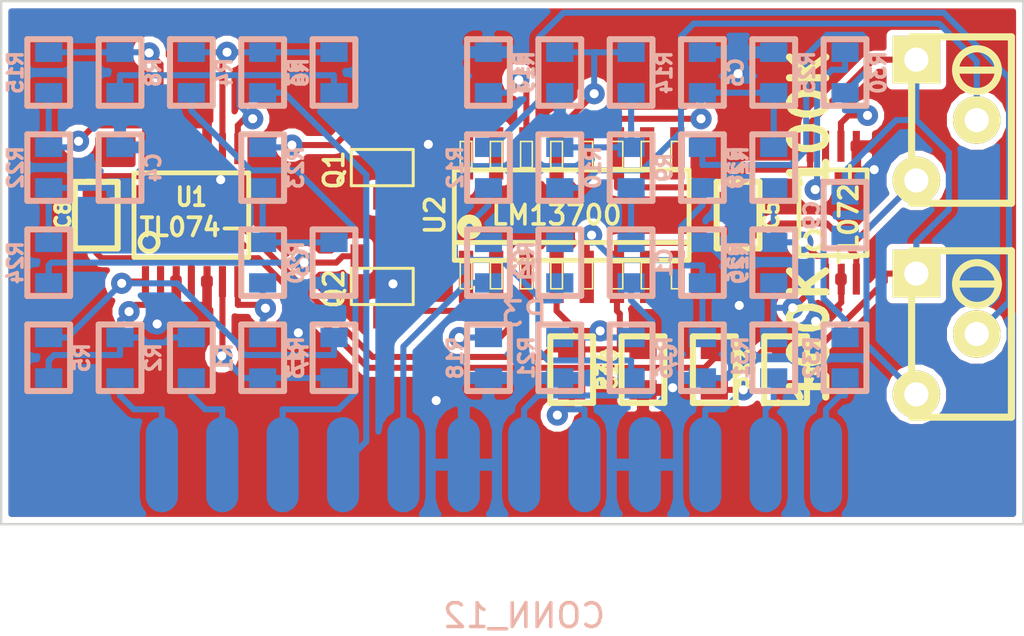
<source format=kicad_pcb>
(kicad_pcb (version 3) (host pcbnew "(2014-02-02 BZR 4653)-product")

  (general
    (links 103)
    (no_connects 0)
    (area 53.435229 100.949999 99.344575 127.8282)
    (thickness 1.6)
    (drawings 4)
    (tracks 464)
    (zones 0)
    (modules 53)
    (nets 44)
  )

  (page A3)
  (layers
    (15 F.Cu signal)
    (0 B.Cu signal)
    (16 B.Adhes user)
    (17 F.Adhes user)
    (18 B.Paste user)
    (19 F.Paste user)
    (20 B.SilkS user)
    (21 F.SilkS user)
    (22 B.Mask user)
    (23 F.Mask user)
    (24 Dwgs.User user)
    (25 Cmts.User user)
    (26 Eco1.User user)
    (27 Eco2.User user)
    (28 Edge.Cuts user)
  )

  (setup
    (last_trace_width 0.254)
    (trace_clearance 0.2032)
    (zone_clearance 0.254)
    (zone_45_only no)
    (trace_min 0.254)
    (segment_width 0.2)
    (edge_width 0.1)
    (via_size 0.889)
    (via_drill 0.381)
    (via_min_size 0.889)
    (via_min_drill 0.381)
    (uvia_size 0.508)
    (uvia_drill 0.127)
    (uvias_allowed no)
    (uvia_min_size 0.508)
    (uvia_min_drill 0.127)
    (pcb_text_width 0.3)
    (pcb_text_size 1.5 1.5)
    (mod_edge_width 0.15)
    (mod_text_size 1 1)
    (mod_text_width 0.15)
    (pad_size 1.5 1.5)
    (pad_drill 0.6)
    (pad_to_mask_clearance 0)
    (aux_axis_origin 0 0)
    (visible_elements 7FFEFF7F)
    (pcbplotparams
      (layerselection 3178497)
      (usegerberextensions true)
      (excludeedgelayer true)
      (linewidth 0.150000)
      (plotframeref false)
      (viasonmask false)
      (mode 1)
      (useauxorigin false)
      (hpglpennumber 1)
      (hpglpenspeed 20)
      (hpglpendiameter 15)
      (hpglpenoverlay 2)
      (psnegative false)
      (psa4output false)
      (plotreference true)
      (plotvalue true)
      (plotothertext true)
      (plotinvisibletext false)
      (padsonsilk false)
      (subtractmaskfromsilk false)
      (outputformat 1)
      (mirror false)
      (drillshape 1)
      (scaleselection 1)
      (outputdirectory ""))
  )

  (net 0 "")
  (net 1 +12V)
  (net 2 -12V)
  (net 3 CV1A)
  (net 4 CV1B)
  (net 5 CV2A)
  (net 6 CV2B)
  (net 7 GND)
  (net 8 IN1)
  (net 9 IN2)
  (net 10 N-000001)
  (net 11 N-0000010)
  (net 12 N-0000011)
  (net 13 N-0000012)
  (net 14 N-0000014)
  (net 15 N-000002)
  (net 16 N-0000021)
  (net 17 N-0000022)
  (net 18 N-0000023)
  (net 19 N-0000024)
  (net 20 N-0000025)
  (net 21 N-0000026)
  (net 22 N-0000027)
  (net 23 N-0000028)
  (net 24 N-0000029)
  (net 25 N-000003)
  (net 26 N-0000030)
  (net 27 N-0000032)
  (net 28 N-0000033)
  (net 29 N-0000034)
  (net 30 N-0000035)
  (net 31 N-0000036)
  (net 32 N-0000037)
  (net 33 N-0000038)
  (net 34 N-0000039)
  (net 35 N-000004)
  (net 36 N-0000040)
  (net 37 N-000005)
  (net 38 N-000006)
  (net 39 N-000007)
  (net 40 N-000008)
  (net 41 N-000009)
  (net 42 OUT1)
  (net 43 OUT2)

  (net_class Default "This is the default net class."
    (clearance 0.2032)
    (trace_width 0.254)
    (via_dia 0.889)
    (via_drill 0.381)
    (uvia_dia 0.508)
    (uvia_drill 0.127)
    (add_net "")
    (add_net +12V)
    (add_net -12V)
    (add_net CV1A)
    (add_net CV1B)
    (add_net CV2A)
    (add_net CV2B)
    (add_net GND)
    (add_net IN1)
    (add_net IN2)
    (add_net N-000001)
    (add_net N-0000010)
    (add_net N-0000011)
    (add_net N-0000012)
    (add_net N-0000014)
    (add_net N-000002)
    (add_net N-0000021)
    (add_net N-0000022)
    (add_net N-0000023)
    (add_net N-0000024)
    (add_net N-0000025)
    (add_net N-0000026)
    (add_net N-0000027)
    (add_net N-0000028)
    (add_net N-0000029)
    (add_net N-000003)
    (add_net N-0000030)
    (add_net N-0000032)
    (add_net N-0000033)
    (add_net N-0000034)
    (add_net N-0000035)
    (add_net N-0000036)
    (add_net N-0000037)
    (add_net N-0000038)
    (add_net N-0000039)
    (add_net N-000004)
    (add_net N-0000040)
    (add_net N-000005)
    (add_net N-000006)
    (add_net N-000007)
    (add_net N-000008)
    (add_net N-000009)
    (add_net OUT1)
    (add_net OUT2)
  )

  (module TSSOP8-JRL (layer F.Cu) (tedit 52EC3DDF) (tstamp 530FAD13)
    (at 89 110)
    (path /530EABE8)
    (attr smd)
    (fp_text reference U3 (at 0 -4.2) (layer F.SilkS) hide
      (effects (font (size 0.762 0.635) (thickness 0.15875)))
    )
    (fp_text value TL072- (at 0.65 -0.1 90) (layer F.SilkS)
      (effects (font (size 0.762 0.762) (thickness 0.16002)))
    )
    (fp_line (start -1.43 -1.9) (end 1.43 -1.9) (layer F.SilkS) (width 0.2))
    (fp_line (start 1.43 -1.9) (end 1.43 1.7) (layer F.SilkS) (width 0.2))
    (fp_line (start 1.43 1.7) (end -1.43 1.7) (layer F.SilkS) (width 0.2))
    (fp_line (start -1.438 1.678) (end -1.438 -1.878) (layer F.SilkS) (width 0.2))
    (fp_circle (center -0.803 1.043) (end -1.184 1.043) (layer F.SilkS) (width 0.2))
    (pad 1 smd rect (at -0.9554 2.694) (size 0.29972 1.30048) (layers F.Cu F.Paste F.Mask)
      (net 34 N-0000039))
    (pad 2 smd rect (at -0.3204 2.694) (size 0.29972 1.30048) (layers F.Cu F.Paste F.Mask)
      (net 36 N-0000040))
    (pad 3 smd rect (at 0.34 2.694) (size 0.29972 1.30048) (layers F.Cu F.Paste F.Mask)
      (net 7 GND))
    (pad 4 smd rect (at 0.975 2.694) (size 0.29972 1.30048) (layers F.Cu F.Paste F.Mask)
      (net 2 -12V))
    (pad 5 smd rect (at 0.975 -2.894) (size 0.29972 1.30048) (layers F.Cu F.Paste F.Mask)
      (net 7 GND))
    (pad 6 smd rect (at 0.3273 -2.894) (size 0.29972 1.30048) (layers F.Cu F.Paste F.Mask)
      (net 37 N-000005))
    (pad 7 smd rect (at -0.3204 -2.894) (size 0.29972 1.30048) (layers F.Cu F.Paste F.Mask)
      (net 10 N-000001))
    (pad 8 smd rect (at -0.9681 -2.894) (size 0.29972 1.30048) (layers F.Cu F.Paste F.Mask)
      (net 1 +12V))
    (model smd\smd_dil\tssop-14.wrl
      (at (xyz 0 0 0))
      (scale (xyz 1 1 1))
      (rotate (xyz 0 0 0))
    )
  )

  (module SOT23-JRL (layer F.Cu) (tedit 5281A378) (tstamp 530FAD37)
    (at 70 113 180)
    (tags SOT23)
    (path /530EAC06)
    (fp_text reference Q2 (at 1.99898 -0.09906 270) (layer F.SilkS)
      (effects (font (size 0.8128 0.8128) (thickness 0.1524)))
    )
    (fp_text value 2N3906 (at 0.0635 0 180) (layer F.SilkS) hide
      (effects (font (size 0.8128 0.8128) (thickness 0.1524)))
    )
    (fp_line (start 1.27 0.762) (end -1.3335 0.762) (layer F.SilkS) (width 0.127))
    (fp_line (start -1.3335 0.762) (end -1.3335 -0.762) (layer F.SilkS) (width 0.127))
    (fp_line (start -1.3335 -0.762) (end 1.27 -0.762) (layer F.SilkS) (width 0.127))
    (fp_line (start 1.27 -0.762) (end 1.27 0.762) (layer F.SilkS) (width 0.127))
    (pad 3 smd rect (at 0 -1.27 180) (size 0.70104 1.00076) (layers F.Cu F.Paste F.Mask)
      (net 35 N-000004))
    (pad 1 smd rect (at 0.9525 1.27 180) (size 0.70104 1.00076) (layers F.Cu F.Paste F.Mask)
      (net 41 N-000009))
    (pad 2 smd rect (at -0.9525 1.27 180) (size 0.70104 1.00076) (layers F.Cu F.Paste F.Mask)
      (net 7 GND))
    (model smd/SOT23_6.wrl
      (at (xyz 0 0 0))
      (scale (xyz 0.11 0.11 0.11))
      (rotate (xyz 0 0 -180))
    )
  )

  (module SOT23-JRL (layer F.Cu) (tedit 5281A378) (tstamp 530FAD42)
    (at 70 108 180)
    (tags SOT23)
    (path /530EC142)
    (fp_text reference Q1 (at 1.99898 -0.09906 270) (layer F.SilkS)
      (effects (font (size 0.8128 0.8128) (thickness 0.1524)))
    )
    (fp_text value 2N3906 (at 0.0635 0 180) (layer F.SilkS) hide
      (effects (font (size 0.8128 0.8128) (thickness 0.1524)))
    )
    (fp_line (start 1.27 0.762) (end -1.3335 0.762) (layer F.SilkS) (width 0.127))
    (fp_line (start -1.3335 0.762) (end -1.3335 -0.762) (layer F.SilkS) (width 0.127))
    (fp_line (start -1.3335 -0.762) (end 1.27 -0.762) (layer F.SilkS) (width 0.127))
    (fp_line (start 1.27 -0.762) (end 1.27 0.762) (layer F.SilkS) (width 0.127))
    (pad 3 smd rect (at 0 -1.27 180) (size 0.70104 1.00076) (layers F.Cu F.Paste F.Mask)
      (net 33 N-0000038))
    (pad 1 smd rect (at 0.9525 1.27 180) (size 0.70104 1.00076) (layers F.Cu F.Paste F.Mask)
      (net 23 N-0000028))
    (pad 2 smd rect (at -0.9525 1.27 180) (size 0.70104 1.00076) (layers F.Cu F.Paste F.Mask)
      (net 7 GND))
    (model smd/SOT23_6.wrl
      (at (xyz 0 0 0))
      (scale (xyz 0.11 0.11 0.11))
      (rotate (xyz 0 0 -180))
    )
  )

  (module SO16-JRL (layer F.Cu) (tedit 52805EFF) (tstamp 530FAD9E)
    (at 78 110)
    (descr "SMALL OUTLINE INTEGRATED CIRCUIT")
    (tags "SMALL OUTLINE INTEGRATED CIRCUIT")
    (path /530EAD26)
    (attr smd)
    (fp_text reference U2 (at -5.75 0 90) (layer F.SilkS)
      (effects (font (size 0.8128 0.8128) (thickness 0.1524)))
    )
    (fp_text value LM13700 (at -0.635 0) (layer F.SilkS)
      (effects (font (size 0.8128 0.8128) (thickness 0.1524)))
    )
    (fp_circle (center -4.3 0.5) (end -4.2 0.6) (layer F.SilkS) (width 0.381))
    (fp_line (start -4.68884 3.0988) (end -4.19862 3.0988) (layer F.SilkS) (width 0.06604))
    (fp_line (start -4.19862 3.0988) (end -4.19862 1.99898) (layer F.SilkS) (width 0.06604))
    (fp_line (start -4.68884 1.99898) (end -4.19862 1.99898) (layer F.SilkS) (width 0.06604))
    (fp_line (start -4.68884 3.0988) (end -4.68884 1.99898) (layer F.SilkS) (width 0.06604))
    (fp_line (start -3.41884 3.0988) (end -2.92862 3.0988) (layer F.SilkS) (width 0.06604))
    (fp_line (start -2.92862 3.0988) (end -2.92862 1.99898) (layer F.SilkS) (width 0.06604))
    (fp_line (start -3.41884 1.99898) (end -2.92862 1.99898) (layer F.SilkS) (width 0.06604))
    (fp_line (start -3.41884 3.0988) (end -3.41884 1.99898) (layer F.SilkS) (width 0.06604))
    (fp_line (start -2.14884 3.0988) (end -1.65862 3.0988) (layer F.SilkS) (width 0.06604))
    (fp_line (start -1.65862 3.0988) (end -1.65862 1.99898) (layer F.SilkS) (width 0.06604))
    (fp_line (start -2.14884 1.99898) (end -1.65862 1.99898) (layer F.SilkS) (width 0.06604))
    (fp_line (start -2.14884 3.0988) (end -2.14884 1.99898) (layer F.SilkS) (width 0.06604))
    (fp_line (start -0.87884 3.0988) (end -0.38862 3.0988) (layer F.SilkS) (width 0.06604))
    (fp_line (start -0.38862 3.0988) (end -0.38862 1.99898) (layer F.SilkS) (width 0.06604))
    (fp_line (start -0.87884 1.99898) (end -0.38862 1.99898) (layer F.SilkS) (width 0.06604))
    (fp_line (start -0.87884 3.0988) (end -0.87884 1.99898) (layer F.SilkS) (width 0.06604))
    (fp_line (start 1.65862 -1.99898) (end 2.14884 -1.99898) (layer F.SilkS) (width 0.06604))
    (fp_line (start 2.14884 -1.99898) (end 2.14884 -3.0988) (layer F.SilkS) (width 0.06604))
    (fp_line (start 1.65862 -3.0988) (end 2.14884 -3.0988) (layer F.SilkS) (width 0.06604))
    (fp_line (start 1.65862 -1.99898) (end 1.65862 -3.0988) (layer F.SilkS) (width 0.06604))
    (fp_line (start 0.38862 -1.99898) (end 0.87884 -1.99898) (layer F.SilkS) (width 0.06604))
    (fp_line (start 0.87884 -1.99898) (end 0.87884 -3.0988) (layer F.SilkS) (width 0.06604))
    (fp_line (start 0.38862 -3.0988) (end 0.87884 -3.0988) (layer F.SilkS) (width 0.06604))
    (fp_line (start 0.38862 -1.99898) (end 0.38862 -3.0988) (layer F.SilkS) (width 0.06604))
    (fp_line (start -0.87884 -1.99898) (end -0.38862 -1.99898) (layer F.SilkS) (width 0.06604))
    (fp_line (start -0.38862 -1.99898) (end -0.38862 -3.0988) (layer F.SilkS) (width 0.06604))
    (fp_line (start -0.87884 -3.0988) (end -0.38862 -3.0988) (layer F.SilkS) (width 0.06604))
    (fp_line (start -0.87884 -1.99898) (end -0.87884 -3.0988) (layer F.SilkS) (width 0.06604))
    (fp_line (start -2.14884 -1.99898) (end -1.65862 -1.99898) (layer F.SilkS) (width 0.06604))
    (fp_line (start -1.65862 -1.99898) (end -1.65862 -3.0988) (layer F.SilkS) (width 0.06604))
    (fp_line (start -2.14884 -3.0988) (end -1.65862 -3.0988) (layer F.SilkS) (width 0.06604))
    (fp_line (start -2.14884 -1.99898) (end -2.14884 -3.0988) (layer F.SilkS) (width 0.06604))
    (fp_line (start 0.38862 3.0988) (end 0.87884 3.0988) (layer F.SilkS) (width 0.06604))
    (fp_line (start 0.87884 3.0988) (end 0.87884 1.99898) (layer F.SilkS) (width 0.06604))
    (fp_line (start 0.38862 1.99898) (end 0.87884 1.99898) (layer F.SilkS) (width 0.06604))
    (fp_line (start 0.38862 3.0988) (end 0.38862 1.99898) (layer F.SilkS) (width 0.06604))
    (fp_line (start 1.65862 3.0988) (end 2.14884 3.0988) (layer F.SilkS) (width 0.06604))
    (fp_line (start 2.14884 3.0988) (end 2.14884 1.99898) (layer F.SilkS) (width 0.06604))
    (fp_line (start 1.65862 1.99898) (end 2.14884 1.99898) (layer F.SilkS) (width 0.06604))
    (fp_line (start 1.65862 3.0988) (end 1.65862 1.99898) (layer F.SilkS) (width 0.06604))
    (fp_line (start 2.92862 3.0988) (end 3.41884 3.0988) (layer F.SilkS) (width 0.06604))
    (fp_line (start 3.41884 3.0988) (end 3.41884 1.99898) (layer F.SilkS) (width 0.06604))
    (fp_line (start 2.92862 1.99898) (end 3.41884 1.99898) (layer F.SilkS) (width 0.06604))
    (fp_line (start 2.92862 3.0988) (end 2.92862 1.99898) (layer F.SilkS) (width 0.06604))
    (fp_line (start 4.19862 3.0988) (end 4.68884 3.0988) (layer F.SilkS) (width 0.06604))
    (fp_line (start 4.68884 3.0988) (end 4.68884 1.99898) (layer F.SilkS) (width 0.06604))
    (fp_line (start 4.19862 1.99898) (end 4.68884 1.99898) (layer F.SilkS) (width 0.06604))
    (fp_line (start 4.19862 3.0988) (end 4.19862 1.99898) (layer F.SilkS) (width 0.06604))
    (fp_line (start 4.19862 -1.99898) (end 4.68884 -1.99898) (layer F.SilkS) (width 0.06604))
    (fp_line (start 4.68884 -1.99898) (end 4.68884 -3.0988) (layer F.SilkS) (width 0.06604))
    (fp_line (start 4.19862 -3.0988) (end 4.68884 -3.0988) (layer F.SilkS) (width 0.06604))
    (fp_line (start 4.19862 -1.99898) (end 4.19862 -3.0988) (layer F.SilkS) (width 0.06604))
    (fp_line (start 2.92862 -1.99898) (end 3.41884 -1.99898) (layer F.SilkS) (width 0.06604))
    (fp_line (start 3.41884 -1.99898) (end 3.41884 -3.0988) (layer F.SilkS) (width 0.06604))
    (fp_line (start 2.92862 -3.0988) (end 3.41884 -3.0988) (layer F.SilkS) (width 0.06604))
    (fp_line (start 2.92862 -1.99898) (end 2.92862 -3.0988) (layer F.SilkS) (width 0.06604))
    (fp_line (start -3.41884 -1.99898) (end -2.92862 -1.99898) (layer F.SilkS) (width 0.06604))
    (fp_line (start -2.92862 -1.99898) (end -2.92862 -3.0988) (layer F.SilkS) (width 0.06604))
    (fp_line (start -3.41884 -3.0988) (end -2.92862 -3.0988) (layer F.SilkS) (width 0.06604))
    (fp_line (start -3.41884 -1.99898) (end -3.41884 -3.0988) (layer F.SilkS) (width 0.06604))
    (fp_line (start -4.68884 -1.99898) (end -4.19862 -1.99898) (layer F.SilkS) (width 0.06604))
    (fp_line (start -4.19862 -1.99898) (end -4.19862 -3.0988) (layer F.SilkS) (width 0.06604))
    (fp_line (start -4.68884 -3.0988) (end -4.19862 -3.0988) (layer F.SilkS) (width 0.06604))
    (fp_line (start -4.68884 -1.99898) (end -4.68884 -3.0988) (layer F.SilkS) (width 0.06604))
    (fp_line (start 4.93776 1.89992) (end -4.93776 1.89992) (layer F.SilkS) (width 0.2032))
    (fp_line (start -4.93776 1.89992) (end -4.93776 1.39954) (layer F.SilkS) (width 0.2032))
    (fp_line (start -4.93776 1.39954) (end -4.93776 -1.89992) (layer F.SilkS) (width 0.2032))
    (fp_line (start -4.93776 -1.89992) (end 4.93776 -1.89992) (layer F.SilkS) (width 0.2032))
    (fp_line (start 4.93776 1.14954) (end -4.93776 1.14954) (layer F.SilkS) (width 0.2032))
    (fp_line (start 4.93776 -1.89992) (end 4.93776 1.39954) (layer F.SilkS) (width 0.2032))
    (fp_line (start 4.93776 1.39954) (end 4.93776 1.89992) (layer F.SilkS) (width 0.2032))
    (pad 1 smd rect (at -4.445 2.59842) (size 0.59944 2.19964) (layers F.Cu F.Paste F.Mask)
      (net 35 N-000004))
    (pad 2 smd rect (at -3.175 2.59842) (size 0.59944 2.19964) (layers F.Cu F.Paste F.Mask))
    (pad 3 smd rect (at -1.905 2.59842) (size 0.59944 2.19964) (layers F.Cu F.Paste F.Mask)
      (net 21 N-0000026))
    (pad 4 smd rect (at -0.635 2.59842) (size 0.59944 2.19964) (layers F.Cu F.Paste F.Mask)
      (net 20 N-0000025))
    (pad 5 smd rect (at 0.635 2.59842) (size 0.59944 2.19964) (layers F.Cu F.Paste F.Mask)
      (net 16 N-0000021))
    (pad 6 smd rect (at 1.905 2.59842) (size 0.59944 2.19964) (layers F.Cu F.Paste F.Mask)
      (net 2 -12V))
    (pad 7 smd rect (at 3.175 2.59842) (size 0.59944 2.19964) (layers F.Cu F.Paste F.Mask))
    (pad 8 smd rect (at 4.445 2.59842) (size 0.59944 2.19964) (layers F.Cu F.Paste F.Mask))
    (pad 9 smd rect (at 4.445 -2.59842) (size 0.59944 2.19964) (layers F.Cu F.Paste F.Mask))
    (pad 10 smd rect (at 3.175 -2.59842) (size 0.59944 2.19964) (layers F.Cu F.Paste F.Mask))
    (pad 11 smd rect (at 1.905 -2.59842) (size 0.59944 2.19964) (layers F.Cu F.Paste F.Mask)
      (net 1 +12V))
    (pad 12 smd rect (at 0.635 -2.59842) (size 0.59944 2.19964) (layers F.Cu F.Paste F.Mask)
      (net 28 N-0000033))
    (pad 13 smd rect (at -0.635 -2.59842) (size 0.59944 2.19964) (layers F.Cu F.Paste F.Mask)
      (net 39 N-000007))
    (pad 14 smd rect (at -1.905 -2.59842) (size 0.59944 2.19964) (layers F.Cu F.Paste F.Mask)
      (net 38 N-000006))
    (pad 15 smd rect (at -3.175 -2.59842) (size 0.59944 2.19964) (layers F.Cu F.Paste F.Mask))
    (pad 16 smd rect (at -4.445 -2.59842) (size 0.59944 2.19964) (layers F.Cu F.Paste F.Mask)
      (net 33 N-0000038))
  )

  (module SM0603-JRL (layer B.Cu) (tedit 528C3246) (tstamp 5310090E)
    (at 77.5 108 90)
    (path /530EC17E)
    (attr smd)
    (fp_text reference R10 (at 0 1.4 90) (layer B.SilkS)
      (effects (font (size 0.6096 0.6096) (thickness 0.1524)) (justify mirror))
    )
    (fp_text value 2.2M (at 0 0 90) (layer B.SilkS) hide
      (effects (font (size 0.508 0.4572) (thickness 0.1143)) (justify mirror))
    )
    (fp_line (start -1.4 -0.9) (end 1.4 -0.9) (layer B.SilkS) (width 0.254))
    (fp_line (start 1.4 -0.9) (end 1.4 0.9) (layer B.SilkS) (width 0.254))
    (fp_line (start 1.4 0.9) (end -1.4 0.9) (layer B.SilkS) (width 0.254))
    (fp_line (start -1.4 0.9) (end -1.4 -0.9) (layer B.SilkS) (width 0.254))
    (pad 1 smd rect (at -0.8509 0 90) (size 0.8128 1.143) (layers B.Cu B.Paste B.Mask)
      (net 29 N-0000034))
    (pad 2 smd rect (at 0.8509 0 90) (size 0.8128 1.143) (layers B.Cu B.Paste B.Mask)
      (net 30 N-0000035))
    (model smd\resistors\R0603.wrl
      (at (xyz 0 0 0.001))
      (scale (xyz 0.5 0.5 0.5))
      (rotate (xyz 0 0 0))
    )
  )

  (module SM0603-JRL (layer B.Cu) (tedit 528C3246) (tstamp 530FB388)
    (at 65 112 90)
    (path /530EC203)
    (attr smd)
    (fp_text reference R20 (at 0 1.4 90) (layer B.SilkS)
      (effects (font (size 0.6096 0.6096) (thickness 0.1524)) (justify mirror))
    )
    (fp_text value 10K (at 0 0 90) (layer B.SilkS) hide
      (effects (font (size 0.508 0.4572) (thickness 0.1143)) (justify mirror))
    )
    (fp_line (start -1.4 -0.9) (end 1.4 -0.9) (layer B.SilkS) (width 0.254))
    (fp_line (start 1.4 -0.9) (end 1.4 0.9) (layer B.SilkS) (width 0.254))
    (fp_line (start 1.4 0.9) (end -1.4 0.9) (layer B.SilkS) (width 0.254))
    (fp_line (start -1.4 0.9) (end -1.4 -0.9) (layer B.SilkS) (width 0.254))
    (pad 1 smd rect (at -0.8509 0 90) (size 0.8128 1.143) (layers B.Cu B.Paste B.Mask)
      (net 32 N-0000037))
    (pad 2 smd rect (at 0.8509 0 90) (size 0.8128 1.143) (layers B.Cu B.Paste B.Mask)
      (net 22 N-0000027))
    (model smd\resistors\R0603.wrl
      (at (xyz 0 0 0.001))
      (scale (xyz 0.5 0.5 0.5))
      (rotate (xyz 0 0 0))
    )
  )

  (module SM0603-JRL (layer B.Cu) (tedit 528C3246) (tstamp 530FADBC)
    (at 68 112 270)
    (path /530EC1F6)
    (attr smd)
    (fp_text reference C3 (at 0 1.4 270) (layer B.SilkS)
      (effects (font (size 0.6096 0.6096) (thickness 0.1524)) (justify mirror))
    )
    (fp_text value 0.1μ (at 0 0 270) (layer B.SilkS) hide
      (effects (font (size 0.508 0.4572) (thickness 0.1143)) (justify mirror))
    )
    (fp_line (start -1.4 -0.9) (end 1.4 -0.9) (layer B.SilkS) (width 0.254))
    (fp_line (start 1.4 -0.9) (end 1.4 0.9) (layer B.SilkS) (width 0.254))
    (fp_line (start 1.4 0.9) (end -1.4 0.9) (layer B.SilkS) (width 0.254))
    (fp_line (start -1.4 0.9) (end -1.4 -0.9) (layer B.SilkS) (width 0.254))
    (pad 1 smd rect (at -0.8509 0 270) (size 0.8128 1.143) (layers B.Cu B.Paste B.Mask)
      (net 22 N-0000027))
    (pad 2 smd rect (at 0.8509 0 270) (size 0.8128 1.143) (layers B.Cu B.Paste B.Mask)
      (net 7 GND))
    (model smd\resistors\R0603.wrl
      (at (xyz 0 0 0.001))
      (scale (xyz 0.5 0.5 0.5))
      (rotate (xyz 0 0 0))
    )
  )

  (module SM0603-JRL (layer B.Cu) (tedit 528C3246) (tstamp 530FADC6)
    (at 65 108 90)
    (path /530EC1F0)
    (attr smd)
    (fp_text reference R23 (at 0 1.4 90) (layer B.SilkS)
      (effects (font (size 0.6096 0.6096) (thickness 0.1524)) (justify mirror))
    )
    (fp_text value 22K (at 0 0 90) (layer B.SilkS) hide
      (effects (font (size 0.508 0.4572) (thickness 0.1143)) (justify mirror))
    )
    (fp_line (start -1.4 -0.9) (end 1.4 -0.9) (layer B.SilkS) (width 0.254))
    (fp_line (start 1.4 -0.9) (end 1.4 0.9) (layer B.SilkS) (width 0.254))
    (fp_line (start 1.4 0.9) (end -1.4 0.9) (layer B.SilkS) (width 0.254))
    (fp_line (start -1.4 0.9) (end -1.4 -0.9) (layer B.SilkS) (width 0.254))
    (pad 1 smd rect (at -0.8509 0 90) (size 0.8128 1.143) (layers B.Cu B.Paste B.Mask)
      (net 22 N-0000027))
    (pad 2 smd rect (at 0.8509 0 90) (size 0.8128 1.143) (layers B.Cu B.Paste B.Mask)
      (net 23 N-0000028))
    (model smd\resistors\R0603.wrl
      (at (xyz 0 0 0.001))
      (scale (xyz 0.5 0.5 0.5))
      (rotate (xyz 0 0 0))
    )
  )

  (module SM0603-JRL (layer B.Cu) (tedit 528C3246) (tstamp 530FADD0)
    (at 86.5 116 270)
    (path /530EC1E0)
    (attr smd)
    (fp_text reference R31 (at 0 1.4 270) (layer B.SilkS)
      (effects (font (size 0.6096 0.6096) (thickness 0.1524)) (justify mirror))
    )
    (fp_text value 1K (at 0 0 270) (layer B.SilkS) hide
      (effects (font (size 0.508 0.4572) (thickness 0.1143)) (justify mirror))
    )
    (fp_line (start -1.4 -0.9) (end 1.4 -0.9) (layer B.SilkS) (width 0.254))
    (fp_line (start 1.4 -0.9) (end 1.4 0.9) (layer B.SilkS) (width 0.254))
    (fp_line (start 1.4 0.9) (end -1.4 0.9) (layer B.SilkS) (width 0.254))
    (fp_line (start -1.4 0.9) (end -1.4 -0.9) (layer B.SilkS) (width 0.254))
    (pad 1 smd rect (at -0.8509 0 270) (size 0.8128 1.143) (layers B.Cu B.Paste B.Mask)
      (net 34 N-0000039))
    (pad 2 smd rect (at 0.8509 0 270) (size 0.8128 1.143) (layers B.Cu B.Paste B.Mask)
      (net 42 OUT1))
    (model smd\resistors\R0603.wrl
      (at (xyz 0 0 0.001))
      (scale (xyz 0.5 0.5 0.5))
      (rotate (xyz 0 0 0))
    )
  )

  (module SM0603-JRL (layer B.Cu) (tedit 528C3246) (tstamp 530FADDA)
    (at 86.5 112 270)
    (path /530EC1CB)
    (attr smd)
    (fp_text reference R29 (at 0 1.4 270) (layer B.SilkS)
      (effects (font (size 0.6096 0.6096) (thickness 0.1524)) (justify mirror))
    )
    (fp_text value 100K (at 0 0 270) (layer B.SilkS) hide
      (effects (font (size 0.508 0.4572) (thickness 0.1143)) (justify mirror))
    )
    (fp_line (start -1.4 -0.9) (end 1.4 -0.9) (layer B.SilkS) (width 0.254))
    (fp_line (start 1.4 -0.9) (end 1.4 0.9) (layer B.SilkS) (width 0.254))
    (fp_line (start 1.4 0.9) (end -1.4 0.9) (layer B.SilkS) (width 0.254))
    (fp_line (start -1.4 0.9) (end -1.4 -0.9) (layer B.SilkS) (width 0.254))
    (pad 1 smd rect (at -0.8509 0 270) (size 0.8128 1.143) (layers B.Cu B.Paste B.Mask)
      (net 36 N-0000040))
    (pad 2 smd rect (at 0.8509 0 270) (size 0.8128 1.143) (layers B.Cu B.Paste B.Mask)
      (net 34 N-0000039))
    (model smd\resistors\R0603.wrl
      (at (xyz 0 0 0.001))
      (scale (xyz 0.5 0.5 0.5))
      (rotate (xyz 0 0 0))
    )
  )

  (module SM0603-JRL (layer B.Cu) (tedit 528C3246) (tstamp 530FADE4)
    (at 86.5 104 90)
    (path /530EC1B5)
    (attr smd)
    (fp_text reference R25 (at 0 1.4 90) (layer B.SilkS)
      (effects (font (size 0.6096 0.6096) (thickness 0.1524)) (justify mirror))
    )
    (fp_text value 47K (at 0 0 90) (layer B.SilkS) hide
      (effects (font (size 0.508 0.4572) (thickness 0.1143)) (justify mirror))
    )
    (fp_line (start -1.4 -0.9) (end 1.4 -0.9) (layer B.SilkS) (width 0.254))
    (fp_line (start 1.4 -0.9) (end 1.4 0.9) (layer B.SilkS) (width 0.254))
    (fp_line (start 1.4 0.9) (end -1.4 0.9) (layer B.SilkS) (width 0.254))
    (fp_line (start -1.4 0.9) (end -1.4 -0.9) (layer B.SilkS) (width 0.254))
    (pad 1 smd rect (at -0.8509 0 90) (size 0.8128 1.143) (layers B.Cu B.Paste B.Mask)
      (net 28 N-0000033))
    (pad 2 smd rect (at 0.8509 0 90) (size 0.8128 1.143) (layers B.Cu B.Paste B.Mask)
      (net 7 GND))
    (model smd\resistors\R0603.wrl
      (at (xyz 0 0 0.001))
      (scale (xyz 0.5 0.5 0.5))
      (rotate (xyz 0 0 0))
    )
  )

  (module SM0603-JRL (layer B.Cu) (tedit 528C3246) (tstamp 530FADEE)
    (at 83.5 104 90)
    (path /530EC1AF)
    (attr smd)
    (fp_text reference C6 (at 0 1.4 90) (layer B.SilkS)
      (effects (font (size 0.6096 0.6096) (thickness 0.1524)) (justify mirror))
    )
    (fp_text value 47p (at 0 0 90) (layer B.SilkS) hide
      (effects (font (size 0.508 0.4572) (thickness 0.1143)) (justify mirror))
    )
    (fp_line (start -1.4 -0.9) (end 1.4 -0.9) (layer B.SilkS) (width 0.254))
    (fp_line (start 1.4 -0.9) (end 1.4 0.9) (layer B.SilkS) (width 0.254))
    (fp_line (start 1.4 0.9) (end -1.4 0.9) (layer B.SilkS) (width 0.254))
    (fp_line (start -1.4 0.9) (end -1.4 -0.9) (layer B.SilkS) (width 0.254))
    (pad 1 smd rect (at -0.8509 0 90) (size 0.8128 1.143) (layers B.Cu B.Paste B.Mask)
      (net 28 N-0000033))
    (pad 2 smd rect (at 0.8509 0 90) (size 0.8128 1.143) (layers B.Cu B.Paste B.Mask)
      (net 7 GND))
    (model smd\resistors\R0603.wrl
      (at (xyz 0 0 0.001))
      (scale (xyz 0.5 0.5 0.5))
      (rotate (xyz 0 0 0))
    )
  )

  (module SM0603-JRL (layer B.Cu) (tedit 528C3246) (tstamp 530FADF8)
    (at 86.5 108 270)
    (path /530EC19C)
    (attr smd)
    (fp_text reference R27 (at 0 1.4 270) (layer B.SilkS)
      (effects (font (size 0.6096 0.6096) (thickness 0.1524)) (justify mirror))
    )
    (fp_text value 100K (at 0 0 270) (layer B.SilkS) hide
      (effects (font (size 0.508 0.4572) (thickness 0.1143)) (justify mirror))
    )
    (fp_line (start -1.4 -0.9) (end 1.4 -0.9) (layer B.SilkS) (width 0.254))
    (fp_line (start 1.4 -0.9) (end 1.4 0.9) (layer B.SilkS) (width 0.254))
    (fp_line (start 1.4 0.9) (end -1.4 0.9) (layer B.SilkS) (width 0.254))
    (fp_line (start -1.4 0.9) (end -1.4 -0.9) (layer B.SilkS) (width 0.254))
    (pad 1 smd rect (at -0.8509 0 270) (size 0.8128 1.143) (layers B.Cu B.Paste B.Mask)
      (net 28 N-0000033))
    (pad 2 smd rect (at 0.8509 0 270) (size 0.8128 1.143) (layers B.Cu B.Paste B.Mask)
      (net 36 N-0000040))
    (model smd\resistors\R0603.wrl
      (at (xyz 0 0 0.001))
      (scale (xyz 0.5 0.5 0.5))
      (rotate (xyz 0 0 0))
    )
  )

  (module SM0603-JRL (layer B.Cu) (tedit 528C3246) (tstamp 530FAE02)
    (at 56 116 90)
    (path /530EC247)
    (attr smd)
    (fp_text reference R5 (at 0 1.4 90) (layer B.SilkS)
      (effects (font (size 0.6096 0.6096) (thickness 0.1524)) (justify mirror))
    )
    (fp_text value 100K (at 0 0 90) (layer B.SilkS) hide
      (effects (font (size 0.508 0.4572) (thickness 0.1143)) (justify mirror))
    )
    (fp_line (start -1.4 -0.9) (end 1.4 -0.9) (layer B.SilkS) (width 0.254))
    (fp_line (start 1.4 -0.9) (end 1.4 0.9) (layer B.SilkS) (width 0.254))
    (fp_line (start 1.4 0.9) (end -1.4 0.9) (layer B.SilkS) (width 0.254))
    (fp_line (start -1.4 0.9) (end -1.4 -0.9) (layer B.SilkS) (width 0.254))
    (pad 1 smd rect (at -0.8509 0 90) (size 0.8128 1.143) (layers B.Cu B.Paste B.Mask)
      (net 24 N-0000029))
    (pad 2 smd rect (at 0.8509 0 90) (size 0.8128 1.143) (layers B.Cu B.Paste B.Mask)
      (net 26 N-0000030))
    (model smd\resistors\R0603.wrl
      (at (xyz 0 0 0.001))
      (scale (xyz 0.5 0.5 0.5))
      (rotate (xyz 0 0 0))
    )
  )

  (module SM0603-JRL (layer B.Cu) (tedit 528C3246) (tstamp 530FAE0C)
    (at 80.5 108 90)
    (path /530EC16B)
    (attr smd)
    (fp_text reference R9 (at 0 1.4 90) (layer B.SilkS)
      (effects (font (size 0.6096 0.6096) (thickness 0.1524)) (justify mirror))
    )
    (fp_text value 82K (at 0 0 90) (layer B.SilkS) hide
      (effects (font (size 0.508 0.4572) (thickness 0.1143)) (justify mirror))
    )
    (fp_line (start -1.4 -0.9) (end 1.4 -0.9) (layer B.SilkS) (width 0.254))
    (fp_line (start 1.4 -0.9) (end 1.4 0.9) (layer B.SilkS) (width 0.254))
    (fp_line (start 1.4 0.9) (end -1.4 0.9) (layer B.SilkS) (width 0.254))
    (fp_line (start -1.4 0.9) (end -1.4 -0.9) (layer B.SilkS) (width 0.254))
    (pad 1 smd rect (at -0.8509 0 90) (size 0.8128 1.143) (layers B.Cu B.Paste B.Mask)
      (net 27 N-0000032))
    (pad 2 smd rect (at 0.8509 0 90) (size 0.8128 1.143) (layers B.Cu B.Paste B.Mask)
      (net 30 N-0000035))
    (model smd\resistors\R0603.wrl
      (at (xyz 0 0 0.001))
      (scale (xyz 0.5 0.5 0.5))
      (rotate (xyz 0 0 0))
    )
  )

  (module SM0603-JRL (layer B.Cu) (tedit 528C3246) (tstamp 530FAE16)
    (at 80.5 104 90)
    (path /530EC164)
    (attr smd)
    (fp_text reference R14 (at 0 1.4 90) (layer B.SilkS)
      (effects (font (size 0.6096 0.6096) (thickness 0.1524)) (justify mirror))
    )
    (fp_text value 4.7K (at 0 0 90) (layer B.SilkS) hide
      (effects (font (size 0.508 0.4572) (thickness 0.1143)) (justify mirror))
    )
    (fp_line (start -1.4 -0.9) (end 1.4 -0.9) (layer B.SilkS) (width 0.254))
    (fp_line (start 1.4 -0.9) (end 1.4 0.9) (layer B.SilkS) (width 0.254))
    (fp_line (start 1.4 0.9) (end -1.4 0.9) (layer B.SilkS) (width 0.254))
    (fp_line (start -1.4 0.9) (end -1.4 -0.9) (layer B.SilkS) (width 0.254))
    (pad 1 smd rect (at -0.8509 0 90) (size 0.8128 1.143) (layers B.Cu B.Paste B.Mask)
      (net 30 N-0000035))
    (pad 2 smd rect (at 0.8509 0 90) (size 0.8128 1.143) (layers B.Cu B.Paste B.Mask)
      (net 39 N-000007))
    (model smd\resistors\R0603.wrl
      (at (xyz 0 0 0.001))
      (scale (xyz 0.5 0.5 0.5))
      (rotate (xyz 0 0 0))
    )
  )

  (module SM0603-JRL (layer B.Cu) (tedit 528C3246) (tstamp 530FAE20)
    (at 65 116 90)
    (path /530EC20A)
    (attr smd)
    (fp_text reference R13 (at 0 1.4 90) (layer B.SilkS)
      (effects (font (size 0.6096 0.6096) (thickness 0.1524)) (justify mirror))
    )
    (fp_text value 100K (at 0 0 90) (layer B.SilkS) hide
      (effects (font (size 0.508 0.4572) (thickness 0.1143)) (justify mirror))
    )
    (fp_line (start -1.4 -0.9) (end 1.4 -0.9) (layer B.SilkS) (width 0.254))
    (fp_line (start 1.4 -0.9) (end 1.4 0.9) (layer B.SilkS) (width 0.254))
    (fp_line (start 1.4 0.9) (end -1.4 0.9) (layer B.SilkS) (width 0.254))
    (fp_line (start -1.4 0.9) (end -1.4 -0.9) (layer B.SilkS) (width 0.254))
    (pad 1 smd rect (at -0.8509 0 90) (size 0.8128 1.143) (layers B.Cu B.Paste B.Mask)
      (net 31 N-0000036))
    (pad 2 smd rect (at 0.8509 0 90) (size 0.8128 1.143) (layers B.Cu B.Paste B.Mask)
      (net 32 N-0000037))
    (model smd\resistors\R0603.wrl
      (at (xyz 0 0 0.001))
      (scale (xyz 0.5 0.5 0.5))
      (rotate (xyz 0 0 0))
    )
  )

  (module SM0603-JRL (layer B.Cu) (tedit 528C3246) (tstamp 530FAE2A)
    (at 68 116 270)
    (path /530EC21E)
    (attr smd)
    (fp_text reference R7 (at 0 1.4 270) (layer B.SilkS)
      (effects (font (size 0.6096 0.6096) (thickness 0.1524)) (justify mirror))
    )
    (fp_text value 100K (at 0 0 270) (layer B.SilkS) hide
      (effects (font (size 0.508 0.4572) (thickness 0.1143)) (justify mirror))
    )
    (fp_line (start -1.4 -0.9) (end 1.4 -0.9) (layer B.SilkS) (width 0.254))
    (fp_line (start 1.4 -0.9) (end 1.4 0.9) (layer B.SilkS) (width 0.254))
    (fp_line (start 1.4 0.9) (end -1.4 0.9) (layer B.SilkS) (width 0.254))
    (fp_line (start -1.4 0.9) (end -1.4 -0.9) (layer B.SilkS) (width 0.254))
    (pad 1 smd rect (at -0.8509 0 270) (size 0.8128 1.143) (layers B.Cu B.Paste B.Mask)
      (net 26 N-0000030))
    (pad 2 smd rect (at 0.8509 0 270) (size 0.8128 1.143) (layers B.Cu B.Paste B.Mask)
      (net 31 N-0000036))
    (model smd\resistors\R0603.wrl
      (at (xyz 0 0 0.001))
      (scale (xyz 0.5 0.5 0.5))
      (rotate (xyz 0 0 0))
    )
  )

  (module SM0603-JRL (layer F.Cu) (tedit 528C3246) (tstamp 530FAE34)
    (at 85 110 270)
    (path /530F92AF)
    (attr smd)
    (fp_text reference C5 (at 0 -1.4 270) (layer F.SilkS)
      (effects (font (size 0.6096 0.6096) (thickness 0.1524)))
    )
    (fp_text value 100n (at 0 0 270) (layer F.SilkS) hide
      (effects (font (size 0.508 0.4572) (thickness 0.1143)))
    )
    (fp_line (start -1.4 0.9) (end 1.4 0.9) (layer F.SilkS) (width 0.254))
    (fp_line (start 1.4 0.9) (end 1.4 -0.9) (layer F.SilkS) (width 0.254))
    (fp_line (start 1.4 -0.9) (end -1.4 -0.9) (layer F.SilkS) (width 0.254))
    (fp_line (start -1.4 -0.9) (end -1.4 0.9) (layer F.SilkS) (width 0.254))
    (pad 1 smd rect (at -0.8509 0 270) (size 0.8128 1.143) (layers F.Cu F.Paste F.Mask)
      (net 1 +12V))
    (pad 2 smd rect (at 0.8509 0 270) (size 0.8128 1.143) (layers F.Cu F.Paste F.Mask)
      (net 2 -12V))
    (model smd\resistors\R0603.wrl
      (at (xyz 0 0 0.001))
      (scale (xyz 0.5 0.5 0.5))
      (rotate (xyz 0 0 0))
    )
  )

  (module SM0603-JRL (layer B.Cu) (tedit 528C3246) (tstamp 530FAE3E)
    (at 62 116 90)
    (path /530EC24D)
    (attr smd)
    (fp_text reference R1 (at 0 1.4 90) (layer B.SilkS)
      (effects (font (size 0.6096 0.6096) (thickness 0.1524)) (justify mirror))
    )
    (fp_text value 100K (at 0 0 90) (layer B.SilkS) hide
      (effects (font (size 0.508 0.4572) (thickness 0.1143)) (justify mirror))
    )
    (fp_line (start -1.4 -0.9) (end 1.4 -0.9) (layer B.SilkS) (width 0.254))
    (fp_line (start 1.4 -0.9) (end 1.4 0.9) (layer B.SilkS) (width 0.254))
    (fp_line (start 1.4 0.9) (end -1.4 0.9) (layer B.SilkS) (width 0.254))
    (fp_line (start -1.4 0.9) (end -1.4 -0.9) (layer B.SilkS) (width 0.254))
    (pad 1 smd rect (at -0.8509 0 90) (size 0.8128 1.143) (layers B.Cu B.Paste B.Mask)
      (net 3 CV1A))
    (pad 2 smd rect (at 0.8509 0 90) (size 0.8128 1.143) (layers B.Cu B.Paste B.Mask)
      (net 24 N-0000029))
    (model smd\resistors\R0603.wrl
      (at (xyz 0 0 0.001))
      (scale (xyz 0.5 0.5 0.5))
      (rotate (xyz 0 0 0))
    )
  )

  (module SM0603-JRL (layer B.Cu) (tedit 528C3246) (tstamp 530FAE48)
    (at 59 116 90)
    (path /530EC253)
    (attr smd)
    (fp_text reference R2 (at 0 1.4 90) (layer B.SilkS)
      (effects (font (size 0.6096 0.6096) (thickness 0.1524)) (justify mirror))
    )
    (fp_text value 100K (at 0 0 90) (layer B.SilkS) hide
      (effects (font (size 0.508 0.4572) (thickness 0.1143)) (justify mirror))
    )
    (fp_line (start -1.4 -0.9) (end 1.4 -0.9) (layer B.SilkS) (width 0.254))
    (fp_line (start 1.4 -0.9) (end 1.4 0.9) (layer B.SilkS) (width 0.254))
    (fp_line (start 1.4 0.9) (end -1.4 0.9) (layer B.SilkS) (width 0.254))
    (fp_line (start -1.4 0.9) (end -1.4 -0.9) (layer B.SilkS) (width 0.254))
    (pad 1 smd rect (at -0.8509 0 90) (size 0.8128 1.143) (layers B.Cu B.Paste B.Mask)
      (net 4 CV1B))
    (pad 2 smd rect (at 0.8509 0 90) (size 0.8128 1.143) (layers B.Cu B.Paste B.Mask)
      (net 24 N-0000029))
    (model smd\resistors\R0603.wrl
      (at (xyz 0 0 0.001))
      (scale (xyz 0.5 0.5 0.5))
      (rotate (xyz 0 0 0))
    )
  )

  (module SM0603-JRL (layer F.Cu) (tedit 528C3246) (tstamp 530FAE52)
    (at 81 116.5 90)
    (path /530F7FD7)
    (attr smd)
    (fp_text reference C10 (at 0 -1.4 90) (layer F.SilkS)
      (effects (font (size 0.6096 0.6096) (thickness 0.1524)))
    )
    (fp_text value 1μ (at 0 0 90) (layer F.SilkS) hide
      (effects (font (size 0.508 0.4572) (thickness 0.1143)))
    )
    (fp_line (start -1.4 0.9) (end 1.4 0.9) (layer F.SilkS) (width 0.254))
    (fp_line (start 1.4 0.9) (end 1.4 -0.9) (layer F.SilkS) (width 0.254))
    (fp_line (start 1.4 -0.9) (end -1.4 -0.9) (layer F.SilkS) (width 0.254))
    (fp_line (start -1.4 -0.9) (end -1.4 0.9) (layer F.SilkS) (width 0.254))
    (pad 1 smd rect (at -0.8509 0 90) (size 0.8128 1.143) (layers F.Cu F.Paste F.Mask)
      (net 7 GND))
    (pad 2 smd rect (at 0.8509 0 90) (size 0.8128 1.143) (layers F.Cu F.Paste F.Mask)
      (net 2 -12V))
    (model smd\resistors\R0603.wrl
      (at (xyz 0 0 0.001))
      (scale (xyz 0.5 0.5 0.5))
      (rotate (xyz 0 0 0))
    )
  )

  (module SM0603-JRL (layer F.Cu) (tedit 528C3246) (tstamp 53100C05)
    (at 87 116.5 270)
    (path /530F7FED)
    (attr smd)
    (fp_text reference C11 (at 0 -1.4 270) (layer F.SilkS)
      (effects (font (size 0.6096 0.6096) (thickness 0.1524)))
    )
    (fp_text value 1μ (at 0 0 270) (layer F.SilkS) hide
      (effects (font (size 0.508 0.4572) (thickness 0.1143)))
    )
    (fp_line (start -1.4 0.9) (end 1.4 0.9) (layer F.SilkS) (width 0.254))
    (fp_line (start 1.4 0.9) (end 1.4 -0.9) (layer F.SilkS) (width 0.254))
    (fp_line (start 1.4 -0.9) (end -1.4 -0.9) (layer F.SilkS) (width 0.254))
    (fp_line (start -1.4 -0.9) (end -1.4 0.9) (layer F.SilkS) (width 0.254))
    (pad 1 smd rect (at -0.8509 0 270) (size 0.8128 1.143) (layers F.Cu F.Paste F.Mask)
      (net 1 +12V))
    (pad 2 smd rect (at 0.8509 0 270) (size 0.8128 1.143) (layers F.Cu F.Paste F.Mask)
      (net 7 GND))
    (model smd\resistors\R0603.wrl
      (at (xyz 0 0 0.001))
      (scale (xyz 0.5 0.5 0.5))
      (rotate (xyz 0 0 0))
    )
  )

  (module SM0603-JRL (layer F.Cu) (tedit 528C3246) (tstamp 530FAE66)
    (at 84 116.5 270)
    (path /530F8387)
    (attr smd)
    (fp_text reference R33 (at 0 -1.4 270) (layer F.SilkS)
      (effects (font (size 0.6096 0.6096) (thickness 0.1524)))
    )
    (fp_text value 10 (at 0 0 270) (layer F.SilkS) hide
      (effects (font (size 0.508 0.4572) (thickness 0.1143)))
    )
    (fp_line (start -1.4 0.9) (end 1.4 0.9) (layer F.SilkS) (width 0.254))
    (fp_line (start 1.4 0.9) (end 1.4 -0.9) (layer F.SilkS) (width 0.254))
    (fp_line (start 1.4 -0.9) (end -1.4 -0.9) (layer F.SilkS) (width 0.254))
    (fp_line (start -1.4 -0.9) (end -1.4 0.9) (layer F.SilkS) (width 0.254))
    (pad 1 smd rect (at -0.8509 0 270) (size 0.8128 1.143) (layers F.Cu F.Paste F.Mask)
      (net 1 +12V))
    (pad 2 smd rect (at 0.8509 0 270) (size 0.8128 1.143) (layers F.Cu F.Paste F.Mask)
      (net 14 N-0000014))
    (model smd\resistors\R0603.wrl
      (at (xyz 0 0 0.001))
      (scale (xyz 0.5 0.5 0.5))
      (rotate (xyz 0 0 0))
    )
  )

  (module SM0603-JRL (layer F.Cu) (tedit 528C3246) (tstamp 530FAE70)
    (at 78 116.5 270)
    (path /530F842A)
    (attr smd)
    (fp_text reference R34 (at 0 -1.4 270) (layer F.SilkS)
      (effects (font (size 0.6096 0.6096) (thickness 0.1524)))
    )
    (fp_text value 10 (at 0 0 270) (layer F.SilkS) hide
      (effects (font (size 0.508 0.4572) (thickness 0.1143)))
    )
    (fp_line (start -1.4 0.9) (end 1.4 0.9) (layer F.SilkS) (width 0.254))
    (fp_line (start 1.4 0.9) (end 1.4 -0.9) (layer F.SilkS) (width 0.254))
    (fp_line (start 1.4 -0.9) (end -1.4 -0.9) (layer F.SilkS) (width 0.254))
    (fp_line (start -1.4 -0.9) (end -1.4 0.9) (layer F.SilkS) (width 0.254))
    (pad 1 smd rect (at -0.8509 0 270) (size 0.8128 1.143) (layers F.Cu F.Paste F.Mask)
      (net 2 -12V))
    (pad 2 smd rect (at 0.8509 0 270) (size 0.8128 1.143) (layers F.Cu F.Paste F.Mask)
      (net 13 N-0000012))
    (model smd\resistors\R0603.wrl
      (at (xyz 0 0 0.001))
      (scale (xyz 0.5 0.5 0.5))
      (rotate (xyz 0 0 0))
    )
  )

  (module SM0603-JRL (layer B.Cu) (tedit 528C3246) (tstamp 530FAE7A)
    (at 89.5 110 270)
    (path /530F92A0)
    (attr smd)
    (fp_text reference C9 (at 0 1.4 270) (layer B.SilkS)
      (effects (font (size 0.6096 0.6096) (thickness 0.1524)) (justify mirror))
    )
    (fp_text value 100n (at 0 0 270) (layer B.SilkS) hide
      (effects (font (size 0.508 0.4572) (thickness 0.1143)) (justify mirror))
    )
    (fp_line (start -1.4 -0.9) (end 1.4 -0.9) (layer B.SilkS) (width 0.254))
    (fp_line (start 1.4 -0.9) (end 1.4 0.9) (layer B.SilkS) (width 0.254))
    (fp_line (start 1.4 0.9) (end -1.4 0.9) (layer B.SilkS) (width 0.254))
    (fp_line (start -1.4 0.9) (end -1.4 -0.9) (layer B.SilkS) (width 0.254))
    (pad 1 smd rect (at -0.8509 0 270) (size 0.8128 1.143) (layers B.Cu B.Paste B.Mask)
      (net 1 +12V))
    (pad 2 smd rect (at 0.8509 0 270) (size 0.8128 1.143) (layers B.Cu B.Paste B.Mask)
      (net 2 -12V))
    (model smd\resistors\R0603.wrl
      (at (xyz 0 0 0.001))
      (scale (xyz 0.5 0.5 0.5))
      (rotate (xyz 0 0 0))
    )
  )

  (module SM0603-JRL (layer F.Cu) (tedit 528C3246) (tstamp 530FAE84)
    (at 58 110 90)
    (path /530F92A9)
    (attr smd)
    (fp_text reference C8 (at 0 -1.4 90) (layer F.SilkS)
      (effects (font (size 0.6096 0.6096) (thickness 0.1524)))
    )
    (fp_text value 100n (at 0 0 90) (layer F.SilkS) hide
      (effects (font (size 0.508 0.4572) (thickness 0.1143)))
    )
    (fp_line (start -1.4 0.9) (end 1.4 0.9) (layer F.SilkS) (width 0.254))
    (fp_line (start 1.4 0.9) (end 1.4 -0.9) (layer F.SilkS) (width 0.254))
    (fp_line (start 1.4 -0.9) (end -1.4 -0.9) (layer F.SilkS) (width 0.254))
    (fp_line (start -1.4 -0.9) (end -1.4 0.9) (layer F.SilkS) (width 0.254))
    (pad 1 smd rect (at -0.8509 0 90) (size 0.8128 1.143) (layers F.Cu F.Paste F.Mask)
      (net 1 +12V))
    (pad 2 smd rect (at 0.8509 0 90) (size 0.8128 1.143) (layers F.Cu F.Paste F.Mask)
      (net 2 -12V))
    (model smd\resistors\R0603.wrl
      (at (xyz 0 0 0.001))
      (scale (xyz 0.5 0.5 0.5))
      (rotate (xyz 0 0 0))
    )
  )

  (module SM0603-JRL (layer B.Cu) (tedit 528C3246) (tstamp 530FAE8E)
    (at 74.5 112 90)
    (path /530EABAC)
    (attr smd)
    (fp_text reference C2 (at 0 1.4 90) (layer B.SilkS)
      (effects (font (size 0.6096 0.6096) (thickness 0.1524)) (justify mirror))
    )
    (fp_text value 1μ (at 0 0 90) (layer B.SilkS) hide
      (effects (font (size 0.508 0.4572) (thickness 0.1143)) (justify mirror))
    )
    (fp_line (start -1.4 -0.9) (end 1.4 -0.9) (layer B.SilkS) (width 0.254))
    (fp_line (start 1.4 -0.9) (end 1.4 0.9) (layer B.SilkS) (width 0.254))
    (fp_line (start 1.4 0.9) (end -1.4 0.9) (layer B.SilkS) (width 0.254))
    (fp_line (start -1.4 0.9) (end -1.4 -0.9) (layer B.SilkS) (width 0.254))
    (pad 1 smd rect (at -0.8509 0 90) (size 0.8128 1.143) (layers B.Cu B.Paste B.Mask)
      (net 9 IN2))
    (pad 2 smd rect (at 0.8509 0 90) (size 0.8128 1.143) (layers B.Cu B.Paste B.Mask)
      (net 17 N-0000022))
    (model smd\resistors\R0603.wrl
      (at (xyz 0 0 0.001))
      (scale (xyz 0.5 0.5 0.5))
      (rotate (xyz 0 0 0))
    )
  )

  (module SM0603-JRL (layer B.Cu) (tedit 528C3246) (tstamp 530FAE98)
    (at 74.5 104 90)
    (path /530EC154)
    (attr smd)
    (fp_text reference R17 (at 0 1.4 90) (layer B.SilkS)
      (effects (font (size 0.6096 0.6096) (thickness 0.1524)) (justify mirror))
    )
    (fp_text value 560 (at 0 0 90) (layer B.SilkS) hide
      (effects (font (size 0.508 0.4572) (thickness 0.1143)) (justify mirror))
    )
    (fp_line (start -1.4 -0.9) (end 1.4 -0.9) (layer B.SilkS) (width 0.254))
    (fp_line (start 1.4 -0.9) (end 1.4 0.9) (layer B.SilkS) (width 0.254))
    (fp_line (start 1.4 0.9) (end -1.4 0.9) (layer B.SilkS) (width 0.254))
    (fp_line (start -1.4 0.9) (end -1.4 -0.9) (layer B.SilkS) (width 0.254))
    (pad 1 smd rect (at -0.8509 0 90) (size 0.8128 1.143) (layers B.Cu B.Paste B.Mask)
      (net 38 N-000006))
    (pad 2 smd rect (at 0.8509 0 90) (size 0.8128 1.143) (layers B.Cu B.Paste B.Mask)
      (net 7 GND))
    (model smd\resistors\R0603.wrl
      (at (xyz 0 0 0.001))
      (scale (xyz 0.5 0.5 0.5))
      (rotate (xyz 0 0 0))
    )
  )

  (module SM0603-JRL (layer B.Cu) (tedit 528C3246) (tstamp 530FAEA2)
    (at 77.5 116 270)
    (path /530EAD79)
    (attr smd)
    (fp_text reference R21 (at 0 1.4 270) (layer B.SilkS)
      (effects (font (size 0.6096 0.6096) (thickness 0.1524)) (justify mirror))
    )
    (fp_text value 560 (at 0 0 270) (layer B.SilkS) hide
      (effects (font (size 0.508 0.4572) (thickness 0.1143)) (justify mirror))
    )
    (fp_line (start -1.4 -0.9) (end 1.4 -0.9) (layer B.SilkS) (width 0.254))
    (fp_line (start 1.4 -0.9) (end 1.4 0.9) (layer B.SilkS) (width 0.254))
    (fp_line (start 1.4 0.9) (end -1.4 0.9) (layer B.SilkS) (width 0.254))
    (fp_line (start -1.4 0.9) (end -1.4 -0.9) (layer B.SilkS) (width 0.254))
    (pad 1 smd rect (at -0.8509 0 270) (size 0.8128 1.143) (layers B.Cu B.Paste B.Mask)
      (net 20 N-0000025))
    (pad 2 smd rect (at 0.8509 0 270) (size 0.8128 1.143) (layers B.Cu B.Paste B.Mask)
      (net 7 GND))
    (model smd\resistors\R0603.wrl
      (at (xyz 0 0 0.001))
      (scale (xyz 0.5 0.5 0.5))
      (rotate (xyz 0 0 0))
    )
  )

  (module SM0603-JRL (layer B.Cu) (tedit 528C3246) (tstamp 530FAEAC)
    (at 74.5 116 270)
    (path /530EAD80)
    (attr smd)
    (fp_text reference R18 (at 0 1.4 270) (layer B.SilkS)
      (effects (font (size 0.6096 0.6096) (thickness 0.1524)) (justify mirror))
    )
    (fp_text value 560 (at 0 0 270) (layer B.SilkS) hide
      (effects (font (size 0.508 0.4572) (thickness 0.1143)) (justify mirror))
    )
    (fp_line (start -1.4 -0.9) (end 1.4 -0.9) (layer B.SilkS) (width 0.254))
    (fp_line (start 1.4 -0.9) (end 1.4 0.9) (layer B.SilkS) (width 0.254))
    (fp_line (start 1.4 0.9) (end -1.4 0.9) (layer B.SilkS) (width 0.254))
    (fp_line (start -1.4 0.9) (end -1.4 -0.9) (layer B.SilkS) (width 0.254))
    (pad 1 smd rect (at -0.8509 0 270) (size 0.8128 1.143) (layers B.Cu B.Paste B.Mask)
      (net 21 N-0000026))
    (pad 2 smd rect (at 0.8509 0 270) (size 0.8128 1.143) (layers B.Cu B.Paste B.Mask)
      (net 7 GND))
    (model smd\resistors\R0603.wrl
      (at (xyz 0 0 0.001))
      (scale (xyz 0.5 0.5 0.5))
      (rotate (xyz 0 0 0))
    )
  )

  (module SM0603-JRL (layer B.Cu) (tedit 528C3246) (tstamp 530FAEB6)
    (at 80.5 116 90)
    (path /530EAD99)
    (attr smd)
    (fp_text reference R16 (at 0 1.4 90) (layer B.SilkS)
      (effects (font (size 0.6096 0.6096) (thickness 0.1524)) (justify mirror))
    )
    (fp_text value 4.7K (at 0 0 90) (layer B.SilkS) hide
      (effects (font (size 0.508 0.4572) (thickness 0.1143)) (justify mirror))
    )
    (fp_line (start -1.4 -0.9) (end 1.4 -0.9) (layer B.SilkS) (width 0.254))
    (fp_line (start 1.4 -0.9) (end 1.4 0.9) (layer B.SilkS) (width 0.254))
    (fp_line (start 1.4 0.9) (end -1.4 0.9) (layer B.SilkS) (width 0.254))
    (fp_line (start -1.4 0.9) (end -1.4 -0.9) (layer B.SilkS) (width 0.254))
    (pad 1 smd rect (at -0.8509 0 90) (size 0.8128 1.143) (layers B.Cu B.Paste B.Mask)
      (net 19 N-0000024))
    (pad 2 smd rect (at 0.8509 0 90) (size 0.8128 1.143) (layers B.Cu B.Paste B.Mask)
      (net 20 N-0000025))
    (model smd\resistors\R0603.wrl
      (at (xyz 0 0 0.001))
      (scale (xyz 0.5 0.5 0.5))
      (rotate (xyz 0 0 0))
    )
  )

  (module SM0603-JRL (layer B.Cu) (tedit 528C3246) (tstamp 530FAEC0)
    (at 77.5 112 270)
    (path /530EADD8)
    (attr smd)
    (fp_text reference R11 (at 0 1.4 270) (layer B.SilkS)
      (effects (font (size 0.6096 0.6096) (thickness 0.1524)) (justify mirror))
    )
    (fp_text value 82K (at 0 0 270) (layer B.SilkS) hide
      (effects (font (size 0.508 0.4572) (thickness 0.1143)) (justify mirror))
    )
    (fp_line (start -1.4 -0.9) (end 1.4 -0.9) (layer B.SilkS) (width 0.254))
    (fp_line (start 1.4 -0.9) (end 1.4 0.9) (layer B.SilkS) (width 0.254))
    (fp_line (start 1.4 0.9) (end -1.4 0.9) (layer B.SilkS) (width 0.254))
    (fp_line (start -1.4 0.9) (end -1.4 -0.9) (layer B.SilkS) (width 0.254))
    (pad 1 smd rect (at -0.8509 0 270) (size 0.8128 1.143) (layers B.Cu B.Paste B.Mask)
      (net 17 N-0000022))
    (pad 2 smd rect (at 0.8509 0 270) (size 0.8128 1.143) (layers B.Cu B.Paste B.Mask)
      (net 19 N-0000024))
    (model smd\resistors\R0603.wrl
      (at (xyz 0 0 0.001))
      (scale (xyz 0.5 0.5 0.5))
      (rotate (xyz 0 0 0))
    )
  )

  (module SM0603-JRL (layer B.Cu) (tedit 528C3246) (tstamp 530FAECA)
    (at 74.5 108 270)
    (path /530EAE16)
    (attr smd)
    (fp_text reference R12 (at 0 1.4 270) (layer B.SilkS)
      (effects (font (size 0.6096 0.6096) (thickness 0.1524)) (justify mirror))
    )
    (fp_text value 2.2M (at 0 0 270) (layer B.SilkS) hide
      (effects (font (size 0.508 0.4572) (thickness 0.1143)) (justify mirror))
    )
    (fp_line (start -1.4 -0.9) (end 1.4 -0.9) (layer B.SilkS) (width 0.254))
    (fp_line (start 1.4 -0.9) (end 1.4 0.9) (layer B.SilkS) (width 0.254))
    (fp_line (start 1.4 0.9) (end -1.4 0.9) (layer B.SilkS) (width 0.254))
    (fp_line (start -1.4 0.9) (end -1.4 -0.9) (layer B.SilkS) (width 0.254))
    (pad 1 smd rect (at -0.8509 0 270) (size 0.8128 1.143) (layers B.Cu B.Paste B.Mask)
      (net 18 N-0000023))
    (pad 2 smd rect (at 0.8509 0 270) (size 0.8128 1.143) (layers B.Cu B.Paste B.Mask)
      (net 19 N-0000024))
    (model smd\resistors\R0603.wrl
      (at (xyz 0 0 0.001))
      (scale (xyz 0.5 0.5 0.5))
      (rotate (xyz 0 0 0))
    )
  )

  (module SM0603-JRL (layer B.Cu) (tedit 528C3246) (tstamp 530FAED4)
    (at 83.5 108 90)
    (path /530EB0AC)
    (attr smd)
    (fp_text reference R28 (at 0 1.4 90) (layer B.SilkS)
      (effects (font (size 0.6096 0.6096) (thickness 0.1524)) (justify mirror))
    )
    (fp_text value 100K (at 0 0 90) (layer B.SilkS) hide
      (effects (font (size 0.508 0.4572) (thickness 0.1143)) (justify mirror))
    )
    (fp_line (start -1.4 -0.9) (end 1.4 -0.9) (layer B.SilkS) (width 0.254))
    (fp_line (start 1.4 -0.9) (end 1.4 0.9) (layer B.SilkS) (width 0.254))
    (fp_line (start 1.4 0.9) (end -1.4 0.9) (layer B.SilkS) (width 0.254))
    (fp_line (start -1.4 0.9) (end -1.4 -0.9) (layer B.SilkS) (width 0.254))
    (pad 1 smd rect (at -0.8509 0 90) (size 0.8128 1.143) (layers B.Cu B.Paste B.Mask)
      (net 16 N-0000021))
    (pad 2 smd rect (at 0.8509 0 90) (size 0.8128 1.143) (layers B.Cu B.Paste B.Mask)
      (net 37 N-000005))
    (model smd\resistors\R0603.wrl
      (at (xyz 0 0 0.001))
      (scale (xyz 0.5 0.5 0.5))
      (rotate (xyz 0 0 0))
    )
  )

  (module SM0603-JRL (layer B.Cu) (tedit 528C3246) (tstamp 530FAEDE)
    (at 83.5 116 270)
    (path /530EB10D)
    (attr smd)
    (fp_text reference C7 (at 0 1.4 270) (layer B.SilkS)
      (effects (font (size 0.6096 0.6096) (thickness 0.1524)) (justify mirror))
    )
    (fp_text value 47p (at 0 0 270) (layer B.SilkS) hide
      (effects (font (size 0.508 0.4572) (thickness 0.1143)) (justify mirror))
    )
    (fp_line (start -1.4 -0.9) (end 1.4 -0.9) (layer B.SilkS) (width 0.254))
    (fp_line (start 1.4 -0.9) (end 1.4 0.9) (layer B.SilkS) (width 0.254))
    (fp_line (start 1.4 0.9) (end -1.4 0.9) (layer B.SilkS) (width 0.254))
    (fp_line (start -1.4 0.9) (end -1.4 -0.9) (layer B.SilkS) (width 0.254))
    (pad 1 smd rect (at -0.8509 0 270) (size 0.8128 1.143) (layers B.Cu B.Paste B.Mask)
      (net 16 N-0000021))
    (pad 2 smd rect (at 0.8509 0 270) (size 0.8128 1.143) (layers B.Cu B.Paste B.Mask)
      (net 7 GND))
    (model smd\resistors\R0603.wrl
      (at (xyz 0 0 0.001))
      (scale (xyz 0.5 0.5 0.5))
      (rotate (xyz 0 0 0))
    )
  )

  (module SM0603-JRL (layer B.Cu) (tedit 528C3246) (tstamp 530FAEE8)
    (at 83.5 112 90)
    (path /530EB11A)
    (attr smd)
    (fp_text reference R26 (at 0 1.4 90) (layer B.SilkS)
      (effects (font (size 0.6096 0.6096) (thickness 0.1524)) (justify mirror))
    )
    (fp_text value 47K (at 0 0 90) (layer B.SilkS) hide
      (effects (font (size 0.508 0.4572) (thickness 0.1143)) (justify mirror))
    )
    (fp_line (start -1.4 -0.9) (end 1.4 -0.9) (layer B.SilkS) (width 0.254))
    (fp_line (start 1.4 -0.9) (end 1.4 0.9) (layer B.SilkS) (width 0.254))
    (fp_line (start 1.4 0.9) (end -1.4 0.9) (layer B.SilkS) (width 0.254))
    (fp_line (start -1.4 0.9) (end -1.4 -0.9) (layer B.SilkS) (width 0.254))
    (pad 1 smd rect (at -0.8509 0 90) (size 0.8128 1.143) (layers B.Cu B.Paste B.Mask)
      (net 16 N-0000021))
    (pad 2 smd rect (at 0.8509 0 90) (size 0.8128 1.143) (layers B.Cu B.Paste B.Mask)
      (net 7 GND))
    (model smd\resistors\R0603.wrl
      (at (xyz 0 0 0.001))
      (scale (xyz 0.5 0.5 0.5))
      (rotate (xyz 0 0 0))
    )
  )

  (module SM0603-JRL (layer B.Cu) (tedit 528C3246) (tstamp 530FAEF2)
    (at 89.5 104 90)
    (path /530EB2E1)
    (attr smd)
    (fp_text reference R30 (at 0 1.4 90) (layer B.SilkS)
      (effects (font (size 0.6096 0.6096) (thickness 0.1524)) (justify mirror))
    )
    (fp_text value 100K (at 0 0 90) (layer B.SilkS) hide
      (effects (font (size 0.508 0.4572) (thickness 0.1143)) (justify mirror))
    )
    (fp_line (start -1.4 -0.9) (end 1.4 -0.9) (layer B.SilkS) (width 0.254))
    (fp_line (start 1.4 -0.9) (end 1.4 0.9) (layer B.SilkS) (width 0.254))
    (fp_line (start 1.4 0.9) (end -1.4 0.9) (layer B.SilkS) (width 0.254))
    (fp_line (start -1.4 0.9) (end -1.4 -0.9) (layer B.SilkS) (width 0.254))
    (pad 1 smd rect (at -0.8509 0 90) (size 0.8128 1.143) (layers B.Cu B.Paste B.Mask)
      (net 37 N-000005))
    (pad 2 smd rect (at 0.8509 0 90) (size 0.8128 1.143) (layers B.Cu B.Paste B.Mask)
      (net 10 N-000001))
    (model smd\resistors\R0603.wrl
      (at (xyz 0 0 0.001))
      (scale (xyz 0.5 0.5 0.5))
      (rotate (xyz 0 0 0))
    )
  )

  (module SM0603-JRL (layer B.Cu) (tedit 528C3246) (tstamp 530FAEFC)
    (at 89.5 116 270)
    (path /530EB489)
    (attr smd)
    (fp_text reference R32 (at 0 1.4 270) (layer B.SilkS)
      (effects (font (size 0.6096 0.6096) (thickness 0.1524)) (justify mirror))
    )
    (fp_text value 1K (at 0 0 270) (layer B.SilkS) hide
      (effects (font (size 0.508 0.4572) (thickness 0.1143)) (justify mirror))
    )
    (fp_line (start -1.4 -0.9) (end 1.4 -0.9) (layer B.SilkS) (width 0.254))
    (fp_line (start 1.4 -0.9) (end 1.4 0.9) (layer B.SilkS) (width 0.254))
    (fp_line (start 1.4 0.9) (end -1.4 0.9) (layer B.SilkS) (width 0.254))
    (fp_line (start -1.4 0.9) (end -1.4 -0.9) (layer B.SilkS) (width 0.254))
    (pad 1 smd rect (at -0.8509 0 270) (size 0.8128 1.143) (layers B.Cu B.Paste B.Mask)
      (net 10 N-000001))
    (pad 2 smd rect (at 0.8509 0 270) (size 0.8128 1.143) (layers B.Cu B.Paste B.Mask)
      (net 43 OUT2))
    (model smd\resistors\R0603.wrl
      (at (xyz 0 0 0.001))
      (scale (xyz 0.5 0.5 0.5))
      (rotate (xyz 0 0 0))
    )
  )

  (module SM0603-JRL (layer B.Cu) (tedit 528C3246) (tstamp 530FAF06)
    (at 56 112 270)
    (path /530EB594)
    (attr smd)
    (fp_text reference R24 (at 0 1.4 270) (layer B.SilkS)
      (effects (font (size 0.6096 0.6096) (thickness 0.1524)) (justify mirror))
    )
    (fp_text value 22K (at 0 0 270) (layer B.SilkS) hide
      (effects (font (size 0.508 0.4572) (thickness 0.1143)) (justify mirror))
    )
    (fp_line (start -1.4 -0.9) (end 1.4 -0.9) (layer B.SilkS) (width 0.254))
    (fp_line (start 1.4 -0.9) (end 1.4 0.9) (layer B.SilkS) (width 0.254))
    (fp_line (start 1.4 0.9) (end -1.4 0.9) (layer B.SilkS) (width 0.254))
    (fp_line (start -1.4 0.9) (end -1.4 -0.9) (layer B.SilkS) (width 0.254))
    (pad 1 smd rect (at -0.8509 0 270) (size 0.8128 1.143) (layers B.Cu B.Paste B.Mask)
      (net 40 N-000008))
    (pad 2 smd rect (at 0.8509 0 270) (size 0.8128 1.143) (layers B.Cu B.Paste B.Mask)
      (net 41 N-000009))
    (model smd\resistors\R0603.wrl
      (at (xyz 0 0 0.001))
      (scale (xyz 0.5 0.5 0.5))
      (rotate (xyz 0 0 0))
    )
  )

  (module SM0603-JRL (layer B.Cu) (tedit 528C3246) (tstamp 530FAF10)
    (at 59 108 90)
    (path /530EB59A)
    (attr smd)
    (fp_text reference C4 (at 0 1.4 90) (layer B.SilkS)
      (effects (font (size 0.6096 0.6096) (thickness 0.1524)) (justify mirror))
    )
    (fp_text value 0.1μ (at 0 0 90) (layer B.SilkS) hide
      (effects (font (size 0.508 0.4572) (thickness 0.1143)) (justify mirror))
    )
    (fp_line (start -1.4 -0.9) (end 1.4 -0.9) (layer B.SilkS) (width 0.254))
    (fp_line (start 1.4 -0.9) (end 1.4 0.9) (layer B.SilkS) (width 0.254))
    (fp_line (start 1.4 0.9) (end -1.4 0.9) (layer B.SilkS) (width 0.254))
    (fp_line (start -1.4 0.9) (end -1.4 -0.9) (layer B.SilkS) (width 0.254))
    (pad 1 smd rect (at -0.8509 0 90) (size 0.8128 1.143) (layers B.Cu B.Paste B.Mask)
      (net 40 N-000008))
    (pad 2 smd rect (at 0.8509 0 90) (size 0.8128 1.143) (layers B.Cu B.Paste B.Mask)
      (net 7 GND))
    (model smd\resistors\R0603.wrl
      (at (xyz 0 0 0.001))
      (scale (xyz 0.5 0.5 0.5))
      (rotate (xyz 0 0 0))
    )
  )

  (module SM0603-JRL (layer B.Cu) (tedit 528C3246) (tstamp 530FAF1A)
    (at 56 108 270)
    (path /530EB64E)
    (attr smd)
    (fp_text reference R22 (at 0 1.4 270) (layer B.SilkS)
      (effects (font (size 0.6096 0.6096) (thickness 0.1524)) (justify mirror))
    )
    (fp_text value 10K (at 0 0 270) (layer B.SilkS) hide
      (effects (font (size 0.508 0.4572) (thickness 0.1143)) (justify mirror))
    )
    (fp_line (start -1.4 -0.9) (end 1.4 -0.9) (layer B.SilkS) (width 0.254))
    (fp_line (start 1.4 -0.9) (end 1.4 0.9) (layer B.SilkS) (width 0.254))
    (fp_line (start 1.4 0.9) (end -1.4 0.9) (layer B.SilkS) (width 0.254))
    (fp_line (start -1.4 0.9) (end -1.4 -0.9) (layer B.SilkS) (width 0.254))
    (pad 1 smd rect (at -0.8509 0 270) (size 0.8128 1.143) (layers B.Cu B.Paste B.Mask)
      (net 25 N-000003))
    (pad 2 smd rect (at 0.8509 0 270) (size 0.8128 1.143) (layers B.Cu B.Paste B.Mask)
      (net 40 N-000008))
    (model smd\resistors\R0603.wrl
      (at (xyz 0 0 0.001))
      (scale (xyz 0.5 0.5 0.5))
      (rotate (xyz 0 0 0))
    )
  )

  (module SM0603-JRL (layer B.Cu) (tedit 528C3246) (tstamp 530FAF24)
    (at 56 104 270)
    (path /530EB6BB)
    (attr smd)
    (fp_text reference R15 (at 0 1.4 270) (layer B.SilkS)
      (effects (font (size 0.6096 0.6096) (thickness 0.1524)) (justify mirror))
    )
    (fp_text value 100K (at 0 0 270) (layer B.SilkS) hide
      (effects (font (size 0.508 0.4572) (thickness 0.1143)) (justify mirror))
    )
    (fp_line (start -1.4 -0.9) (end 1.4 -0.9) (layer B.SilkS) (width 0.254))
    (fp_line (start 1.4 -0.9) (end 1.4 0.9) (layer B.SilkS) (width 0.254))
    (fp_line (start 1.4 0.9) (end -1.4 0.9) (layer B.SilkS) (width 0.254))
    (fp_line (start -1.4 0.9) (end -1.4 -0.9) (layer B.SilkS) (width 0.254))
    (pad 1 smd rect (at -0.8509 0 270) (size 0.8128 1.143) (layers B.Cu B.Paste B.Mask)
      (net 15 N-000002))
    (pad 2 smd rect (at 0.8509 0 270) (size 0.8128 1.143) (layers B.Cu B.Paste B.Mask)
      (net 25 N-000003))
    (model smd\resistors\R0603.wrl
      (at (xyz 0 0 0.001))
      (scale (xyz 0.5 0.5 0.5))
      (rotate (xyz 0 0 0))
    )
  )

  (module SM0603-JRL (layer B.Cu) (tedit 528C3246) (tstamp 530FAF2E)
    (at 59 104 90)
    (path /530EB783)
    (attr smd)
    (fp_text reference R8 (at 0 1.4 90) (layer B.SilkS)
      (effects (font (size 0.6096 0.6096) (thickness 0.1524)) (justify mirror))
    )
    (fp_text value 100K (at 0 0 90) (layer B.SilkS) hide
      (effects (font (size 0.508 0.4572) (thickness 0.1143)) (justify mirror))
    )
    (fp_line (start -1.4 -0.9) (end 1.4 -0.9) (layer B.SilkS) (width 0.254))
    (fp_line (start 1.4 -0.9) (end 1.4 0.9) (layer B.SilkS) (width 0.254))
    (fp_line (start 1.4 0.9) (end -1.4 0.9) (layer B.SilkS) (width 0.254))
    (fp_line (start -1.4 0.9) (end -1.4 -0.9) (layer B.SilkS) (width 0.254))
    (pad 1 smd rect (at -0.8509 0 90) (size 0.8128 1.143) (layers B.Cu B.Paste B.Mask)
      (net 12 N-0000011))
    (pad 2 smd rect (at 0.8509 0 90) (size 0.8128 1.143) (layers B.Cu B.Paste B.Mask)
      (net 15 N-000002))
    (model smd\resistors\R0603.wrl
      (at (xyz 0 0 0.001))
      (scale (xyz 0.5 0.5 0.5))
      (rotate (xyz 0 0 0))
    )
  )

  (module SM0603-JRL (layer B.Cu) (tedit 528C3246) (tstamp 530FAF38)
    (at 68 104 270)
    (path /530EB7C8)
    (attr smd)
    (fp_text reference R6 (at 0 1.4 270) (layer B.SilkS)
      (effects (font (size 0.6096 0.6096) (thickness 0.1524)) (justify mirror))
    )
    (fp_text value 100K (at 0 0 270) (layer B.SilkS) hide
      (effects (font (size 0.508 0.4572) (thickness 0.1143)) (justify mirror))
    )
    (fp_line (start -1.4 -0.9) (end 1.4 -0.9) (layer B.SilkS) (width 0.254))
    (fp_line (start 1.4 -0.9) (end 1.4 0.9) (layer B.SilkS) (width 0.254))
    (fp_line (start 1.4 0.9) (end -1.4 0.9) (layer B.SilkS) (width 0.254))
    (fp_line (start -1.4 0.9) (end -1.4 -0.9) (layer B.SilkS) (width 0.254))
    (pad 1 smd rect (at -0.8509 0 270) (size 0.8128 1.143) (layers B.Cu B.Paste B.Mask)
      (net 11 N-0000010))
    (pad 2 smd rect (at 0.8509 0 270) (size 0.8128 1.143) (layers B.Cu B.Paste B.Mask)
      (net 12 N-0000011))
    (model smd\resistors\R0603.wrl
      (at (xyz 0 0 0.001))
      (scale (xyz 0.5 0.5 0.5))
      (rotate (xyz 0 0 0))
    )
  )

  (module SM0603-JRL (layer B.Cu) (tedit 528C3246) (tstamp 530FAF42)
    (at 65 104 90)
    (path /530EB92A)
    (attr smd)
    (fp_text reference R3 (at 0 1.4 90) (layer B.SilkS)
      (effects (font (size 0.6096 0.6096) (thickness 0.1524)) (justify mirror))
    )
    (fp_text value 100K (at 0 0 90) (layer B.SilkS) hide
      (effects (font (size 0.508 0.4572) (thickness 0.1143)) (justify mirror))
    )
    (fp_line (start -1.4 -0.9) (end 1.4 -0.9) (layer B.SilkS) (width 0.254))
    (fp_line (start 1.4 -0.9) (end 1.4 0.9) (layer B.SilkS) (width 0.254))
    (fp_line (start 1.4 0.9) (end -1.4 0.9) (layer B.SilkS) (width 0.254))
    (fp_line (start -1.4 0.9) (end -1.4 -0.9) (layer B.SilkS) (width 0.254))
    (pad 1 smd rect (at -0.8509 0 90) (size 0.8128 1.143) (layers B.Cu B.Paste B.Mask)
      (net 5 CV2A))
    (pad 2 smd rect (at 0.8509 0 90) (size 0.8128 1.143) (layers B.Cu B.Paste B.Mask)
      (net 11 N-0000010))
    (model smd\resistors\R0603.wrl
      (at (xyz 0 0 0.001))
      (scale (xyz 0.5 0.5 0.5))
      (rotate (xyz 0 0 0))
    )
  )

  (module SM0603-JRL (layer B.Cu) (tedit 528C3246) (tstamp 530FAF4C)
    (at 62 104 90)
    (path /530EB930)
    (attr smd)
    (fp_text reference R4 (at 0 1.4 90) (layer B.SilkS)
      (effects (font (size 0.6096 0.6096) (thickness 0.1524)) (justify mirror))
    )
    (fp_text value 100K (at 0 0 90) (layer B.SilkS) hide
      (effects (font (size 0.508 0.4572) (thickness 0.1143)) (justify mirror))
    )
    (fp_line (start -1.4 -0.9) (end 1.4 -0.9) (layer B.SilkS) (width 0.254))
    (fp_line (start 1.4 -0.9) (end 1.4 0.9) (layer B.SilkS) (width 0.254))
    (fp_line (start 1.4 0.9) (end -1.4 0.9) (layer B.SilkS) (width 0.254))
    (fp_line (start -1.4 0.9) (end -1.4 -0.9) (layer B.SilkS) (width 0.254))
    (pad 1 smd rect (at -0.8509 0 90) (size 0.8128 1.143) (layers B.Cu B.Paste B.Mask)
      (net 6 CV2B))
    (pad 2 smd rect (at 0.8509 0 90) (size 0.8128 1.143) (layers B.Cu B.Paste B.Mask)
      (net 11 N-0000010))
    (model smd\resistors\R0603.wrl
      (at (xyz 0 0 0.001))
      (scale (xyz 0.5 0.5 0.5))
      (rotate (xyz 0 0 0))
    )
  )

  (module SM0603-JRL (layer B.Cu) (tedit 528C3246) (tstamp 53100924)
    (at 80.5 112 90)
    (path /530EC12A)
    (attr smd)
    (fp_text reference C1 (at 0 1.4 90) (layer B.SilkS)
      (effects (font (size 0.6096 0.6096) (thickness 0.1524)) (justify mirror))
    )
    (fp_text value 1μ (at 0 0 90) (layer B.SilkS) hide
      (effects (font (size 0.508 0.4572) (thickness 0.1143)) (justify mirror))
    )
    (fp_line (start -1.4 -0.9) (end 1.4 -0.9) (layer B.SilkS) (width 0.254))
    (fp_line (start 1.4 -0.9) (end 1.4 0.9) (layer B.SilkS) (width 0.254))
    (fp_line (start 1.4 0.9) (end -1.4 0.9) (layer B.SilkS) (width 0.254))
    (fp_line (start -1.4 0.9) (end -1.4 -0.9) (layer B.SilkS) (width 0.254))
    (pad 1 smd rect (at -0.8509 0 90) (size 0.8128 1.143) (layers B.Cu B.Paste B.Mask)
      (net 8 IN1))
    (pad 2 smd rect (at 0.8509 0 90) (size 0.8128 1.143) (layers B.Cu B.Paste B.Mask)
      (net 27 N-0000032))
    (model smd\resistors\R0603.wrl
      (at (xyz 0 0 0.001))
      (scale (xyz 0.5 0.5 0.5))
      (rotate (xyz 0 0 0))
    )
  )

  (module SM0603-JRL (layer B.Cu) (tedit 528C3246) (tstamp 530FAF60)
    (at 77.5 104 270)
    (path /530EC14E)
    (attr smd)
    (fp_text reference R19 (at 0 1.4 270) (layer B.SilkS)
      (effects (font (size 0.6096 0.6096) (thickness 0.1524)) (justify mirror))
    )
    (fp_text value 560 (at 0 0 270) (layer B.SilkS) hide
      (effects (font (size 0.508 0.4572) (thickness 0.1143)) (justify mirror))
    )
    (fp_line (start -1.4 -0.9) (end 1.4 -0.9) (layer B.SilkS) (width 0.254))
    (fp_line (start 1.4 -0.9) (end 1.4 0.9) (layer B.SilkS) (width 0.254))
    (fp_line (start 1.4 0.9) (end -1.4 0.9) (layer B.SilkS) (width 0.254))
    (fp_line (start -1.4 0.9) (end -1.4 -0.9) (layer B.SilkS) (width 0.254))
    (pad 1 smd rect (at -0.8509 0 270) (size 0.8128 1.143) (layers B.Cu B.Paste B.Mask)
      (net 39 N-000007))
    (pad 2 smd rect (at 0.8509 0 270) (size 0.8128 1.143) (layers B.Cu B.Paste B.Mask)
      (net 7 GND))
    (model smd\resistors\R0603.wrl
      (at (xyz 0 0 0.001))
      (scale (xyz 0.5 0.5 0.5))
      (rotate (xyz 0 0 0))
    )
  )

  (module CONN_12X_0100_SMD (layer B.Cu) (tedit 52F10DEF) (tstamp 530FAF70)
    (at 76 120.5 180)
    (path /530F82E9)
    (fp_text reference P3 (at 0 6.35 180) (layer B.SilkS)
      (effects (font (size 1 1) (thickness 0.15)) (justify mirror))
    )
    (fp_text value CONN_12 (at 0 -6.35 180) (layer B.SilkS)
      (effects (font (size 1 1) (thickness 0.15)) (justify mirror))
    )
    (pad 1 smd oval (at -12.7 0 180) (size 1.35 4) (layers B.Cu B.Paste B.Mask)
      (net 43 OUT2))
    (pad 2 smd oval (at -10.16 0 180) (size 1.35 4) (layers B.Cu B.Paste B.Mask)
      (net 42 OUT1))
    (pad 3 smd oval (at -7.62 0 180) (size 1.35 4) (layers B.Cu B.Paste B.Mask)
      (net 14 N-0000014))
    (pad 4 smd oval (at -5.08 0 180) (size 1.35 4) (layers B.Cu B.Paste B.Mask)
      (net 7 GND))
    (pad 5 smd oval (at -2.54 0 180) (size 1.35 4) (layers B.Cu B.Paste B.Mask)
      (net 13 N-0000012))
    (pad 6 smd oval (at 0 0 180) (size 1.35 4) (layers B.Cu B.Paste B.Mask)
      (net 8 IN1))
    (pad 7 smd oval (at 2.54 0 180) (size 1.35 4) (layers B.Cu B.Paste B.Mask)
      (net 7 GND))
    (pad 8 smd oval (at 5.08 0 180) (size 1.35 4) (layers B.Cu B.Paste B.Mask)
      (net 9 IN2))
    (pad 9 smd oval (at 7.62 0 180) (size 1.35 4) (layers B.Cu B.Paste B.Mask)
      (net 5 CV2A))
    (pad 10 smd oval (at 10.16 0 180) (size 1.35 4) (layers B.Cu B.Paste B.Mask)
      (net 6 CV2B))
    (pad 11 smd oval (at 12.7 0 180) (size 1.35 4) (layers B.Cu B.Paste B.Mask)
      (net 3 CV1A))
    (pad 12 smd oval (at 15.24 0 180) (size 1.35 4) (layers B.Cu B.Paste B.Mask)
      (net 4 CV1B))
  )

  (module BI_64W_TRIM (layer F.Cu) (tedit 523A7B1C) (tstamp 530FAF7D)
    (at 92.5 106 270)
    (path /530EC130)
    (fp_text reference P1 (at 0 -5.00126 270) (layer F.SilkS) hide
      (effects (font (thickness 0.3048)))
    )
    (fp_text value 100K (at 0 4.50088 270) (layer F.SilkS)
      (effects (font (thickness 0.3048)))
    )
    (fp_line (start -2.1 -3.45) (end -2.1 -1.65) (layer F.SilkS) (width 0.3))
    (fp_circle (center -2.1 -2.55) (end -1.2 -2.55) (layer F.SilkS) (width 0.3))
    (fp_line (start 3.5 -4) (end -3.5 -4) (layer F.SilkS) (width 0.3))
    (fp_line (start -3.5 -4) (end -3.5 0.2) (layer F.SilkS) (width 0.3))
    (fp_line (start 3.5 0.2) (end 3.5 -4) (layer F.SilkS) (width 0.3))
    (fp_line (start 3.5 0.2) (end -3.5 0.2) (layer F.SilkS) (width 0.3))
    (pad 2 thru_hole circle (at 0 -2.54 270) (size 1.99898 1.99898) (drill 1.016) (layers *.Cu *.Mask F.SilkS)
      (net 29 N-0000034))
    (pad 3 thru_hole circle (at 2.54 0 270) (size 1.99898 1.99898) (drill 1.016) (layers *.Cu *.Mask F.SilkS)
      (net 2 -12V))
    (pad 1 thru_hole rect (at -2.54 0 270) (size 1.99898 1.99898) (drill 1.016) (layers *.Cu *.Mask F.SilkS)
      (net 1 +12V))
  )

  (module BI_64W_TRIM (layer F.Cu) (tedit 523A7B1C) (tstamp 530FAF8A)
    (at 92.5 115 270)
    (path /530EABCA)
    (fp_text reference P2 (at 0 -5.00126 270) (layer F.SilkS) hide
      (effects (font (thickness 0.3048)))
    )
    (fp_text value 100K (at 0 4.50088 270) (layer F.SilkS)
      (effects (font (thickness 0.3048)))
    )
    (fp_line (start -2.1 -3.45) (end -2.1 -1.65) (layer F.SilkS) (width 0.3))
    (fp_circle (center -2.1 -2.55) (end -1.2 -2.55) (layer F.SilkS) (width 0.3))
    (fp_line (start 3.5 -4) (end -3.5 -4) (layer F.SilkS) (width 0.3))
    (fp_line (start -3.5 -4) (end -3.5 0.2) (layer F.SilkS) (width 0.3))
    (fp_line (start 3.5 0.2) (end 3.5 -4) (layer F.SilkS) (width 0.3))
    (fp_line (start 3.5 0.2) (end -3.5 0.2) (layer F.SilkS) (width 0.3))
    (pad 2 thru_hole circle (at 0 -2.54 270) (size 1.99898 1.99898) (drill 1.016) (layers *.Cu *.Mask F.SilkS)
      (net 18 N-0000023))
    (pad 3 thru_hole circle (at 2.54 0 270) (size 1.99898 1.99898) (drill 1.016) (layers *.Cu *.Mask F.SilkS)
      (net 2 -12V))
    (pad 1 thru_hole rect (at -2.54 0 270) (size 1.99898 1.99898) (drill 1.016) (layers *.Cu *.Mask F.SilkS)
      (net 1 +12V))
  )

  (module TSSOP14 (layer F.Cu) (tedit 4E43F187) (tstamp 530FAD2C)
    (at 62 110)
    (path /530EABD9)
    (attr smd)
    (fp_text reference U1 (at 0 -0.762) (layer F.SilkS)
      (effects (font (size 0.762 0.635) (thickness 0.16002)))
    )
    (fp_text value TL074- (at 0 0.508) (layer F.SilkS)
      (effects (font (size 0.762 0.762) (thickness 0.16002)))
    )
    (fp_line (start -2.413 -1.778) (end 2.413 -1.778) (layer F.SilkS) (width 0.2032))
    (fp_line (start 2.413 -1.778) (end 2.413 1.778) (layer F.SilkS) (width 0.2032))
    (fp_line (start 2.413 1.778) (end -2.413 1.778) (layer F.SilkS) (width 0.2032))
    (fp_line (start -2.413 1.778) (end -2.413 -1.778) (layer F.SilkS) (width 0.2032))
    (fp_circle (center -1.778 1.143) (end -2.159 1.143) (layer F.SilkS) (width 0.2032))
    (pad 1 smd rect (at -1.9304 2.794) (size 0.29972 1.30048) (layers F.Cu F.Paste F.Mask)
      (net 26 N-0000030))
    (pad 2 smd rect (at -1.2954 2.794) (size 0.29972 1.30048) (layers F.Cu F.Paste F.Mask)
      (net 24 N-0000029))
    (pad 3 smd rect (at -0.635 2.794) (size 0.29972 1.30048) (layers F.Cu F.Paste F.Mask)
      (net 7 GND))
    (pad 4 smd rect (at 0 2.794) (size 0.29972 1.30048) (layers F.Cu F.Paste F.Mask)
      (net 1 +12V))
    (pad 5 smd rect (at 0.6604 2.794) (size 0.29972 1.30048) (layers F.Cu F.Paste F.Mask)
      (net 7 GND))
    (pad 6 smd rect (at 1.3081 2.794) (size 0.29972 1.30048) (layers F.Cu F.Paste F.Mask)
      (net 31 N-0000036))
    (pad 7 smd rect (at 1.9558 2.794) (size 0.29972 1.30048) (layers F.Cu F.Paste F.Mask)
      (net 32 N-0000037))
    (pad 8 smd rect (at 1.9558 -2.794) (size 0.29972 1.30048) (layers F.Cu F.Paste F.Mask)
      (net 12 N-0000011))
    (pad 9 smd rect (at 1.3081 -2.794) (size 0.29972 1.30048) (layers F.Cu F.Paste F.Mask)
      (net 11 N-0000010))
    (pad 10 smd rect (at 0.6604 -2.794) (size 0.29972 1.30048) (layers F.Cu F.Paste F.Mask)
      (net 7 GND))
    (pad 11 smd rect (at 0 -2.794) (size 0.29972 1.30048) (layers F.Cu F.Paste F.Mask)
      (net 2 -12V))
    (pad 12 smd rect (at -0.6477 -2.794) (size 0.29972 1.30048) (layers F.Cu F.Paste F.Mask)
      (net 7 GND))
    (pad 13 smd rect (at -1.2954 -2.794) (size 0.29972 1.30048) (layers F.Cu F.Paste F.Mask)
      (net 15 N-000002))
    (pad 14 smd rect (at -1.9431 -2.794) (size 0.29972 1.30048) (layers F.Cu F.Paste F.Mask)
      (net 25 N-000003))
    (model smd\smd_dil\tssop-14.wrl
      (at (xyz 0 0 0))
      (scale (xyz 1 1 1))
      (rotate (xyz 0 0 0))
    )
  )

  (gr_line (start 97 123) (end 54 123) (angle 90) (layer Edge.Cuts) (width 0.1))
  (gr_line (start 97 101) (end 97 123) (angle 90) (layer Edge.Cuts) (width 0.1))
  (gr_line (start 54 101) (end 97 101) (angle 90) (layer Edge.Cuts) (width 0.1))
  (gr_line (start 54 123) (end 54 101) (angle 90) (layer Edge.Cuts) (width 0.1))

  (segment (start 88.3134 115.6491) (end 87 115.6491) (width 0.254) (layer F.Cu) (net 1))
  (segment (start 91.17 112.7925) (end 88.3134 115.6491) (width 0.254) (layer F.Cu) (net 1))
  (segment (start 91.17 112.46) (end 91.17 112.7925) (width 0.254) (layer F.Cu) (net 1))
  (segment (start 92.5 112.46) (end 91.17 112.46) (width 0.254) (layer F.Cu) (net 1))
  (segment (start 84 115.6491) (end 84 116.0175) (width 0.254) (layer F.Cu) (net 1))
  (segment (start 87 115.6491) (end 86.098 115.6491) (width 0.254) (layer F.Cu) (net 1))
  (segment (start 85.3255 108.0867) (end 88.0319 108.0867) (width 0.254) (layer F.Cu) (net 1))
  (segment (start 85 108.4122) (end 85.3255 108.0867) (width 0.254) (layer F.Cu) (net 1))
  (segment (start 83.7808 108.8319) (end 84.098 109.1491) (width 0.254) (layer F.Cu) (net 1))
  (segment (start 79.905 108.8319) (end 83.7808 108.8319) (width 0.254) (layer F.Cu) (net 1))
  (segment (start 79.905 107.4016) (end 79.905 108.8319) (width 0.254) (layer F.Cu) (net 1))
  (segment (start 85 109.1491) (end 84.098 109.1491) (width 0.254) (layer F.Cu) (net 1))
  (segment (start 92.5 103.46) (end 92.5 104.79) (width 0.254) (layer B.Cu) (net 1))
  (segment (start 88.0319 107.106) (end 88.0319 108.0867) (width 0.254) (layer F.Cu) (net 1))
  (segment (start 85 109.1491) (end 85 108.4122) (width 0.254) (layer F.Cu) (net 1))
  (segment (start 58.2255 111.8133) (end 58 111.5878) (width 0.254) (layer F.Cu) (net 1))
  (segment (start 62 111.8133) (end 58.2255 111.8133) (width 0.254) (layer F.Cu) (net 1))
  (segment (start 62 112.794) (end 62 111.8133) (width 0.254) (layer F.Cu) (net 1))
  (segment (start 58 110.8509) (end 58 111.5878) (width 0.254) (layer F.Cu) (net 1))
  (segment (start 85.7296 116.0175) (end 84 116.0175) (width 0.254) (layer F.Cu) (net 1))
  (segment (start 86.098 115.6491) (end 85.7296 116.0175) (width 0.254) (layer F.Cu) (net 1))
  (segment (start 83.5939 116.4236) (end 84 116.0175) (width 0.254) (layer F.Cu) (net 1))
  (segment (start 69.4316 116.4236) (end 83.5939 116.4236) (width 0.254) (layer F.Cu) (net 1))
  (segment (start 64.8213 111.8133) (end 69.4316 116.4236) (width 0.254) (layer F.Cu) (net 1))
  (segment (start 62 111.8133) (end 64.8213 111.8133) (width 0.254) (layer F.Cu) (net 1))
  (segment (start 92.5 112.46) (end 92.5 111.13) (width 0.254) (layer B.Cu) (net 1))
  (segment (start 91.6513 105.9999) (end 92.5 105.9999) (width 0.254) (layer B.Cu) (net 1))
  (segment (start 89.5 108.1512) (end 91.6513 105.9999) (width 0.254) (layer B.Cu) (net 1))
  (segment (start 89.5 109.1491) (end 89.5 108.1512) (width 0.254) (layer B.Cu) (net 1))
  (segment (start 93.8659 107.3658) (end 92.5 105.9999) (width 0.254) (layer B.Cu) (net 1))
  (segment (start 93.8659 109.7641) (end 93.8659 107.3658) (width 0.254) (layer B.Cu) (net 1))
  (segment (start 92.5 111.13) (end 93.8659 109.7641) (width 0.254) (layer B.Cu) (net 1))
  (segment (start 92.5 105.9999) (end 92.5 104.79) (width 0.254) (layer B.Cu) (net 1))
  (segment (start 90.6972 103.46) (end 88.0319 106.1253) (width 0.254) (layer F.Cu) (net 1))
  (segment (start 92.5 103.46) (end 90.6972 103.46) (width 0.254) (layer F.Cu) (net 1))
  (segment (start 88.0319 107.106) (end 88.0319 106.1253) (width 0.254) (layer F.Cu) (net 1))
  (segment (start 81 115.6491) (end 81 115.6461) (width 0.254) (layer F.Cu) (net 2))
  (segment (start 85 110.8509) (end 85.902 110.8509) (width 0.254) (layer F.Cu) (net 2))
  (segment (start 89.975 112.694) (end 89.975 111.7133) (width 0.254) (layer F.Cu) (net 2))
  (segment (start 89.7101 111.4484) (end 89.975 111.7133) (width 0.254) (layer F.Cu) (net 2))
  (segment (start 89.7101 111.3299) (end 89.7101 111.4484) (width 0.254) (layer F.Cu) (net 2))
  (segment (start 92.5 108.54) (end 89.7101 111.3299) (width 0.254) (layer F.Cu) (net 2))
  (segment (start 86.4012 110.3517) (end 85.902 110.8509) (width 0.254) (layer F.Cu) (net 2))
  (segment (start 88.7319 110.3517) (end 86.4012 110.3517) (width 0.254) (layer F.Cu) (net 2))
  (segment (start 89.7101 111.3299) (end 88.7319 110.3517) (width 0.254) (layer F.Cu) (net 2))
  (segment (start 78.331 115.6491) (end 78.902 115.6491) (width 0.254) (layer F.Cu) (net 2))
  (segment (start 83.7808 111.1681) (end 84.098 110.8509) (width 0.254) (layer F.Cu) (net 2))
  (segment (start 79.905 111.1681) (end 83.7808 111.1681) (width 0.254) (layer F.Cu) (net 2))
  (segment (start 79.905 112.5984) (end 79.905 111.1681) (width 0.254) (layer F.Cu) (net 2))
  (segment (start 85 110.8509) (end 84.098 110.8509) (width 0.254) (layer F.Cu) (net 2))
  (segment (start 79.905 112.5984) (end 79.905 114.0287) (width 0.254) (layer F.Cu) (net 2))
  (segment (start 80.0258 114.1495) (end 79.905 114.0287) (width 0.254) (layer F.Cu) (net 2))
  (segment (start 80.0258 115.6461) (end 80.0258 114.1495) (width 0.254) (layer F.Cu) (net 2))
  (segment (start 81 115.6461) (end 80.0258 115.6461) (width 0.254) (layer F.Cu) (net 2))
  (segment (start 78.905 115.6461) (end 78.902 115.6491) (width 0.254) (layer F.Cu) (net 2))
  (segment (start 80.0258 115.6461) (end 78.905 115.6461) (width 0.254) (layer F.Cu) (net 2))
  (segment (start 90.402 110.638) (end 90.402 110.8509) (width 0.254) (layer B.Cu) (net 2))
  (segment (start 92.5 108.54) (end 90.402 110.638) (width 0.254) (layer B.Cu) (net 2))
  (segment (start 89.5 110.8509) (end 90.402 110.8509) (width 0.254) (layer B.Cu) (net 2))
  (segment (start 90.402 115.442) (end 90.402 110.8509) (width 0.254) (layer B.Cu) (net 2))
  (segment (start 92.5 117.54) (end 90.402 115.442) (width 0.254) (layer B.Cu) (net 2))
  (segment (start 58 109.1491) (end 58 108.4122) (width 0.254) (layer F.Cu) (net 2))
  (segment (start 78.331 115.6491) (end 78 115.6491) (width 0.254) (layer F.Cu) (net 2))
  (segment (start 62 107.206) (end 62 108.1169) (width 0.254) (layer F.Cu) (net 2))
  (segment (start 78 115.6491) (end 77.098 115.6491) (width 0.254) (layer F.Cu) (net 2))
  (segment (start 58.0529 108.3593) (end 58 108.4122) (width 0.254) (layer F.Cu) (net 2))
  (segment (start 61.9302 108.3593) (end 58.0529 108.3593) (width 0.254) (layer F.Cu) (net 2))
  (segment (start 61.9302 108.1867) (end 61.9302 108.3593) (width 0.254) (layer F.Cu) (net 2))
  (segment (start 62 108.1169) (end 61.9302 108.1867) (width 0.254) (layer F.Cu) (net 2))
  (segment (start 76.7811 115.966) (end 77.098 115.6491) (width 0.254) (layer F.Cu) (net 2))
  (segment (start 69.6211 115.966) (end 76.7811 115.966) (width 0.254) (layer F.Cu) (net 2))
  (segment (start 63.8974 110.2423) (end 69.6211 115.966) (width 0.254) (layer F.Cu) (net 2))
  (segment (start 63.8132 110.2423) (end 63.8974 110.2423) (width 0.254) (layer F.Cu) (net 2))
  (segment (start 61.9302 108.3593) (end 63.8132 110.2423) (width 0.254) (layer F.Cu) (net 2))
  (segment (start 62.5817 118.1695) (end 62 117.5878) (width 0.254) (layer B.Cu) (net 3))
  (segment (start 63.3 118.1695) (end 62.5817 118.1695) (width 0.254) (layer B.Cu) (net 3))
  (segment (start 62 116.8509) (end 62 117.5878) (width 0.254) (layer B.Cu) (net 3))
  (segment (start 63.3 120.5) (end 63.3 118.1695) (width 0.254) (layer B.Cu) (net 3))
  (segment (start 59.5817 118.1695) (end 59 117.5878) (width 0.254) (layer B.Cu) (net 4))
  (segment (start 60.76 118.1695) (end 59.5817 118.1695) (width 0.254) (layer B.Cu) (net 4))
  (segment (start 60.76 120.5) (end 60.76 118.1695) (width 0.254) (layer B.Cu) (net 4))
  (segment (start 59 116.8509) (end 59 117.5878) (width 0.254) (layer B.Cu) (net 4))
  (segment (start 69.3597 108.3086) (end 65.902 104.8509) (width 0.254) (layer B.Cu) (net 5))
  (segment (start 69.3597 119.5203) (end 69.3597 108.3086) (width 0.254) (layer B.Cu) (net 5))
  (segment (start 68.38 120.5) (end 69.3597 119.5203) (width 0.254) (layer B.Cu) (net 5))
  (segment (start 65 104.8509) (end 65.902 104.8509) (width 0.254) (layer B.Cu) (net 5))
  (segment (start 62 105.6106) (end 62 104.8509) (width 0.254) (layer B.Cu) (net 6))
  (segment (start 64.5033 108.1139) (end 62 105.6106) (width 0.254) (layer B.Cu) (net 6))
  (segment (start 66.4203 108.1139) (end 64.5033 108.1139) (width 0.254) (layer B.Cu) (net 6))
  (segment (start 68.9021 110.5957) (end 66.4203 108.1139) (width 0.254) (layer B.Cu) (net 6))
  (segment (start 68.9021 117.4569) (end 68.9021 110.5957) (width 0.254) (layer B.Cu) (net 6))
  (segment (start 68.1895 118.1695) (end 68.9021 117.4569) (width 0.254) (layer B.Cu) (net 6))
  (segment (start 65.84 118.1695) (end 68.1895 118.1695) (width 0.254) (layer B.Cu) (net 6))
  (segment (start 65.84 120.5) (end 65.84 118.1695) (width 0.254) (layer B.Cu) (net 6))
  (segment (start 83.5 116.8509) (end 84.574742 116.8509) (width 0.254) (layer B.Cu) (net 7))
  (segment (start 84.574742 116.8509) (end 85.05 116.375642) (width 0.254) (layer B.Cu) (net 7))
  (segment (start 85.05 116.375642) (end 85.05 113.8) (width 0.254) (layer B.Cu) (net 7))
  (via (at 85.05 113.8) (size 0.889) (layers F.Cu B.Cu) (net 7))
  (segment (start 74.5 116.8509) (end 73.2491 116.8509) (width 0.254) (layer B.Cu) (net 7))
  (segment (start 73.2491 116.8509) (end 72.3 117.8) (width 0.254) (layer B.Cu) (net 7))
  (via (at 72.3 117.8) (size 0.889) (layers F.Cu B.Cu) (net 7))
  (segment (start 68 112.8509) (end 68 113.5113) (width 0.254) (layer B.Cu) (net 7))
  (segment (start 68 113.5113) (end 66.5613 114.95) (width 0.254) (layer B.Cu) (net 7))
  (segment (start 66.5613 114.95) (end 66.5 114.95) (width 0.254) (layer B.Cu) (net 7))
  (via (at 66.5 114.95) (size 0.889) (layers F.Cu B.Cu) (net 7))
  (segment (start 85.05 103.1491) (end 83.5 103.1491) (width 0.254) (layer B.Cu) (net 7))
  (segment (start 86.3349 103.1491) (end 85.05 103.1491) (width 0.254) (layer B.Cu) (net 7))
  (segment (start 85.05 103.1491) (end 85.05 104) (width 0.254) (layer B.Cu) (net 7))
  (segment (start 85.05 104) (end 85 104.05) (width 0.254) (layer B.Cu) (net 7))
  (via (at 85 104.05) (size 0.889) (layers F.Cu B.Cu) (net 7))
  (segment (start 88.074701 112.853339) (end 87.107063 111.885701) (width 0.254) (layer B.Cu) (net 7))
  (segment (start 88.2617 114.4679) (end 88.2617 113.839283) (width 0.254) (layer B.Cu) (net 7))
  (segment (start 88.2617 113.839283) (end 88.074701 113.652284) (width 0.254) (layer B.Cu) (net 7))
  (segment (start 88.074701 113.652284) (end 88.074701 112.853339) (width 0.254) (layer B.Cu) (net 7))
  (segment (start 87.107063 111.885701) (end 84.401701 111.885701) (width 0.254) (layer B.Cu) (net 7))
  (segment (start 84.401701 111.885701) (end 83.6651 111.1491) (width 0.254) (layer B.Cu) (net 7))
  (segment (start 83.6651 111.1491) (end 83.5 111.1491) (width 0.254) (layer B.Cu) (net 7))
  (segment (start 86.5 103.1491) (end 86.3349 103.1491) (width 0.254) (layer B.Cu) (net 7))
  (via (at 70.4843 112.8902) (size 0.889) (layers F.Cu B.Cu) (net 7))
  (via (at 88.2617 114.4679) (size 0.889) (layers F.Cu B.Cu) (net 7))
  (via (at 90.7251 108.0867) (size 0.889) (layers F.Cu B.Cu) (net 7))
  (via (at 60.5615 114.5782) (size 0.889) (layers F.Cu B.Cu) (net 7))
  (via (at 82.25 117.2611) (size 0.889) (layers F.Cu B.Cu) (net 7))
  (via (at 71.9701 107.0224) (size 0.889) (layers F.Cu B.Cu) (net 7))
  (via (at 63.2345 108.5092) (size 0.889) (layers F.Cu B.Cu) (net 7))
  (segment (start 70.9525 111.73) (end 70.9525 112.5609) (width 0.254) (layer F.Cu) (net 7))
  (segment (start 70.8136 112.5609) (end 70.9525 112.5609) (width 0.254) (layer F.Cu) (net 7))
  (segment (start 70.4843 112.8902) (end 70.8136 112.5609) (width 0.254) (layer F.Cu) (net 7))
  (segment (start 89.34 112.694) (end 89.34 113.6747) (width 0.254) (layer F.Cu) (net 7))
  (segment (start 88.5468 114.4679) (end 89.34 113.6747) (width 0.254) (layer F.Cu) (net 7))
  (segment (start 88.2617 114.4679) (end 88.5468 114.4679) (width 0.254) (layer F.Cu) (net 7))
  (segment (start 89.975 107.106) (end 89.975 108.0867) (width 0.254) (layer F.Cu) (net 7))
  (segment (start 89.975 108.0867) (end 90.7251 108.0867) (width 0.254) (layer F.Cu) (net 7))
  (segment (start 62.6604 106.2253) (end 61.3523 106.2253) (width 0.254) (layer F.Cu) (net 7))
  (segment (start 62.6604 107.206) (end 62.6604 106.2253) (width 0.254) (layer F.Cu) (net 7))
  (segment (start 61.3523 107.206) (end 61.3523 106.2253) (width 0.254) (layer F.Cu) (net 7))
  (segment (start 61.365 113.7747) (end 62.6604 113.7747) (width 0.254) (layer F.Cu) (net 7))
  (segment (start 61.365 112.794) (end 61.365 113.7747) (width 0.254) (layer F.Cu) (net 7))
  (segment (start 62.6604 112.794) (end 62.6604 113.7747) (width 0.254) (layer F.Cu) (net 7))
  (segment (start 60.5615 114.5782) (end 61.365 113.7747) (width 0.254) (layer F.Cu) (net 7))
  (segment (start 81 117.3509) (end 81.902 117.3509) (width 0.254) (layer F.Cu) (net 7))
  (segment (start 70.9525 106.73) (end 71.6335 106.73) (width 0.254) (layer F.Cu) (net 7))
  (segment (start 71.9259 107.0224) (end 71.6335 106.73) (width 0.254) (layer F.Cu) (net 7))
  (segment (start 71.9701 107.0224) (end 71.9259 107.0224) (width 0.254) (layer F.Cu) (net 7))
  (segment (start 87 117.3509) (end 87 118.0878) (width 0.254) (layer F.Cu) (net 7))
  (segment (start 81.9918 117.2611) (end 81.902 117.3509) (width 0.254) (layer F.Cu) (net 7))
  (segment (start 82.25 117.2611) (end 81.9918 117.2611) (width 0.254) (layer F.Cu) (net 7))
  (segment (start 86.9225 118.1653) (end 87 118.0878) (width 0.254) (layer F.Cu) (net 7))
  (segment (start 83.1542 118.1653) (end 86.9225 118.1653) (width 0.254) (layer F.Cu) (net 7))
  (segment (start 82.25 117.2611) (end 83.1542 118.1653) (width 0.254) (layer F.Cu) (net 7))
  (segment (start 62.6604 107.206) (end 62.6604 108.1867) (width 0.254) (layer F.Cu) (net 7))
  (segment (start 62.912 108.1867) (end 62.6604 108.1867) (width 0.254) (layer F.Cu) (net 7))
  (segment (start 63.2345 108.5092) (end 62.912 108.1867) (width 0.254) (layer F.Cu) (net 7))
  (segment (start 81.4021 114.4899) (end 80.5 113.5878) (width 0.254) (layer B.Cu) (net 8))
  (segment (start 81.4021 117.4538) (end 81.4021 114.4899) (width 0.254) (layer B.Cu) (net 8))
  (segment (start 81.2679 117.588) (end 81.4021 117.4538) (width 0.254) (layer B.Cu) (net 8))
  (segment (start 76.5815 117.588) (end 81.2679 117.588) (width 0.254) (layer B.Cu) (net 8))
  (segment (start 76 118.1695) (end 76.5815 117.588) (width 0.254) (layer B.Cu) (net 8))
  (segment (start 76 120.5) (end 76 118.1695) (width 0.254) (layer B.Cu) (net 8))
  (segment (start 80.5 112.8509) (end 80.5 113.5878) (width 0.254) (layer B.Cu) (net 8))
  (segment (start 70.92 115.5289) (end 73.598 112.8509) (width 0.254) (layer B.Cu) (net 9))
  (segment (start 70.92 120.5) (end 70.92 115.5289) (width 0.254) (layer B.Cu) (net 9))
  (segment (start 74.5 112.8509) (end 73.598 112.8509) (width 0.254) (layer B.Cu) (net 9))
  (via (at 88.2452 108.9256) (size 0.889) (layers F.Cu B.Cu) (net 10))
  (segment (start 89.5 115.1491) (end 89.5 114.4122) (width 0.254) (layer B.Cu) (net 10))
  (segment (start 88.6796 107.106) (end 88.6796 108.0867) (width 0.254) (layer F.Cu) (net 10))
  (segment (start 88.6796 108.4912) (end 88.2452 108.9256) (width 0.254) (layer F.Cu) (net 10))
  (segment (start 88.6796 108.0867) (end 88.6796 108.4912) (width 0.254) (layer F.Cu) (net 10))
  (segment (start 88.5955 109.1974) (end 88.3237 108.9256) (width 0.254) (layer B.Cu) (net 10))
  (segment (start 88.5955 113.5077) (end 88.5955 109.1974) (width 0.254) (layer B.Cu) (net 10))
  (segment (start 89.5 114.4122) (end 88.5955 113.5077) (width 0.254) (layer B.Cu) (net 10))
  (segment (start 88.3237 108.9256) (end 88.2452 108.9256) (width 0.254) (layer B.Cu) (net 10))
  (segment (start 88.9473 103.886) (end 89.5 103.886) (width 0.254) (layer B.Cu) (net 10))
  (segment (start 88.3237 104.5096) (end 88.9473 103.886) (width 0.254) (layer B.Cu) (net 10))
  (segment (start 88.3237 108.9256) (end 88.3237 104.5096) (width 0.254) (layer B.Cu) (net 10))
  (segment (start 89.5 103.1491) (end 89.5 103.886) (width 0.254) (layer B.Cu) (net 10))
  (via (at 63.5 103.1489) (size 0.889) (layers F.Cu B.Cu) (net 11))
  (segment (start 62 103.149) (end 62.0001 103.149) (width 0.254) (layer B.Cu) (net 11))
  (segment (start 62.0001 103.149) (end 62 103.1491) (width 0.254) (layer B.Cu) (net 11))
  (segment (start 65.0001 103.149) (end 65 103.1491) (width 0.254) (layer B.Cu) (net 11))
  (segment (start 65.0001 103.149) (end 67.9999 103.149) (width 0.254) (layer B.Cu) (net 11))
  (segment (start 67.9999 103.149) (end 68 103.149) (width 0.254) (layer B.Cu) (net 11))
  (segment (start 67.9999 103.149) (end 68 103.1491) (width 0.254) (layer B.Cu) (net 11))
  (segment (start 62.0001 103.149) (end 63.5001 103.149) (width 0.254) (layer B.Cu) (net 11))
  (segment (start 63.5001 103.149) (end 65.0001 103.149) (width 0.254) (layer B.Cu) (net 11))
  (segment (start 63.5001 103.149) (end 63.5 103.1489) (width 0.254) (layer B.Cu) (net 11))
  (segment (start 63.3081 103.3408) (end 63.5 103.1489) (width 0.254) (layer F.Cu) (net 11))
  (segment (start 63.3081 107.206) (end 63.3081 103.3408) (width 0.254) (layer F.Cu) (net 11))
  (via (at 64.5818 105.9464) (size 0.889) (layers F.Cu B.Cu) (net 12))
  (segment (start 59 104.8509) (end 59 104.114) (width 0.254) (layer B.Cu) (net 12))
  (segment (start 68 104.8509) (end 68 104.114) (width 0.254) (layer B.Cu) (net 12))
  (segment (start 63.9558 107.206) (end 63.9558 106.2253) (width 0.254) (layer F.Cu) (net 12))
  (segment (start 64.5818 105.9465) (end 64.5818 105.9464) (width 0.254) (layer F.Cu) (net 12))
  (segment (start 64.2346 105.9465) (end 64.5818 105.9465) (width 0.254) (layer F.Cu) (net 12))
  (segment (start 63.9558 106.2253) (end 64.2346 105.9465) (width 0.254) (layer F.Cu) (net 12))
  (segment (start 64.0409 105.4055) (end 64.5818 105.9464) (width 0.254) (layer B.Cu) (net 12))
  (segment (start 64.0409 104.114) (end 64.0409 105.4055) (width 0.254) (layer B.Cu) (net 12))
  (segment (start 68 104.114) (end 64.0409 104.114) (width 0.254) (layer B.Cu) (net 12))
  (segment (start 64.0409 104.114) (end 59 104.114) (width 0.254) (layer B.Cu) (net 12))
  (via (at 77.3973 118.4127) (size 0.889) (layers F.Cu B.Cu) (net 13))
  (segment (start 78 117.3509) (end 78 118.0878) (width 0.254) (layer F.Cu) (net 13))
  (segment (start 78.54 120.5) (end 78.54 118.1695) (width 0.254) (layer B.Cu) (net 13))
  (segment (start 77.6405 118.1695) (end 77.3973 118.4127) (width 0.254) (layer B.Cu) (net 13))
  (segment (start 78.54 118.1695) (end 77.6405 118.1695) (width 0.254) (layer B.Cu) (net 13))
  (segment (start 77.7222 118.0878) (end 78 118.0878) (width 0.254) (layer F.Cu) (net 13))
  (segment (start 77.3973 118.4127) (end 77.7222 118.0878) (width 0.254) (layer F.Cu) (net 13))
  (via (at 85.2218 117.3504) (size 0.889) (layers F.Cu B.Cu) (net 14))
  (segment (start 84 117.3509) (end 84.902 117.3509) (width 0.254) (layer F.Cu) (net 14))
  (segment (start 84.4027 118.1695) (end 85.2218 117.3504) (width 0.254) (layer B.Cu) (net 14))
  (segment (start 83.62 118.1695) (end 84.4027 118.1695) (width 0.254) (layer B.Cu) (net 14))
  (segment (start 84.9025 117.3504) (end 85.2218 117.3504) (width 0.254) (layer F.Cu) (net 14))
  (segment (start 84.902 117.3509) (end 84.9025 117.3504) (width 0.254) (layer F.Cu) (net 14))
  (segment (start 83.62 120.5) (end 83.62 118.1695) (width 0.254) (layer B.Cu) (net 14))
  (via (at 60.2236 103.175) (size 0.889) (layers F.Cu B.Cu) (net 15))
  (segment (start 58.9999 103.149) (end 59 103.149) (width 0.254) (layer B.Cu) (net 15))
  (segment (start 58.9999 103.149) (end 59 103.1491) (width 0.254) (layer B.Cu) (net 15))
  (segment (start 59.9279 103.175) (end 59.902 103.1491) (width 0.254) (layer B.Cu) (net 15))
  (segment (start 60.2236 103.175) (end 59.9279 103.175) (width 0.254) (layer B.Cu) (net 15))
  (segment (start 60.7046 103.656) (end 60.2236 103.175) (width 0.254) (layer F.Cu) (net 15))
  (segment (start 60.7046 107.206) (end 60.7046 103.656) (width 0.254) (layer F.Cu) (net 15))
  (segment (start 59 103.1491) (end 59.902 103.1491) (width 0.254) (layer B.Cu) (net 15))
  (segment (start 56 103.149) (end 56.0001 103.149) (width 0.254) (layer B.Cu) (net 15))
  (segment (start 56.0001 103.149) (end 58.9999 103.149) (width 0.254) (layer B.Cu) (net 15))
  (segment (start 56.0001 103.149) (end 56 103.1491) (width 0.254) (layer B.Cu) (net 15))
  (via (at 78.8384 110.8397) (size 0.889) (layers F.Cu B.Cu) (net 16))
  (segment (start 83.5 112.851) (end 83.5 112.8509) (width 0.254) (layer B.Cu) (net 16))
  (segment (start 83.5 115.149) (end 83.5 112.851) (width 0.254) (layer B.Cu) (net 16))
  (segment (start 83.5 115.149) (end 83.5 115.1491) (width 0.254) (layer B.Cu) (net 16))
  (segment (start 83.5 112.8509) (end 83.5 112.114) (width 0.254) (layer B.Cu) (net 16))
  (segment (start 83.5 108.8509) (end 83.5 109.5878) (width 0.254) (layer B.Cu) (net 16))
  (segment (start 78.635 111.0431) (end 78.635 112.5984) (width 0.254) (layer F.Cu) (net 16))
  (segment (start 78.8384 110.8397) (end 78.635 111.0431) (width 0.254) (layer F.Cu) (net 16))
  (segment (start 78.8384 110.9466) (end 78.8384 110.8397) (width 0.254) (layer B.Cu) (net 16))
  (segment (start 79.7834 111.8916) (end 78.8384 110.9466) (width 0.254) (layer B.Cu) (net 16))
  (segment (start 82.5979 111.8916) (end 79.7834 111.8916) (width 0.254) (layer B.Cu) (net 16))
  (segment (start 82.8203 112.114) (end 82.5979 111.8916) (width 0.254) (layer B.Cu) (net 16))
  (segment (start 83.5 112.114) (end 82.8203 112.114) (width 0.254) (layer B.Cu) (net 16))
  (segment (start 82.5979 110.4899) (end 83.5 109.5878) (width 0.254) (layer B.Cu) (net 16))
  (segment (start 82.5979 111.8916) (end 82.5979 110.4899) (width 0.254) (layer B.Cu) (net 16))
  (segment (start 77.5 111.149) (end 77.4999 111.149) (width 0.254) (layer B.Cu) (net 17))
  (segment (start 77.4999 111.149) (end 77.5 111.1491) (width 0.254) (layer B.Cu) (net 17))
  (segment (start 74.5001 111.149) (end 74.5 111.149) (width 0.254) (layer B.Cu) (net 17))
  (segment (start 77.4999 111.149) (end 74.5001 111.149) (width 0.254) (layer B.Cu) (net 17))
  (segment (start 74.5001 111.149) (end 74.5 111.1491) (width 0.254) (layer B.Cu) (net 17))
  (segment (start 76.5979 102.5399) (end 76.5979 105.2163) (width 0.254) (layer B.Cu) (net 18))
  (segment (start 96.3987 104.2321) (end 93.65218 101.48558) (width 0.254) (layer B.Cu) (net 18))
  (segment (start 76.5979 105.2163) (end 74.6651 107.1491) (width 0.254) (layer B.Cu) (net 18))
  (segment (start 96.3987 113.6413) (end 96.3987 104.2321) (width 0.254) (layer B.Cu) (net 18))
  (segment (start 95.04 115) (end 96.3987 113.6413) (width 0.254) (layer B.Cu) (net 18))
  (segment (start 93.65218 101.48558) (end 77.65222 101.48558) (width 0.254) (layer B.Cu) (net 18))
  (segment (start 74.6651 107.1491) (end 74.5 107.1491) (width 0.254) (layer B.Cu) (net 18))
  (segment (start 77.65222 101.48558) (end 76.5979 102.5399) (width 0.254) (layer B.Cu) (net 18))
  (segment (start 77.5 112.8509) (end 77.5 113.5878) (width 0.254) (layer B.Cu) (net 19))
  (segment (start 80.5 116.8509) (end 80.5 116.114) (width 0.254) (layer B.Cu) (net 19))
  (segment (start 77.5 113.5878) (end 76.5979 113.5878) (width 0.254) (layer B.Cu) (net 19))
  (segment (start 76.5979 113.4339) (end 76.5979 113.5878) (width 0.254) (layer B.Cu) (net 19))
  (segment (start 75.0501 111.8861) (end 76.5979 113.4339) (width 0.254) (layer B.Cu) (net 19))
  (segment (start 73.7886 111.8861) (end 75.0501 111.8861) (width 0.254) (layer B.Cu) (net 19))
  (segment (start 73.5979 111.6954) (end 73.7886 111.8861) (width 0.254) (layer B.Cu) (net 19))
  (segment (start 73.5979 110.4899) (end 73.5979 111.6954) (width 0.254) (layer B.Cu) (net 19))
  (segment (start 74.5 109.5878) (end 73.5979 110.4899) (width 0.254) (layer B.Cu) (net 19))
  (segment (start 77.0165 116.114) (end 80.5 116.114) (width 0.254) (layer B.Cu) (net 19))
  (segment (start 76.5979 115.6954) (end 77.0165 116.114) (width 0.254) (layer B.Cu) (net 19))
  (segment (start 76.5979 113.5878) (end 76.5979 115.6954) (width 0.254) (layer B.Cu) (net 19))
  (segment (start 74.5 108.8509) (end 74.5 109.5878) (width 0.254) (layer B.Cu) (net 19))
  (via (at 79.1958 114.871) (size 0.889) (layers F.Cu B.Cu) (net 20))
  (segment (start 80.5 115.149) (end 80.4999 115.149) (width 0.254) (layer B.Cu) (net 20))
  (segment (start 80.4999 115.149) (end 80.5 115.1491) (width 0.254) (layer B.Cu) (net 20))
  (segment (start 77.5001 115.149) (end 77.5 115.149) (width 0.254) (layer B.Cu) (net 20))
  (segment (start 77.5001 115.149) (end 77.5 115.1491) (width 0.254) (layer B.Cu) (net 20))
  (segment (start 80.4999 115.149) (end 79.0595 115.149) (width 0.254) (layer B.Cu) (net 20))
  (segment (start 79.0595 115.149) (end 77.5001 115.149) (width 0.254) (layer B.Cu) (net 20))
  (segment (start 79.1958 115.0127) (end 79.1958 114.871) (width 0.254) (layer B.Cu) (net 20))
  (segment (start 79.0595 115.149) (end 79.1958 115.0127) (width 0.254) (layer B.Cu) (net 20))
  (segment (start 78.2073 114.871) (end 77.365 114.0287) (width 0.254) (layer F.Cu) (net 20))
  (segment (start 79.1958 114.871) (end 78.2073 114.871) (width 0.254) (layer F.Cu) (net 20))
  (segment (start 77.365 112.5984) (end 77.365 114.0287) (width 0.254) (layer F.Cu) (net 20))
  (via (at 73.2766 115.1491) (size 0.889) (layers F.Cu B.Cu) (net 21))
  (segment (start 76.095 112.5984) (end 76.095 114.0287) (width 0.254) (layer F.Cu) (net 21))
  (segment (start 74.5 115.1491) (end 73.2766 115.1491) (width 0.254) (layer B.Cu) (net 21))
  (segment (start 74.9746 115.1491) (end 73.2766 115.1491) (width 0.254) (layer F.Cu) (net 21))
  (segment (start 76.095 114.0287) (end 74.9746 115.1491) (width 0.254) (layer F.Cu) (net 21))
  (segment (start 65 108.851) (end 65 108.8509) (width 0.254) (layer B.Cu) (net 22))
  (segment (start 67.9999 111.149) (end 68 111.149) (width 0.254) (layer B.Cu) (net 22))
  (segment (start 67.9999 111.149) (end 68 111.1491) (width 0.254) (layer B.Cu) (net 22))
  (segment (start 65 110.104) (end 65 111.1491) (width 0.254) (layer B.Cu) (net 22))
  (segment (start 65 108.851) (end 65 110.104) (width 0.254) (layer B.Cu) (net 22))
  (segment (start 65 111.149) (end 67.9999 111.149) (width 0.254) (layer B.Cu) (net 22))
  (segment (start 65 110.104) (end 65 111.149) (width 0.254) (layer B.Cu) (net 22))
  (via (at 66.2306 107.0523) (size 0.889) (layers F.Cu B.Cu) (net 23))
  (segment (start 69.0475 106.73) (end 68.3665 106.73) (width 0.254) (layer F.Cu) (net 23))
  (segment (start 65.9988 107.0523) (end 66.2306 107.0523) (width 0.254) (layer B.Cu) (net 23))
  (segment (start 65.902 107.1491) (end 65.9988 107.0523) (width 0.254) (layer B.Cu) (net 23))
  (segment (start 68.0442 107.0523) (end 66.2306 107.0523) (width 0.254) (layer F.Cu) (net 23))
  (segment (start 68.3665 106.73) (end 68.0442 107.0523) (width 0.254) (layer F.Cu) (net 23))
  (segment (start 65 107.1491) (end 65.902 107.1491) (width 0.254) (layer B.Cu) (net 23))
  (via (at 59.3796 114.0578) (size 0.889) (layers F.Cu B.Cu) (net 24))
  (segment (start 59.6627 113.7747) (end 59.3796 114.0578) (width 0.254) (layer F.Cu) (net 24))
  (segment (start 60.7046 113.7747) (end 59.6627 113.7747) (width 0.254) (layer F.Cu) (net 24))
  (segment (start 59.0252 114.4122) (end 59 114.4122) (width 0.254) (layer B.Cu) (net 24))
  (segment (start 59.3796 114.0578) (end 59.0252 114.4122) (width 0.254) (layer B.Cu) (net 24))
  (segment (start 60.7046 112.794) (end 60.7046 113.7747) (width 0.254) (layer F.Cu) (net 24))
  (segment (start 59 114.7806) (end 59 114.4122) (width 0.254) (layer B.Cu) (net 24))
  (segment (start 59 114.7806) (end 59 115.1491) (width 0.254) (layer B.Cu) (net 24))
  (segment (start 60.8871 115.36) (end 61.098 115.1491) (width 0.254) (layer B.Cu) (net 24))
  (segment (start 60.1129 115.36) (end 60.8871 115.36) (width 0.254) (layer B.Cu) (net 24))
  (segment (start 59.902 115.1491) (end 60.1129 115.36) (width 0.254) (layer B.Cu) (net 24))
  (segment (start 59.451 115.1491) (end 59.902 115.1491) (width 0.254) (layer B.Cu) (net 24))
  (segment (start 59.451 115.1491) (end 59 115.1491) (width 0.254) (layer B.Cu) (net 24))
  (segment (start 56.228 115.886) (end 56 116.114) (width 0.254) (layer B.Cu) (net 24))
  (segment (start 59 115.886) (end 56.228 115.886) (width 0.254) (layer B.Cu) (net 24))
  (segment (start 56 116.8509) (end 56 116.114) (width 0.254) (layer B.Cu) (net 24))
  (segment (start 59 115.1491) (end 59 115.886) (width 0.254) (layer B.Cu) (net 24))
  (segment (start 62 115.1491) (end 61.098 115.1491) (width 0.254) (layer B.Cu) (net 24))
  (via (at 57.2534 106.8922) (size 0.889) (layers F.Cu B.Cu) (net 25))
  (segment (start 56 104.851) (end 56 104.8509) (width 0.254) (layer B.Cu) (net 25))
  (segment (start 57.1589 106.8922) (end 56.902 107.1491) (width 0.254) (layer B.Cu) (net 25))
  (segment (start 57.2534 106.8922) (end 57.1589 106.8922) (width 0.254) (layer B.Cu) (net 25))
  (segment (start 57.9203 106.2253) (end 57.2534 106.8922) (width 0.254) (layer F.Cu) (net 25))
  (segment (start 60.0569 106.2253) (end 57.9203 106.2253) (width 0.254) (layer F.Cu) (net 25))
  (segment (start 56 107.1491) (end 56.902 107.1491) (width 0.254) (layer B.Cu) (net 25))
  (segment (start 60.0569 107.206) (end 60.0569 106.2253) (width 0.254) (layer F.Cu) (net 25))
  (segment (start 56 104.851) (end 56 107.149) (width 0.254) (layer B.Cu) (net 25))
  (segment (start 56 107.149) (end 56 107.1491) (width 0.254) (layer B.Cu) (net 25))
  (via (at 59.0699 112.8687) (size 0.889) (layers F.Cu B.Cu) (net 26))
  (segment (start 59.1446 112.794) (end 59.0699 112.8687) (width 0.254) (layer F.Cu) (net 26))
  (segment (start 60.0696 112.794) (end 59.1446 112.794) (width 0.254) (layer F.Cu) (net 26))
  (segment (start 56.902 115.0366) (end 56.902 115.1491) (width 0.254) (layer B.Cu) (net 26))
  (segment (start 59.0699 112.8687) (end 56.902 115.0366) (width 0.254) (layer B.Cu) (net 26))
  (segment (start 56 115.1491) (end 56.902 115.1491) (width 0.254) (layer B.Cu) (net 26))
  (segment (start 61.4022 112.8687) (end 59.0699 112.8687) (width 0.254) (layer B.Cu) (net 26))
  (segment (start 64.0979 115.5644) (end 61.4022 112.8687) (width 0.254) (layer B.Cu) (net 26))
  (segment (start 64.0979 115.7336) (end 64.0979 115.5644) (width 0.254) (layer B.Cu) (net 26))
  (segment (start 64.2503 115.886) (end 64.0979 115.7336) (width 0.254) (layer B.Cu) (net 26))
  (segment (start 68 115.886) (end 64.2503 115.886) (width 0.254) (layer B.Cu) (net 26))
  (segment (start 68 115.1491) (end 68 115.886) (width 0.254) (layer B.Cu) (net 26))
  (segment (start 80.5 111.1491) (end 80.5 108.8509) (width 0.254) (layer B.Cu) (net 27))
  (via (at 83.4424 105.9466) (size 0.889) (layers F.Cu B.Cu) (net 28))
  (segment (start 86.5 107.149) (end 86.5 107.1491) (width 0.254) (layer B.Cu) (net 28))
  (segment (start 83.5 104.851) (end 83.5001 104.851) (width 0.254) (layer B.Cu) (net 28))
  (segment (start 83.5001 104.851) (end 83.5 104.8509) (width 0.254) (layer B.Cu) (net 28))
  (segment (start 83.5001 104.851) (end 86.4999 104.851) (width 0.254) (layer B.Cu) (net 28))
  (segment (start 86.5 104.851) (end 86.5 107.149) (width 0.254) (layer B.Cu) (net 28))
  (segment (start 86.4999 104.851) (end 86.5 104.851) (width 0.254) (layer B.Cu) (net 28))
  (segment (start 86.4999 104.851) (end 86.5 104.8509) (width 0.254) (layer B.Cu) (net 28))
  (segment (start 83.4424 104.9087) (end 83.4424 105.9466) (width 0.254) (layer B.Cu) (net 28))
  (segment (start 83.5001 104.851) (end 83.4424 104.9087) (width 0.254) (layer B.Cu) (net 28))
  (segment (start 78.6597 105.9466) (end 78.635 105.9713) (width 0.254) (layer F.Cu) (net 28))
  (segment (start 83.4424 105.9466) (end 78.6597 105.9466) (width 0.254) (layer F.Cu) (net 28))
  (segment (start 78.635 107.4016) (end 78.635 105.9713) (width 0.254) (layer F.Cu) (net 28))
  (segment (start 95.04 106) (end 95.04 103.5216) (width 0.254) (layer B.Cu) (net 29))
  (segment (start 78.3255 108.8509) (end 77.5 108.8509) (width 0.254) (layer B.Cu) (net 29))
  (segment (start 79.0624 108.114) (end 78.3255 108.8509) (width 0.254) (layer B.Cu) (net 29))
  (segment (start 80.9845 108.114) (end 79.0624 108.114) (width 0.254) (layer B.Cu) (net 29))
  (segment (start 82.5979 102.478938) (end 82.5979 106.5006) (width 0.254) (layer B.Cu) (net 29))
  (segment (start 82.5979 106.5006) (end 80.9845 108.114) (width 0.254) (layer B.Cu) (net 29))
  (segment (start 95.04 103.5216) (end 93.46119 101.94279) (width 0.254) (layer B.Cu) (net 29))
  (segment (start 83.134048 101.94279) (end 82.5979 102.478938) (width 0.254) (layer B.Cu) (net 29))
  (segment (start 93.46119 101.94279) (end 83.134048 101.94279) (width 0.254) (layer B.Cu) (net 29))
  (segment (start 80.5 104.851) (end 80.5 104.8509) (width 0.254) (layer B.Cu) (net 30))
  (segment (start 80.5 106.3264) (end 80.5 107.1491) (width 0.254) (layer B.Cu) (net 30))
  (segment (start 80.5 104.851) (end 80.5 106.3264) (width 0.254) (layer B.Cu) (net 30))
  (segment (start 77.5001 107.149) (end 77.5 107.149) (width 0.254) (layer B.Cu) (net 30))
  (segment (start 80.5 107.149) (end 77.5001 107.149) (width 0.254) (layer B.Cu) (net 30))
  (segment (start 80.5 106.3264) (end 80.5 107.149) (width 0.254) (layer B.Cu) (net 30))
  (segment (start 77.5001 107.149) (end 77.5 107.1491) (width 0.254) (layer B.Cu) (net 30))
  (via (at 63.2791 115.9232) (size 0.889) (layers F.Cu B.Cu) (net 31))
  (segment (start 68 116.851) (end 67.9999 116.851) (width 0.254) (layer B.Cu) (net 31))
  (segment (start 67.9999 116.851) (end 68 116.8509) (width 0.254) (layer B.Cu) (net 31))
  (segment (start 67.9999 116.851) (end 65 116.851) (width 0.254) (layer B.Cu) (net 31))
  (segment (start 65 116.851) (end 65 116.8509) (width 0.254) (layer B.Cu) (net 31))
  (segment (start 64.098 116.7421) (end 63.2791 115.9232) (width 0.254) (layer B.Cu) (net 31))
  (segment (start 64.098 116.8509) (end 64.098 116.7421) (width 0.254) (layer B.Cu) (net 31))
  (segment (start 63.3081 115.8942) (end 63.3081 112.794) (width 0.254) (layer F.Cu) (net 31))
  (segment (start 63.2791 115.9232) (end 63.3081 115.8942) (width 0.254) (layer F.Cu) (net 31))
  (segment (start 65 116.8509) (end 64.098 116.8509) (width 0.254) (layer B.Cu) (net 31))
  (via (at 65.1169 113.9179) (size 0.889) (layers F.Cu B.Cu) (net 32))
  (segment (start 65 112.8509) (end 65 113.5878) (width 0.254) (layer B.Cu) (net 32))
  (segment (start 63.9558 112.794) (end 63.9558 113.7747) (width 0.254) (layer F.Cu) (net 32))
  (segment (start 65 115.1491) (end 65 114.4122) (width 0.254) (layer B.Cu) (net 32))
  (segment (start 65.1169 114.2953) (end 65.1169 113.9179) (width 0.254) (layer B.Cu) (net 32))
  (segment (start 65 114.4122) (end 65.1169 114.2953) (width 0.254) (layer B.Cu) (net 32))
  (segment (start 65.1169 113.7047) (end 65 113.5878) (width 0.254) (layer B.Cu) (net 32))
  (segment (start 65.1169 113.9179) (end 65.1169 113.7047) (width 0.254) (layer B.Cu) (net 32))
  (segment (start 64.9737 113.7747) (end 65.1169 113.9179) (width 0.254) (layer F.Cu) (net 32))
  (segment (start 63.9558 113.7747) (end 64.9737 113.7747) (width 0.254) (layer F.Cu) (net 32))
  (segment (start 71.1191 108.8319) (end 70.681 109.27) (width 0.254) (layer F.Cu) (net 33))
  (segment (start 73.555 108.8319) (end 71.1191 108.8319) (width 0.254) (layer F.Cu) (net 33))
  (segment (start 73.555 107.4016) (end 73.555 108.8319) (width 0.254) (layer F.Cu) (net 33))
  (segment (start 70 109.27) (end 70.681 109.27) (width 0.254) (layer F.Cu) (net 33))
  (segment (start 87.3 113.9) (end 86.5 113.9) (width 0.254) (layer B.Cu) (net 34))
  (segment (start 86.5 113.9) (end 86.5 112.8509) (width 0.254) (layer B.Cu) (net 34))
  (segment (start 86.5 115.1491) (end 86.5 113.9) (width 0.254) (layer B.Cu) (net 34))
  (via (at 87.3 113.9) (size 0.889) (layers F.Cu B.Cu) (net 34))
  (segment (start 88.0446 113.19438) (end 87.33898 113.9) (width 0.254) (layer F.Cu) (net 34))
  (segment (start 88.0446 112.694) (end 88.0446 113.19438) (width 0.254) (layer F.Cu) (net 34))
  (segment (start 87.33898 113.9) (end 87.3 113.9) (width 0.254) (layer F.Cu) (net 34))
  (segment (start 70.9223 114.0287) (end 70.681 114.27) (width 0.254) (layer F.Cu) (net 35))
  (segment (start 73.555 114.0287) (end 70.9223 114.0287) (width 0.254) (layer F.Cu) (net 35))
  (segment (start 73.555 112.5984) (end 73.555 114.0287) (width 0.254) (layer F.Cu) (net 35))
  (segment (start 70 114.27) (end 70.681 114.27) (width 0.254) (layer F.Cu) (net 35))
  (via (at 87.7262 111.1424) (size 0.889) (layers F.Cu B.Cu) (net 36))
  (segment (start 88.6796 112.694) (end 88.6796 111.7133) (width 0.254) (layer F.Cu) (net 36))
  (segment (start 86.5 108.8509) (end 86.5 111.1424) (width 0.254) (layer B.Cu) (net 36))
  (segment (start 86.5 111.1424) (end 86.5 111.1491) (width 0.254) (layer B.Cu) (net 36))
  (segment (start 86.5 111.1424) (end 87.7262 111.1424) (width 0.254) (layer B.Cu) (net 36))
  (segment (start 88.2971 111.7133) (end 87.7262 111.1424) (width 0.254) (layer F.Cu) (net 36))
  (segment (start 88.6796 111.7133) (end 88.2971 111.7133) (width 0.254) (layer F.Cu) (net 36))
  (via (at 90.4454 105.805) (size 0.889) (layers F.Cu B.Cu) (net 37))
  (segment (start 89.3273 107.106) (end 89.3273 106.1253) (width 0.254) (layer F.Cu) (net 37))
  (segment (start 83.5 107.1491) (end 83.5 107.886) (width 0.254) (layer B.Cu) (net 37))
  (segment (start 87.229 107.886) (end 83.5 107.886) (width 0.254) (layer B.Cu) (net 37))
  (segment (start 87.8661 107.2489) (end 87.229 107.886) (width 0.254) (layer B.Cu) (net 37))
  (segment (start 87.8661 103.2915) (end 87.8661 107.2489) (width 0.254) (layer B.Cu) (net 37))
  (segment (start 88.7455 102.4121) (end 87.8661 103.2915) (width 0.254) (layer B.Cu) (net 37))
  (segment (start 90.2114 102.4121) (end 88.7455 102.4121) (width 0.254) (layer B.Cu) (net 37))
  (segment (start 90.4021 102.6028) (end 90.2114 102.4121) (width 0.254) (layer B.Cu) (net 37))
  (segment (start 90.4021 103.9488) (end 90.4021 102.6028) (width 0.254) (layer B.Cu) (net 37))
  (segment (start 89.5 104.8509) (end 90.4021 103.9488) (width 0.254) (layer B.Cu) (net 37))
  (segment (start 90.2282 105.5878) (end 90.4454 105.805) (width 0.254) (layer B.Cu) (net 37))
  (segment (start 89.5 105.5878) (end 90.2282 105.5878) (width 0.254) (layer B.Cu) (net 37))
  (segment (start 90.4454 105.8051) (end 90.4454 105.805) (width 0.254) (layer F.Cu) (net 37))
  (segment (start 89.6475 105.8051) (end 90.4454 105.8051) (width 0.254) (layer F.Cu) (net 37))
  (segment (start 89.3273 106.1253) (end 89.6475 105.8051) (width 0.254) (layer F.Cu) (net 37))
  (segment (start 89.5 104.8509) (end 89.5 105.5878) (width 0.254) (layer B.Cu) (net 37))
  (via (at 75.775 104.308) (size 0.889) (layers F.Cu B.Cu) (net 38))
  (segment (start 75.402 104.681) (end 75.775 104.308) (width 0.254) (layer B.Cu) (net 38))
  (segment (start 75.402 104.8509) (end 75.402 104.681) (width 0.254) (layer B.Cu) (net 38))
  (segment (start 76.095 104.628) (end 75.775 104.308) (width 0.254) (layer F.Cu) (net 38))
  (segment (start 76.095 107.4016) (end 76.095 104.628) (width 0.254) (layer F.Cu) (net 38))
  (segment (start 74.5 104.8509) (end 75.402 104.8509) (width 0.254) (layer B.Cu) (net 38))
  (via (at 78.9458 104.8922) (size 0.889) (layers F.Cu B.Cu) (net 39))
  (segment (start 77.5 103.149) (end 77.5001 103.149) (width 0.254) (layer B.Cu) (net 39))
  (segment (start 77.5001 103.149) (end 77.5 103.1491) (width 0.254) (layer B.Cu) (net 39))
  (segment (start 80.4999 103.149) (end 80.5 103.149) (width 0.254) (layer B.Cu) (net 39))
  (segment (start 80.4999 103.149) (end 80.5 103.1491) (width 0.254) (layer B.Cu) (net 39))
  (segment (start 77.5001 103.149) (end 79 103.149) (width 0.254) (layer B.Cu) (net 39))
  (segment (start 79 103.149) (end 80.4999 103.149) (width 0.254) (layer B.Cu) (net 39))
  (segment (start 78.9458 103.2032) (end 78.9458 104.8922) (width 0.254) (layer B.Cu) (net 39))
  (segment (start 79 103.149) (end 78.9458 103.2032) (width 0.254) (layer B.Cu) (net 39))
  (segment (start 77.8667 105.9713) (end 77.365 105.9713) (width 0.254) (layer F.Cu) (net 39))
  (segment (start 78.9458 104.8922) (end 77.8667 105.9713) (width 0.254) (layer F.Cu) (net 39))
  (segment (start 77.365 107.4016) (end 77.365 105.9713) (width 0.254) (layer F.Cu) (net 39))
  (segment (start 58.9999 108.851) (end 59 108.851) (width 0.254) (layer B.Cu) (net 40))
  (segment (start 58.9999 108.851) (end 59 108.8509) (width 0.254) (layer B.Cu) (net 40))
  (segment (start 56 111.149) (end 56 111.1491) (width 0.254) (layer B.Cu) (net 40))
  (segment (start 56 109.7983) (end 56 108.8509) (width 0.254) (layer B.Cu) (net 40))
  (segment (start 56 111.149) (end 56 109.7983) (width 0.254) (layer B.Cu) (net 40))
  (segment (start 56 108.851) (end 58.9999 108.851) (width 0.254) (layer B.Cu) (net 40))
  (segment (start 56 109.7983) (end 56 108.851) (width 0.254) (layer B.Cu) (net 40))
  (via (at 66.7483 111.9972) (size 0.889) (layers F.Cu B.Cu) (net 41))
  (segment (start 56.1168 111.9972) (end 66.7483 111.9972) (width 0.254) (layer B.Cu) (net 41))
  (segment (start 56 112.114) (end 56.1168 111.9972) (width 0.254) (layer B.Cu) (net 41))
  (segment (start 68.0993 111.9972) (end 68.3665 111.73) (width 0.254) (layer F.Cu) (net 41))
  (segment (start 66.7483 111.9972) (end 68.0993 111.9972) (width 0.254) (layer F.Cu) (net 41))
  (segment (start 69.0475 111.73) (end 68.3665 111.73) (width 0.254) (layer F.Cu) (net 41))
  (segment (start 56 112.8509) (end 56 112.114) (width 0.254) (layer B.Cu) (net 41))
  (segment (start 86.5 117.8295) (end 86.5 116.8509) (width 0.254) (layer B.Cu) (net 42))
  (segment (start 86.16 118.1695) (end 86.5 117.8295) (width 0.254) (layer B.Cu) (net 42))
  (segment (start 86.16 120.5) (end 86.16 118.1695) (width 0.254) (layer B.Cu) (net 42))
  (segment (start 89.2817 117.5878) (end 89.5 117.5878) (width 0.254) (layer B.Cu) (net 43))
  (segment (start 88.7 118.1695) (end 89.2817 117.5878) (width 0.254) (layer B.Cu) (net 43))
  (segment (start 88.7 120.5) (end 88.7 118.1695) (width 0.254) (layer B.Cu) (net 43))
  (segment (start 89.5 116.8509) (end 89.5 117.5878) (width 0.254) (layer B.Cu) (net 43))

  (zone (net 7) (net_name GND) (layer B.Cu) (tstamp 5310BEF1) (hatch edge 0.508)
    (connect_pads (clearance 0.254))
    (min_thickness 0.254)
    (fill (arc_segments 16) (thermal_gap 0.508) (thermal_bridge_width 0.508))
    (polygon
      (pts
        (xy 97 123) (xy 54 123) (xy 54 101) (xy 97 101)
      )
    )
    (filled_polygon
      (pts
        (xy 62.176779 114.3617) (xy 61.352714 114.3617) (xy 61.21268 114.419704) (xy 61.105504 114.526881) (xy 61.054618 114.649729)
        (xy 60.903597 114.679769) (xy 60.73879 114.78989) (xy 60.67668 114.852) (xy 60.32332 114.852) (xy 60.26121 114.78989)
        (xy 60.096403 114.679769) (xy 59.953477 114.651339) (xy 60.079017 114.526019) (xy 60.204957 114.222723) (xy 60.205243 113.894318)
        (xy 60.079833 113.590802) (xy 59.866104 113.3767) (xy 61.191779 113.3767) (xy 62.176779 114.3617)
      )
    )
    (filled_polygon
      (pts
        (xy 68.3941 114.3617) (xy 67.873 114.3617) (xy 67.873 113.73355) (xy 67.873 112.9779) (xy 66.95225 112.9779)
        (xy 66.7935 113.13665) (xy 66.7935 113.383609) (xy 66.890173 113.616998) (xy 67.068801 113.795627) (xy 67.30219 113.8923)
        (xy 67.554809 113.8923) (xy 67.71425 113.8923) (xy 67.873 113.73355) (xy 67.873 114.3617) (xy 67.352714 114.3617)
        (xy 67.21268 114.419704) (xy 67.105504 114.526881) (xy 67.0475 114.666915) (xy 67.0475 114.818486) (xy 67.0475 115.378)
        (xy 65.9525 115.378) (xy 65.9525 114.666914) (xy 65.894496 114.52688) (xy 65.787319 114.419704) (xy 65.784035 114.418344)
        (xy 65.816317 114.386119) (xy 65.942257 114.082823) (xy 65.942543 113.754418) (xy 65.846248 113.521366) (xy 65.894496 113.473119)
        (xy 65.9525 113.333085) (xy 65.9525 113.181514) (xy 65.9525 112.5052) (xy 66.088997 112.5052) (xy 66.280081 112.696617)
        (xy 66.583377 112.822557) (xy 66.911782 112.822843) (xy 67.151242 112.7239) (xy 67.873 112.7239) (xy 67.873 112.7039)
        (xy 68.127 112.7039) (xy 68.127 112.7239) (xy 68.147 112.7239) (xy 68.147 112.9779) (xy 68.127 112.9779)
        (xy 68.127 113.73355) (xy 68.28575 113.8923) (xy 68.3941 113.8923) (xy 68.3941 114.3617)
      )
    )
    (filled_polygon
      (pts
        (xy 79.5475 117.08) (xy 78.64985 117.08) (xy 78.54775 116.9779) (xy 77.627 116.9779) (xy 77.627 116.9979)
        (xy 77.373 116.9979) (xy 77.373 116.9779) (xy 76.45225 116.9779) (xy 76.2935 117.13665) (xy 76.2935 117.181208)
        (xy 76.22229 117.22879) (xy 75.7065 117.74458) (xy 75.7065 117.383609) (xy 75.7065 117.13665) (xy 75.7065 116.56515)
        (xy 75.7065 116.318191) (xy 75.609827 116.084802) (xy 75.431199 115.906173) (xy 75.30989 115.855925) (xy 75.394496 115.771319)
        (xy 75.4525 115.631285) (xy 75.4525 115.479714) (xy 75.4525 114.666914) (xy 75.394496 114.52688) (xy 75.287319 114.419704)
        (xy 75.147285 114.3617) (xy 74.995714 114.3617) (xy 73.852714 114.3617) (xy 73.71268 114.419704) (xy 73.700926 114.431457)
        (xy 73.441523 114.323743) (xy 73.113118 114.323457) (xy 72.809602 114.448867) (xy 72.577183 114.680881) (xy 72.451243 114.984177)
        (xy 72.450957 115.312582) (xy 72.576367 115.616098) (xy 72.808381 115.848517) (xy 73.111677 115.974457) (xy 73.440082 115.974743)
        (xy 73.542584 115.93239) (xy 73.390173 116.084802) (xy 73.2935 116.318191) (xy 73.2935 116.56515) (xy 73.45225 116.7239)
        (xy 74.373 116.7239) (xy 74.373 116.7039) (xy 74.627 116.7039) (xy 74.627 116.7239) (xy 75.54775 116.7239)
        (xy 75.7065 116.56515) (xy 75.7065 117.13665) (xy 75.54775 116.9779) (xy 74.627 116.9779) (xy 74.627 117.73355)
        (xy 74.78575 117.8923) (xy 74.945191 117.8923) (xy 75.19781 117.8923) (xy 75.431199 117.795627) (xy 75.609827 117.616998)
        (xy 75.7065 117.383609) (xy 75.7065 117.74458) (xy 75.64079 117.81029) (xy 75.530669 117.975097) (xy 75.492 118.1695)
        (xy 75.492 118.22215) (xy 75.253295 118.381648) (xy 75.024383 118.724239) (xy 74.944 119.128353) (xy 74.944 121.871647)
        (xy 75.024383 122.275761) (xy 75.220319 122.569) (xy 74.519127 122.569) (xy 74.621681 122.443648) (xy 74.77 121.952)
        (xy 74.77 120.627) (xy 74.77 120.373) (xy 74.77 119.048) (xy 74.621681 118.556352) (xy 74.373 118.252386)
        (xy 74.373 117.73355) (xy 74.373 116.9779) (xy 73.45225 116.9779) (xy 73.2935 117.13665) (xy 73.2935 117.383609)
        (xy 73.390173 117.616998) (xy 73.568801 117.795627) (xy 73.80219 117.8923) (xy 74.054809 117.8923) (xy 74.21425 117.8923)
        (xy 74.373 117.73355) (xy 74.373 118.252386) (xy 74.296507 118.158888) (xy 73.843982 117.916118) (xy 73.7894 117.90709)
        (xy 73.587 118.030776) (xy 73.587 120.373) (xy 74.77 120.373) (xy 74.77 120.627) (xy 73.587 120.627)
        (xy 73.587 120.647) (xy 73.333 120.647) (xy 73.333 120.627) (xy 73.333 120.373) (xy 73.333 118.030776)
        (xy 73.1306 117.90709) (xy 73.076018 117.916118) (xy 72.623493 118.158888) (xy 72.298319 118.556352) (xy 72.15 119.048)
        (xy 72.15 120.373) (xy 73.333 120.373) (xy 73.333 120.627) (xy 72.15 120.627) (xy 72.15 121.952)
        (xy 72.298319 122.443648) (xy 72.400872 122.569) (xy 71.69968 122.569) (xy 71.895617 122.275761) (xy 71.976 121.871647)
        (xy 71.976 119.128353) (xy 71.895617 118.724239) (xy 71.666705 118.381648) (xy 71.428 118.22215) (xy 71.428 115.73932)
        (xy 73.649852 113.517467) (xy 73.712681 113.580296) (xy 73.852715 113.6383) (xy 74.004286 113.6383) (xy 75.147286 113.6383)
        (xy 75.28732 113.580296) (xy 75.394496 113.473119) (xy 75.4525 113.333085) (xy 75.4525 113.181514) (xy 75.4525 113.00692)
        (xy 76.0899 113.64432) (xy 76.0899 115.6954) (xy 76.128569 115.889803) (xy 76.23869 116.05461) (xy 76.354647 116.170567)
        (xy 76.2935 116.318191) (xy 76.2935 116.56515) (xy 76.45225 116.7239) (xy 77.373 116.7239) (xy 77.373 116.7039)
        (xy 77.627 116.7039) (xy 77.627 116.7239) (xy 78.54775 116.7239) (xy 78.64965 116.622) (xy 79.5475 116.622)
        (xy 79.5475 117.08)
      )
    )
    (filled_polygon
      (pts
        (xy 79.992 110.3617) (xy 79.852714 110.3617) (xy 79.71268 110.419704) (xy 79.605504 110.526881) (xy 79.603919 110.530707)
        (xy 79.538633 110.372702) (xy 79.306619 110.140283) (xy 79.003323 110.014343) (xy 78.674918 110.014057) (xy 78.371402 110.139467)
        (xy 78.148342 110.362137) (xy 78.147285 110.3617) (xy 77.995714 110.3617) (xy 76.852714 110.3617) (xy 76.71268 110.419704)
        (xy 76.605504 110.526881) (xy 76.558234 110.641) (xy 75.441766 110.641) (xy 75.394496 110.52688) (xy 75.287319 110.419704)
        (xy 75.147285 110.3617) (xy 74.995714 110.3617) (xy 74.44452 110.3617) (xy 74.85921 109.94701) (xy 74.969331 109.782203)
        (xy 74.997954 109.6383) (xy 75.147286 109.6383) (xy 75.28732 109.580296) (xy 75.394496 109.473119) (xy 75.4525 109.333085)
        (xy 75.4525 109.181514) (xy 75.4525 108.368714) (xy 75.394496 108.22868) (xy 75.287319 108.121504) (xy 75.147285 108.0635)
        (xy 74.995714 108.0635) (xy 73.852714 108.0635) (xy 73.71268 108.121504) (xy 73.605504 108.228681) (xy 73.5475 108.368715)
        (xy 73.5475 108.520286) (xy 73.5475 109.333086) (xy 73.605504 109.47312) (xy 73.712681 109.580296) (xy 73.766706 109.602673)
        (xy 73.23869 110.13069) (xy 73.128569 110.295497) (xy 73.0899 110.4899) (xy 73.0899 111.6954) (xy 73.128569 111.889803)
        (xy 73.23869 112.05461) (xy 73.42939 112.245311) (xy 73.561932 112.333872) (xy 73.554618 112.351529) (xy 73.403597 112.381569)
        (xy 73.23879 112.49169) (xy 70.56079 115.16969) (xy 70.450669 115.334497) (xy 70.412 115.5289) (xy 70.412 118.22215)
        (xy 70.173295 118.381648) (xy 69.944383 118.724239) (xy 69.8677 119.109751) (xy 69.8677 108.3086) (xy 69.835446 108.146449)
        (xy 69.829031 108.114197) (xy 69.829031 108.114196) (xy 69.71891 107.94939) (xy 67.40782 105.6383) (xy 67.504286 105.6383)
        (xy 68.647286 105.6383) (xy 68.78732 105.580296) (xy 68.894496 105.473119) (xy 68.9525 105.333085) (xy 68.9525 105.181514)
        (xy 68.9525 104.368714) (xy 68.894496 104.22868) (xy 68.787319 104.121504) (xy 68.647285 104.0635) (xy 68.497954 104.0635)
        (xy 68.472693 103.9365) (xy 68.647286 103.9365) (xy 68.78732 103.878496) (xy 68.894496 103.771319) (xy 68.9525 103.631285)
        (xy 68.9525 103.479714) (xy 68.9525 102.666914) (xy 68.894496 102.52688) (xy 68.787319 102.419704) (xy 68.647285 102.3617)
        (xy 68.495714 102.3617) (xy 67.352714 102.3617) (xy 67.21268 102.419704) (xy 67.105504 102.526881) (xy 67.058234 102.641)
        (xy 65.941766 102.641) (xy 65.894496 102.52688) (xy 65.787319 102.419704) (xy 65.647285 102.3617) (xy 65.495714 102.3617)
        (xy 64.352714 102.3617) (xy 64.21268 102.419704) (xy 64.105504 102.526881) (xy 64.087902 102.569375) (xy 63.968219 102.449483)
        (xy 63.664923 102.323543) (xy 63.336518 102.323257) (xy 63.033002 102.448667) (xy 62.912093 102.569364) (xy 62.894496 102.52688)
        (xy 62.787319 102.419704) (xy 62.647285 102.3617) (xy 62.495714 102.3617) (xy 61.352714 102.3617) (xy 61.21268 102.419704)
        (xy 61.105504 102.526881) (xy 61.0475 102.666915) (xy 61.0475 102.818486) (xy 61.0475 103.007299) (xy 60.923833 102.708002)
        (xy 60.691819 102.475583) (xy 60.388523 102.349643) (xy 60.060118 102.349357) (xy 59.817301 102.449686) (xy 59.787319 102.419704)
        (xy 59.647285 102.3617) (xy 59.495714 102.3617) (xy 58.352714 102.3617) (xy 58.21268 102.419704) (xy 58.105504 102.526881)
        (xy 58.058234 102.641) (xy 56.941766 102.641) (xy 56.894496 102.52688) (xy 56.787319 102.419704) (xy 56.647285 102.3617)
        (xy 56.495714 102.3617) (xy 55.352714 102.3617) (xy 55.21268 102.419704) (xy 55.105504 102.526881) (xy 55.0475 102.666915)
        (xy 55.0475 102.818486) (xy 55.0475 103.631286) (xy 55.105504 103.77132) (xy 55.212681 103.878496) (xy 55.352715 103.9365)
        (xy 55.504286 103.9365) (xy 56.647286 103.9365) (xy 56.78732 103.878496) (xy 56.894496 103.771319) (xy 56.941848 103.657)
        (xy 58.058151 103.657) (xy 58.105504 103.77132) (xy 58.212681 103.878496) (xy 58.352715 103.9365) (xy 58.504286 103.9365)
        (xy 58.527306 103.9365) (xy 58.502045 104.0635) (xy 58.352714 104.0635) (xy 58.21268 104.121504) (xy 58.105504 104.228681)
        (xy 58.0475 104.368715) (xy 58.0475 104.520286) (xy 58.0475 105.333086) (xy 58.105504 105.47312) (xy 58.212681 105.580296)
        (xy 58.352715 105.6383) (xy 58.504286 105.6383) (xy 59.647286 105.6383) (xy 59.78732 105.580296) (xy 59.894496 105.473119)
        (xy 59.9525 105.333085) (xy 59.9525 105.181514) (xy 59.9525 104.622) (xy 61.0475 104.622) (xy 61.0475 105.333086)
        (xy 61.105504 105.47312) (xy 61.212681 105.580296) (xy 61.352715 105.6383) (xy 61.497509 105.6383) (xy 61.530669 105.805003)
        (xy 61.64079 105.96981) (xy 64.0475 108.37652) (xy 64.0475 108.520286) (xy 64.0475 109.333086) (xy 64.105504 109.47312)
        (xy 64.212681 109.580296) (xy 64.352715 109.6383) (xy 64.492 109.6383) (xy 64.492 110.104) (xy 64.492 110.3617)
        (xy 64.352714 110.3617) (xy 64.21268 110.419704) (xy 64.105504 110.526881) (xy 64.0475 110.666915) (xy 64.0475 110.818486)
        (xy 64.0475 111.4892) (xy 56.9525 111.4892) (xy 56.9525 111.479714) (xy 56.9525 110.666914) (xy 56.894496 110.52688)
        (xy 56.787319 110.419704) (xy 56.647285 110.3617) (xy 56.508 110.3617) (xy 56.508 109.7983) (xy 56.508 109.6383)
        (xy 56.647286 109.6383) (xy 56.78732 109.580296) (xy 56.894496 109.473119) (xy 56.941765 109.359) (xy 58.058233 109.359)
        (xy 58.105504 109.47312) (xy 58.212681 109.580296) (xy 58.352715 109.6383) (xy 58.504286 109.6383) (xy 59.647286 109.6383)
        (xy 59.78732 109.580296) (xy 59.894496 109.473119) (xy 59.9525 109.333085) (xy 59.9525 109.181514) (xy 59.9525 108.368714)
        (xy 59.894496 108.22868) (xy 59.80989 108.144074) (xy 59.931199 108.093827) (xy 60.109827 107.915198) (xy 60.2065 107.681809)
        (xy 60.2065 107.43485) (xy 60.2065 106.86335) (xy 60.2065 106.616391) (xy 60.109827 106.383002) (xy 59.931199 106.204373)
        (xy 59.69781 106.1077) (xy 59.445191 106.1077) (xy 59.28575 106.1077) (xy 59.127 106.26645) (xy 59.127 107.0221)
        (xy 60.04775 107.0221) (xy 60.2065 106.86335) (xy 60.2065 107.43485) (xy 60.04775 107.2761) (xy 59.127 107.2761)
        (xy 59.127 107.2961) (xy 58.873 107.2961) (xy 58.873 107.2761) (xy 58.853 107.2761) (xy 58.853 107.0221)
        (xy 58.873 107.0221) (xy 58.873 106.26645) (xy 58.71425 106.1077) (xy 58.554809 106.1077) (xy 58.30219 106.1077)
        (xy 58.068801 106.204373) (xy 57.900849 106.372325) (xy 57.721619 106.192783) (xy 57.418323 106.066843) (xy 57.089918 106.066557)
        (xy 56.786402 106.191967) (xy 56.616372 106.3617) (xy 56.508 106.3617) (xy 56.508 105.6383) (xy 56.647286 105.6383)
        (xy 56.78732 105.580296) (xy 56.894496 105.473119) (xy 56.9525 105.333085) (xy 56.9525 105.181514) (xy 56.9525 104.368714)
        (xy 56.894496 104.22868) (xy 56.787319 104.121504) (xy 56.647285 104.0635) (xy 56.495714 104.0635) (xy 55.352714 104.0635)
        (xy 55.21268 104.121504) (xy 55.105504 104.228681) (xy 55.0475 104.368715) (xy 55.0475 104.520286) (xy 55.0475 105.333086)
        (xy 55.105504 105.47312) (xy 55.212681 105.580296) (xy 55.352715 105.6383) (xy 55.492 105.6383) (xy 55.492 106.3617)
        (xy 55.352714 106.3617) (xy 55.21268 106.419704) (xy 55.105504 106.526881) (xy 55.0475 106.666915) (xy 55.0475 106.818486)
        (xy 55.0475 107.631286) (xy 55.105504 107.77132) (xy 55.212681 107.878496) (xy 55.352715 107.9365) (xy 55.504286 107.9365)
        (xy 56.647286 107.9365) (xy 56.78732 107.878496) (xy 56.894496 107.771319) (xy 56.941964 107.656719) (xy 57.088477 107.717557)
        (xy 57.416882 107.717843) (xy 57.720398 107.592433) (xy 57.7935 107.519458) (xy 57.7935 107.681809) (xy 57.890173 107.915198)
        (xy 58.068801 108.093827) (xy 58.190109 108.144074) (xy 58.105504 108.228681) (xy 58.058151 108.343) (xy 56.941848 108.343)
        (xy 56.894496 108.22868) (xy 56.787319 108.121504) (xy 56.647285 108.0635) (xy 56.495714 108.0635) (xy 55.352714 108.0635)
        (xy 55.21268 108.121504) (xy 55.105504 108.228681) (xy 55.0475 108.368715) (xy 55.0475 108.520286) (xy 55.0475 109.333086)
        (xy 55.105504 109.47312) (xy 55.212681 109.580296) (xy 55.352715 109.6383) (xy 55.492 109.6383) (xy 55.492 109.7983)
        (xy 55.492 110.3617) (xy 55.352714 110.3617) (xy 55.21268 110.419704) (xy 55.105504 110.526881) (xy 55.0475 110.666915)
        (xy 55.0475 110.818486) (xy 55.0475 111.631286) (xy 55.105504 111.77132) (xy 55.212681 111.878496) (xy 55.352715 111.9365)
        (xy 55.504286 111.9365) (xy 55.527306 111.9365) (xy 55.502045 112.0635) (xy 55.352714 112.0635) (xy 55.21268 112.121504)
        (xy 55.105504 112.228681) (xy 55.0475 112.368715) (xy 55.0475 112.520286) (xy 55.0475 113.333086) (xy 55.105504 113.47312)
        (xy 55.212681 113.580296) (xy 55.352715 113.6383) (xy 55.504286 113.6383) (xy 56.647286 113.6383) (xy 56.78732 113.580296)
        (xy 56.894496 113.473119) (xy 56.9525 113.333085) (xy 56.9525 113.181514) (xy 56.9525 112.5052) (xy 58.326999 112.5052)
        (xy 58.244543 112.703777) (xy 58.244306 112.975873) (xy 56.793897 114.426282) (xy 56.787319 114.419704) (xy 56.647285 114.3617)
        (xy 56.495714 114.3617) (xy 55.352714 114.3617) (xy 55.21268 114.419704) (xy 55.105504 114.526881) (xy 55.0475 114.666915)
        (xy 55.0475 114.818486) (xy 55.0475 115.631286) (xy 55.105504 115.77132) (xy 55.212681 115.878496) (xy 55.352715 115.9365)
        (xy 55.504286 115.9365) (xy 55.527306 115.9365) (xy 55.502045 116.0635) (xy 55.352714 116.0635) (xy 55.21268 116.121504)
        (xy 55.105504 116.228681) (xy 55.0475 116.368715) (xy 55.0475 116.520286) (xy 55.0475 117.333086) (xy 55.105504 117.47312)
        (xy 55.212681 117.580296) (xy 55.352715 117.6383) (xy 55.504286 117.6383) (xy 56.647286 117.6383) (xy 56.78732 117.580296)
        (xy 56.894496 117.473119) (xy 56.9525 117.333085) (xy 56.9525 117.181514) (xy 56.9525 116.394) (xy 58.0475 116.394)
        (xy 58.0475 116.520286) (xy 58.0475 117.333086) (xy 58.105504 117.47312) (xy 58.212681 117.580296) (xy 58.352715 117.6383)
        (xy 58.502045 117.6383) (xy 58.530669 117.782203) (xy 58.64079 117.94701) (xy 59.22249 118.52871) (xy 59.387297 118.638831)
        (xy 59.5817 118.6775) (xy 59.815613 118.6775) (xy 59.784383 118.724239) (xy 59.704 119.128353) (xy 59.704 121.871647)
        (xy 59.784383 122.275761) (xy 59.980319 122.569) (xy 54.431 122.569) (xy 54.431 101.431) (xy 76.98838 101.431)
        (xy 76.23869 102.18069) (xy 76.128569 102.345497) (xy 76.0899 102.5399) (xy 76.0899 103.544919) (xy 75.939923 103.482643)
        (xy 75.7065 103.482439) (xy 75.7065 103.43485) (xy 75.7065 102.86335) (xy 75.7065 102.616391) (xy 75.609827 102.383002)
        (xy 75.431199 102.204373) (xy 75.19781 102.1077) (xy 74.945191 102.1077) (xy 74.78575 102.1077) (xy 74.627 102.26645)
        (xy 74.627 103.0221) (xy 75.54775 103.0221) (xy 75.7065 102.86335) (xy 75.7065 103.43485) (xy 75.54775 103.2761)
        (xy 74.627 103.2761) (xy 74.627 103.2961) (xy 74.373 103.2961) (xy 74.373 103.2761) (xy 74.373 103.0221)
        (xy 74.373 102.26645) (xy 74.21425 102.1077) (xy 74.054809 102.1077) (xy 73.80219 102.1077) (xy 73.568801 102.204373)
        (xy 73.390173 102.383002) (xy 73.2935 102.616391) (xy 73.2935 102.86335) (xy 73.45225 103.0221) (xy 74.373 103.0221)
        (xy 74.373 103.2761) (xy 73.45225 103.2761) (xy 73.2935 103.43485) (xy 73.2935 103.681809) (xy 73.390173 103.915198)
        (xy 73.568801 104.093827) (xy 73.690109 104.144074) (xy 73.605504 104.228681) (xy 73.5475 104.368715) (xy 73.5475 104.520286)
        (xy 73.5475 105.333086) (xy 73.605504 105.47312) (xy 73.712681 105.580296) (xy 73.852715 105.6383) (xy 74.004286 105.6383)
        (xy 75.147286 105.6383) (xy 75.28732 105.580296) (xy 75.394496 105.473119) (xy 75.445381 105.35027) (xy 75.596403 105.320231)
        (xy 75.76121 105.21011) (xy 75.812377 105.133533) (xy 75.938482 105.133643) (xy 75.978793 105.116986) (xy 74.73408 106.3617)
        (xy 73.852714 106.3617) (xy 73.71268 106.419704) (xy 73.605504 106.526881) (xy 73.5475 106.666915) (xy 73.5475 106.818486)
        (xy 73.5475 107.631286) (xy 73.605504 107.77132) (xy 73.712681 107.878496) (xy 73.852715 107.9365) (xy 74.004286 107.9365)
        (xy 75.147286 107.9365) (xy 75.28732 107.878496) (xy 75.394496 107.771319) (xy 75.4525 107.631285) (xy 75.4525 107.479714)
        (xy 75.4525 107.08012) (xy 76.68773 105.844889) (xy 76.80219 105.8923) (xy 77.054809 105.8923) (xy 77.21425 105.8923)
        (xy 77.373 105.73355) (xy 77.373 104.9779) (xy 77.353 104.9779) (xy 77.353 104.7239) (xy 77.373 104.7239)
        (xy 77.373 104.7039) (xy 77.627 104.7039) (xy 77.627 104.7239) (xy 77.647 104.7239) (xy 77.647 104.9779)
        (xy 77.627 104.9779) (xy 77.627 105.73355) (xy 77.78575 105.8923) (xy 77.945191 105.8923) (xy 78.19781 105.8923)
        (xy 78.431199 105.795627) (xy 78.588959 105.637865) (xy 78.780877 105.717557) (xy 79.109282 105.717843) (xy 79.412798 105.592433)
        (xy 79.584095 105.421434) (xy 79.605504 105.47312) (xy 79.712681 105.580296) (xy 79.852715 105.6383) (xy 79.992 105.6383)
        (xy 79.992 106.3264) (xy 79.992 106.3617) (xy 79.852714 106.3617) (xy 79.71268 106.419704) (xy 79.605504 106.526881)
        (xy 79.558234 106.641) (xy 78.441766 106.641) (xy 78.394496 106.52688) (xy 78.287319 106.419704) (xy 78.147285 106.3617)
        (xy 77.995714 106.3617) (xy 76.852714 106.3617) (xy 76.71268 106.419704) (xy 76.605504 106.526881) (xy 76.5475 106.666915)
        (xy 76.5475 106.818486) (xy 76.5475 107.631286) (xy 76.605504 107.77132) (xy 76.712681 107.878496) (xy 76.852715 107.9365)
        (xy 77.004286 107.9365) (xy 78.147286 107.9365) (xy 78.28732 107.878496) (xy 78.394496 107.771319) (xy 78.441848 107.657)
        (xy 78.849542 107.657) (xy 78.70319 107.75479) (xy 78.311897 108.146082) (xy 78.287319 108.121504) (xy 78.147285 108.0635)
        (xy 77.995714 108.0635) (xy 76.852714 108.0635) (xy 76.71268 108.121504) (xy 76.605504 108.228681) (xy 76.5475 108.368715)
        (xy 76.5475 108.520286) (xy 76.5475 109.333086) (xy 76.605504 109.47312) (xy 76.712681 109.580296) (xy 76.852715 109.6383)
        (xy 77.004286 109.6383) (xy 78.147286 109.6383) (xy 78.28732 109.580296) (xy 78.394496 109.473119) (xy 78.45225 109.333687)
        (xy 78.519903 109.320231) (xy 78.68471 109.21011) (xy 79.27282 108.622) (xy 79.5475 108.622) (xy 79.5475 109.333086)
        (xy 79.605504 109.47312) (xy 79.712681 109.580296) (xy 79.852715 109.6383) (xy 79.992 109.6383) (xy 79.992 110.3617)
      )
    )
    (filled_polygon
      (pts
        (xy 83.647 116.9779) (xy 83.627 116.9779) (xy 83.627 116.9979) (xy 83.373 116.9979) (xy 83.373 116.9779)
        (xy 82.45225 116.9779) (xy 82.2935 117.13665) (xy 82.2935 117.383609) (xy 82.390173 117.616998) (xy 82.568801 117.795627)
        (xy 82.80219 117.8923) (xy 83.054809 117.8923) (xy 83.205992 117.8923) (xy 83.150669 117.975097) (xy 83.112 118.1695)
        (xy 83.112 118.22215) (xy 82.873295 118.381648) (xy 82.644383 118.724239) (xy 82.564 119.128353) (xy 82.564 121.871647)
        (xy 82.644383 122.275761) (xy 82.840319 122.569) (xy 82.139127 122.569) (xy 82.241681 122.443648) (xy 82.39 121.952)
        (xy 82.39 120.627) (xy 81.207 120.627) (xy 81.207 120.647) (xy 80.953 120.647) (xy 80.953 120.627)
        (xy 79.77 120.627) (xy 79.77 121.952) (xy 79.918319 122.443648) (xy 80.020872 122.569) (xy 79.31968 122.569)
        (xy 79.515617 122.275761) (xy 79.596 121.871647) (xy 79.596 119.128353) (xy 79.515617 118.724239) (xy 79.286705 118.381648)
        (xy 79.048 118.22215) (xy 79.048 118.1695) (xy 79.03338 118.096) (xy 80.360716 118.096) (xy 80.243493 118.158888)
        (xy 79.918319 118.556352) (xy 79.77 119.048) (xy 79.77 120.373) (xy 80.953 120.373) (xy 80.953 120.353)
        (xy 81.207 120.353) (xy 81.207 120.373) (xy 82.39 120.373) (xy 82.39 119.048) (xy 82.241681 118.556352)
        (xy 81.916507 118.158888) (xy 81.580272 117.978505) (xy 81.62711 117.94721) (xy 81.76131 117.813011) (xy 81.76131 117.81301)
        (xy 81.83489 117.70289) (xy 81.87143 117.648204) (xy 81.871431 117.648203) (xy 81.910099 117.4538) (xy 81.9101 117.4538)
        (xy 81.9101 114.4899) (xy 81.871431 114.295497) (xy 81.76131 114.13069) (xy 81.233294 113.602674) (xy 81.28732 113.580296)
        (xy 81.394496 113.473119) (xy 81.4525 113.333085) (xy 81.4525 113.181514) (xy 81.4525 112.3996) (xy 82.38748 112.3996)
        (xy 82.46109 112.47321) (xy 82.5475 112.530947) (xy 82.5475 113.333086) (xy 82.605504 113.47312) (xy 82.712681 113.580296)
        (xy 82.852715 113.6383) (xy 82.992 113.6383) (xy 82.992 114.3617) (xy 82.852714 114.3617) (xy 82.71268 114.419704)
        (xy 82.605504 114.526881) (xy 82.5475 114.666915) (xy 82.5475 114.818486) (xy 82.5475 115.631286) (xy 82.605504 115.77132)
        (xy 82.690109 115.855925) (xy 82.568801 115.906173) (xy 82.390173 116.084802) (xy 82.2935 116.318191) (xy 82.2935 116.56515)
        (xy 82.45225 116.7239) (xy 83.373 116.7239) (xy 83.373 116.7039) (xy 83.627 116.7039) (xy 83.627 116.7239)
        (xy 83.647 116.7239) (xy 83.647 116.9779)
      )
    )
    (filled_polygon
      (pts
        (xy 86.647 103.2761) (xy 86.627 103.2761) (xy 86.627 103.2961) (xy 86.373 103.2961) (xy 86.373 103.2761)
        (xy 85.45225 103.2761) (xy 85.2935 103.43485) (xy 85.2935 103.681809) (xy 85.390173 103.915198) (xy 85.568801 104.093827)
        (xy 85.690109 104.144074) (xy 85.605504 104.228681) (xy 85.558151 104.343) (xy 84.441848 104.343) (xy 84.394496 104.22868)
        (xy 84.30989 104.144074) (xy 84.431199 104.093827) (xy 84.609827 103.915198) (xy 84.7065 103.681809) (xy 84.7065 103.43485)
        (xy 84.54775 103.2761) (xy 83.627 103.2761) (xy 83.627 103.2961) (xy 83.373 103.2961) (xy 83.373 103.2761)
        (xy 83.353 103.2761) (xy 83.353 103.0221) (xy 83.373 103.0221) (xy 83.373 103.0021) (xy 83.627 103.0021)
        (xy 83.627 103.0221) (xy 84.54775 103.0221) (xy 84.7065 102.86335) (xy 84.7065 102.616391) (xy 84.637905 102.45079)
        (xy 85.362094 102.45079) (xy 85.2935 102.616391) (xy 85.2935 102.86335) (xy 85.45225 103.0221) (xy 86.373 103.0221)
        (xy 86.373 103.0021) (xy 86.627 103.0021) (xy 86.627 103.0221) (xy 86.647 103.0221) (xy 86.647 103.2761)
      )
    )
    (filled_polygon
      (pts
        (xy 93.059042 107.277362) (xy 92.775801 107.159751) (xy 92.226608 107.159271) (xy 91.719037 107.368995) (xy 91.33036 107.756994)
        (xy 91.119751 108.264199) (xy 91.119271 108.813392) (xy 91.232983 109.088596) (xy 90.225628 110.095951) (xy 90.147285 110.0635)
        (xy 89.995714 110.0635) (xy 89.1035 110.0635) (xy 89.1035 109.9365) (xy 90.147286 109.9365) (xy 90.28732 109.878496)
        (xy 90.394496 109.771319) (xy 90.4525 109.631285) (xy 90.4525 109.479714) (xy 90.4525 108.666914) (xy 90.394496 108.52688)
        (xy 90.287319 108.419704) (xy 90.147285 108.3617) (xy 90.008 108.3617) (xy 90.008 108.36162) (xy 91.86172 106.5079)
        (xy 92.28958 106.5079) (xy 93.059042 107.277362)
      )
    )
    (filled_polygon
      (pts
        (xy 96.569 122.569) (xy 89.47968 122.569) (xy 89.675617 122.275761) (xy 89.756 121.871647) (xy 89.756 119.128353)
        (xy 89.675617 118.724239) (xy 89.446705 118.381648) (xy 89.302575 118.285344) (xy 89.49212 118.0958) (xy 89.5 118.0958)
        (xy 89.694403 118.057131) (xy 89.85921 117.94701) (xy 89.969331 117.782203) (xy 89.997954 117.6383) (xy 90.147286 117.6383)
        (xy 90.28732 117.580296) (xy 90.394496 117.473119) (xy 90.4525 117.333085) (xy 90.4525 117.181514) (xy 90.4525 116.368714)
        (xy 90.394496 116.22868) (xy 90.287319 116.121504) (xy 90.147285 116.0635) (xy 89.995714 116.0635) (xy 88.852714 116.0635)
        (xy 88.71268 116.121504) (xy 88.605504 116.228681) (xy 88.5475 116.368715) (xy 88.5475 116.520286) (xy 88.5475 117.333086)
        (xy 88.605504 117.47312) (xy 88.641732 117.509347) (xy 88.34079 117.81029) (xy 88.230669 117.975097) (xy 88.192 118.1695)
        (xy 88.192 118.22215) (xy 88.125643 118.266488) (xy 88.125643 113.736518) (xy 88.000233 113.433002) (xy 87.768219 113.200583)
        (xy 87.464923 113.074643) (xy 87.4525 113.074632) (xy 87.4525 112.368714) (xy 87.394496 112.22868) (xy 87.287319 112.121504)
        (xy 87.147285 112.0635) (xy 86.995714 112.0635) (xy 85.852714 112.0635) (xy 85.71268 112.121504) (xy 85.605504 112.228681)
        (xy 85.5475 112.368715) (xy 85.5475 112.520286) (xy 85.5475 113.333086) (xy 85.605504 113.47312) (xy 85.712681 113.580296)
        (xy 85.852715 113.6383) (xy 85.992 113.6383) (xy 85.992 113.9) (xy 85.992 114.3617) (xy 85.852714 114.3617)
        (xy 85.71268 114.419704) (xy 85.605504 114.526881) (xy 85.5475 114.666915) (xy 85.5475 114.818486) (xy 85.5475 115.631286)
        (xy 85.605504 115.77132) (xy 85.712681 115.878496) (xy 85.852715 115.9365) (xy 86.004286 115.9365) (xy 87.147286 115.9365)
        (xy 87.28732 115.878496) (xy 87.394496 115.771319) (xy 87.4525 115.631285) (xy 87.4525 115.479714) (xy 87.4525 114.725633)
        (xy 87.463482 114.725643) (xy 87.766998 114.600233) (xy 87.999417 114.368219) (xy 88.125357 114.064923) (xy 88.125643 113.736518)
        (xy 88.125643 118.266488) (xy 87.953295 118.381648) (xy 87.724383 118.724239) (xy 87.644 119.128353) (xy 87.644 121.871647)
        (xy 87.724383 122.275761) (xy 87.920319 122.569) (xy 86.93968 122.569) (xy 87.135617 122.275761) (xy 87.216 121.871647)
        (xy 87.216 119.128353) (xy 87.135617 118.724239) (xy 86.906705 118.381648) (xy 86.762576 118.285344) (xy 86.85921 118.18871)
        (xy 86.859211 118.18871) (xy 86.969331 118.023903) (xy 87.008 117.8295) (xy 87.008 117.6383) (xy 87.147286 117.6383)
        (xy 87.28732 117.580296) (xy 87.394496 117.473119) (xy 87.4525 117.333085) (xy 87.4525 117.181514) (xy 87.4525 116.368714)
        (xy 87.394496 116.22868) (xy 87.287319 116.121504) (xy 87.147285 116.0635) (xy 86.995714 116.0635) (xy 85.852714 116.0635)
        (xy 85.71268 116.121504) (xy 85.605504 116.228681) (xy 85.5475 116.368715) (xy 85.5475 116.520286) (xy 85.5475 116.591803)
        (xy 85.386723 116.525043) (xy 85.058318 116.524757) (xy 84.754802 116.650167) (xy 84.680942 116.723898) (xy 84.547752 116.723898)
        (xy 84.7065 116.56515) (xy 84.7065 116.318191) (xy 84.609827 116.084802) (xy 84.431199 115.906173) (xy 84.30989 115.855925)
        (xy 84.394496 115.771319) (xy 84.4525 115.631285) (xy 84.4525 115.479714) (xy 84.4525 114.666914) (xy 84.394496 114.52688)
        (xy 84.287319 114.419704) (xy 84.147285 114.3617) (xy 84.008 114.3617) (xy 84.008 113.6383) (xy 84.147286 113.6383)
        (xy 84.28732 113.580296) (xy 84.394496 113.473119) (xy 84.4525 113.333085) (xy 84.4525 113.181514) (xy 84.4525 112.368714)
        (xy 84.394496 112.22868) (xy 84.30989 112.144074) (xy 84.431199 112.093827) (xy 84.609827 111.915198) (xy 84.7065 111.681809)
        (xy 84.7065 111.43485) (xy 84.54775 111.2761) (xy 83.627 111.2761) (xy 83.627 111.2961) (xy 83.373 111.2961)
        (xy 83.373 111.2761) (xy 83.353 111.2761) (xy 83.353 111.0221) (xy 83.373 111.0221) (xy 83.373 111.0021)
        (xy 83.627 111.0021) (xy 83.627 111.0221) (xy 84.54775 111.0221) (xy 84.7065 110.86335) (xy 84.7065 110.616391)
        (xy 84.609827 110.383002) (xy 84.431199 110.204373) (xy 84.19781 110.1077) (xy 83.945191 110.1077) (xy 83.78575 110.1077)
        (xy 83.627002 110.266448) (xy 83.627002 110.179218) (xy 83.85921 109.94701) (xy 83.969331 109.782203) (xy 83.997954 109.6383)
        (xy 84.147286 109.6383) (xy 84.28732 109.580296) (xy 84.394496 109.473119) (xy 84.4525 109.333085) (xy 84.4525 109.181514)
        (xy 84.4525 108.394) (xy 85.5475 108.394) (xy 85.5475 108.520286) (xy 85.5475 109.333086) (xy 85.605504 109.47312)
        (xy 85.712681 109.580296) (xy 85.852715 109.6383) (xy 85.992 109.6383) (xy 85.992 110.3617) (xy 85.852714 110.3617)
        (xy 85.71268 110.419704) (xy 85.605504 110.526881) (xy 85.5475 110.666915) (xy 85.5475 110.818486) (xy 85.5475 111.631286)
        (xy 85.605504 111.77132) (xy 85.712681 111.878496) (xy 85.852715 111.9365) (xy 86.004286 111.9365) (xy 87.147286 111.9365)
        (xy 87.28732 111.878496) (xy 87.304628 111.861186) (xy 87.561277 111.967757) (xy 87.889682 111.968043) (xy 88.0875 111.886306)
        (xy 88.0875 113.5077) (xy 88.126169 113.702103) (xy 88.23629 113.86691) (xy 88.766705 114.397325) (xy 88.71268 114.419704)
        (xy 88.605504 114.526881) (xy 88.5475 114.666915) (xy 88.5475 114.818486) (xy 88.5475 115.631286) (xy 88.605504 115.77132)
        (xy 88.712681 115.878496) (xy 88.852715 115.9365) (xy 89.004286 115.9365) (xy 90.147286 115.9365) (xy 90.16906 115.92748)
        (xy 91.233012 116.991432) (xy 91.119751 117.264199) (xy 91.119271 117.813392) (xy 91.328995 118.320963) (xy 91.716994 118.70964)
        (xy 92.224199 118.920249) (xy 92.773392 118.920729) (xy 93.280963 118.711005) (xy 93.66964 118.323006) (xy 93.880249 117.815801)
        (xy 93.880729 117.266608) (xy 93.671005 116.759037) (xy 93.283006 116.37036) (xy 92.775801 116.159751) (xy 92.226608 116.159271)
        (xy 91.951403 116.272983) (xy 90.91 115.23158) (xy 90.91 110.8509) (xy 90.91 110.84842) (xy 91.951432 109.806987)
        (xy 92.224199 109.920249) (xy 92.773392 109.920729) (xy 93.143971 109.767608) (xy 92.14079 110.77079) (xy 92.030669 110.935597)
        (xy 92.002043 111.07951) (xy 91.424724 111.07951) (xy 91.28469 111.137514) (xy 91.177514 111.244691) (xy 91.11951 111.384725)
        (xy 91.11951 111.536296) (xy 91.11951 113.535276) (xy 91.177514 113.67531) (xy 91.284691 113.782486) (xy 91.424725 113.84049)
        (xy 91.576296 113.84049) (xy 93.575276 113.84049) (xy 93.71531 113.782486) (xy 93.822486 113.675309) (xy 93.88049 113.535275)
        (xy 93.88049 113.383704) (xy 93.88049 111.384724) (xy 93.822486 111.24469) (xy 93.715309 111.137514) (xy 93.575275 111.07951)
        (xy 93.423704 111.07951) (xy 93.26891 111.07951) (xy 94.22511 110.12331) (xy 94.335231 109.958504) (xy 94.335231 109.958503)
        (xy 94.341646 109.92625) (xy 94.373899 109.7641) (xy 94.3739 109.7641) (xy 94.3739 107.3658) (xy 94.341893 107.204893)
        (xy 94.764199 107.380249) (xy 95.313392 107.380729) (xy 95.820963 107.171005) (xy 95.8907 107.101389) (xy 95.8907 113.43088)
        (xy 95.588567 113.733012) (xy 95.315801 113.619751) (xy 94.766608 113.619271) (xy 94.259037 113.828995) (xy 93.87036 114.216994)
        (xy 93.659751 114.724199) (xy 93.659271 115.273392) (xy 93.868995 115.780963) (xy 94.256994 116.16964) (xy 94.764199 116.380249)
        (xy 95.313392 116.380729) (xy 95.820963 116.171005) (xy 96.20964 115.783006) (xy 96.420249 115.275801) (xy 96.420729 114.726608)
        (xy 96.307016 114.451403) (xy 96.569 114.18942) (xy 96.569 122.569)
      )
    )
  )
  (zone (net 7) (net_name GND) (layer F.Cu) (tstamp 5310D814) (hatch edge 0.508)
    (connect_pads (clearance 0.254))
    (min_thickness 0.254)
    (fill (arc_segments 16) (thermal_gap 0.508) (thermal_bridge_width 0.508))
    (polygon
      (pts
        (xy 97 123) (xy 54 123) (xy 54 101) (xy 97 101)
      )
    )
    (filled_polygon
      (pts
        (xy 89.264838 113.97924) (xy 88.102979 115.1411) (xy 87.941807 115.1411) (xy 87.894496 115.02688) (xy 87.787319 114.919704)
        (xy 87.647285 114.8617) (xy 87.495714 114.8617) (xy 86.352714 114.8617) (xy 86.21268 114.919704) (xy 86.105504 115.026881)
        (xy 86.054618 115.149729) (xy 85.935849 115.173353) (xy 85.903596 115.179769) (xy 85.73879 115.28989) (xy 85.51918 115.5095)
        (xy 84.9525 115.5095) (xy 84.9525 115.166914) (xy 84.894496 115.02688) (xy 84.787319 114.919704) (xy 84.647285 114.8617)
        (xy 84.495714 114.8617) (xy 83.352714 114.8617) (xy 83.21268 114.919704) (xy 83.105504 115.026881) (xy 83.0475 115.166915)
        (xy 83.0475 115.318486) (xy 83.0475 115.9156) (xy 81.9525 115.9156) (xy 81.9525 115.166914) (xy 81.894496 115.02688)
        (xy 81.787319 114.919704) (xy 81.647285 114.8617) (xy 81.495714 114.8617) (xy 80.5338 114.8617) (xy 80.5338 114.1495)
        (xy 80.495131 113.955097) (xy 80.491745 113.95003) (xy 80.527716 113.914059) (xy 80.539999 113.884403) (xy 80.552284 113.91406)
        (xy 80.659461 114.021236) (xy 80.799495 114.07924) (xy 80.951066 114.07924) (xy 81.550506 114.07924) (xy 81.69054 114.021236)
        (xy 81.797716 113.914059) (xy 81.809999 113.884403) (xy 81.822284 113.91406) (xy 81.929461 114.021236) (xy 82.069495 114.07924)
        (xy 82.221066 114.07924) (xy 82.820506 114.07924) (xy 82.96054 114.021236) (xy 83.067716 113.914059) (xy 83.12572 113.774025)
        (xy 83.12572 113.622454) (xy 83.12572 111.6761) (xy 83.7808 111.6761) (xy 83.975203 111.637431) (xy 84.14001 111.52731)
        (xy 84.149852 111.517467) (xy 84.212681 111.580296) (xy 84.352715 111.6383) (xy 84.504286 111.6383) (xy 85.647286 111.6383)
        (xy 85.78732 111.580296) (xy 85.894496 111.473119) (xy 85.945381 111.35027) (xy 86.096403 111.320231) (xy 86.26121 111.21011)
        (xy 86.61162 110.8597) (xy 86.949748 110.8597) (xy 86.900843 110.977477) (xy 86.900557 111.305882) (xy 87.025967 111.609398)
        (xy 87.257981 111.841817) (xy 87.520793 111.950946) (xy 87.51374 111.967975) (xy 87.51374 112.119546) (xy 87.51374 113.006819)
        (xy 87.445932 113.074626) (xy 87.136518 113.074357) (xy 86.833002 113.199767) (xy 86.600583 113.431781) (xy 86.474643 113.735077)
        (xy 86.474357 114.063482) (xy 86.599767 114.366998) (xy 86.831781 114.599417) (xy 87.135077 114.725357) (xy 87.463482 114.725643)
        (xy 87.766998 114.600233) (xy 87.999417 114.368219) (xy 88.125357 114.064923) (xy 88.125559 113.83184) (xy 88.23216 113.72524)
        (xy 88.270246 113.72524) (xy 88.3621 113.687192) (xy 88.453955 113.72524) (xy 88.605526 113.72524) (xy 88.673114 113.72524)
        (xy 88.830442 113.882567) (xy 89.063831 113.97924) (xy 89.10632 113.97924) (xy 89.212998 113.872562) (xy 89.212998 113.97924)
        (xy 89.264838 113.97924)
      )
    )
    (filled_polygon
      (pts
        (xy 89.44414 112.821) (xy 89.41493 112.821) (xy 89.41493 112.841) (xy 89.26507 112.841) (xy 89.26507 112.821)
        (xy 89.21046 112.821) (xy 89.21046 112.567) (xy 89.26507 112.567) (xy 89.26507 112.547) (xy 89.41493 112.547)
        (xy 89.41493 112.567) (xy 89.44414 112.567) (xy 89.44414 112.821)
      )
    )
    (filled_polygon
      (pts
        (xy 96.569 122.569) (xy 96.420729 122.569) (xy 96.420729 114.726608) (xy 96.420729 105.726608) (xy 96.211005 105.219037)
        (xy 95.823006 104.83036) (xy 95.315801 104.619751) (xy 94.766608 104.619271) (xy 94.259037 104.828995) (xy 93.88049 105.206881)
        (xy 93.88049 104.535275) (xy 93.88049 104.383704) (xy 93.88049 102.384724) (xy 93.822486 102.24469) (xy 93.715309 102.137514)
        (xy 93.575275 102.07951) (xy 93.423704 102.07951) (xy 91.424724 102.07951) (xy 91.28469 102.137514) (xy 91.177514 102.244691)
        (xy 91.11951 102.384725) (xy 91.11951 102.536296) (xy 91.11951 102.952) (xy 90.6972 102.952) (xy 90.535049 102.984253)
        (xy 90.502796 102.990669) (xy 90.337989 103.10079) (xy 87.67269 105.76609) (xy 87.562569 105.930897) (xy 87.5239 106.1253)
        (xy 87.5239 106.324786) (xy 87.50104 106.379975) (xy 87.50104 106.531546) (xy 87.50104 107.5787) (xy 85.3255 107.5787)
        (xy 85.131097 107.617369) (xy 84.96629 107.727489) (xy 84.64079 108.05299) (xy 84.530669 108.217797) (xy 84.502045 108.3617)
        (xy 84.352714 108.3617) (xy 84.21268 108.419704) (xy 84.149852 108.482532) (xy 84.14001 108.47269) (xy 83.975203 108.362569)
        (xy 83.7808 108.3239) (xy 83.12572 108.3239) (xy 83.12572 106.708941) (xy 83.277477 106.771957) (xy 83.605882 106.772243)
        (xy 83.909398 106.646833) (xy 84.141817 106.414819) (xy 84.267757 106.111523) (xy 84.268043 105.783118) (xy 84.142633 105.479602)
        (xy 83.910619 105.247183) (xy 83.607323 105.121243) (xy 83.278918 105.120957) (xy 82.975402 105.246367) (xy 82.782833 105.4386)
        (xy 79.566899 105.4386) (xy 79.645217 105.360419) (xy 79.771157 105.057123) (xy 79.771443 104.728718) (xy 79.646033 104.425202)
        (xy 79.414019 104.192783) (xy 79.110723 104.066843) (xy 78.782318 104.066557) (xy 78.478802 104.191967) (xy 78.246383 104.423981)
        (xy 78.120443 104.727277) (xy 78.120206 104.999373) (xy 77.65628 105.4633) (xy 77.365 105.4633) (xy 77.170597 105.501969)
        (xy 77.00579 105.61209) (xy 76.895669 105.776897) (xy 76.857 105.9713) (xy 76.857 105.97564) (xy 76.84946 105.978764)
        (xy 76.742284 106.085941) (xy 76.73 106.115596) (xy 76.717716 106.08594) (xy 76.610539 105.978764) (xy 76.603 105.975641)
        (xy 76.603 104.628) (xy 76.581288 104.518846) (xy 76.600357 104.472923) (xy 76.600643 104.144518) (xy 76.475233 103.841002)
        (xy 76.243219 103.608583) (xy 75.939923 103.482643) (xy 75.611518 103.482357) (xy 75.308002 103.607767) (xy 75.075583 103.839781)
        (xy 74.949643 104.143077) (xy 74.949357 104.471482) (xy 75.074767 104.774998) (xy 75.306781 105.007417) (xy 75.587 105.123774)
        (xy 75.587 105.97564) (xy 75.57946 105.978764) (xy 75.472284 106.085941) (xy 75.46 106.115596) (xy 75.447716 106.08594)
        (xy 75.340539 105.978764) (xy 75.200505 105.92076) (xy 75.048934 105.92076) (xy 74.449494 105.92076) (xy 74.30946 105.978764)
        (xy 74.202284 106.085941) (xy 74.19 106.115596) (xy 74.177716 106.08594) (xy 74.070539 105.978764) (xy 73.930505 105.92076)
        (xy 73.778934 105.92076) (xy 73.179494 105.92076) (xy 73.03946 105.978764) (xy 72.932284 106.085941) (xy 72.87428 106.225975)
        (xy 72.87428 106.377546) (xy 72.87428 108.3239) (xy 71.93802 108.3239) (xy 71.93802 107.35669) (xy 71.93802 107.104071)
        (xy 71.93802 107.01575) (xy 71.93802 106.44425) (xy 71.93802 106.355929) (xy 71.93802 106.10331) (xy 71.841347 105.869921)
        (xy 71.662718 105.691293) (xy 71.429329 105.59462) (xy 71.23825 105.59462) (xy 71.0795 105.75337) (xy 71.0795 106.603)
        (xy 71.77927 106.603) (xy 71.93802 106.44425) (xy 71.93802 107.01575) (xy 71.77927 106.857) (xy 71.0795 106.857)
        (xy 71.0795 107.70663) (xy 71.23825 107.86538) (xy 71.429329 107.86538) (xy 71.662718 107.768707) (xy 71.841347 107.590079)
        (xy 71.93802 107.35669) (xy 71.93802 108.3239) (xy 71.1191 108.3239) (xy 70.924697 108.362569) (xy 70.8255 108.42885)
        (xy 70.8255 107.70663) (xy 70.8255 106.857) (xy 70.8255 106.603) (xy 70.8255 105.75337) (xy 70.66675 105.59462)
        (xy 70.475671 105.59462) (xy 70.242282 105.691293) (xy 70.063653 105.869921) (xy 69.96698 106.10331) (xy 69.96698 106.355929)
        (xy 69.96698 106.44425) (xy 70.12573 106.603) (xy 70.8255 106.603) (xy 70.8255 106.857) (xy 70.12573 106.857)
        (xy 69.96698 107.01575) (xy 69.96698 107.104071) (xy 69.96698 107.35669) (xy 70.063653 107.590079) (xy 70.242282 107.768707)
        (xy 70.475671 107.86538) (xy 70.66675 107.86538) (xy 70.8255 107.70663) (xy 70.8255 108.42885) (xy 70.75989 108.47269)
        (xy 70.675057 108.557522) (xy 70.673516 108.5538) (xy 70.566339 108.446624) (xy 70.426305 108.38862) (xy 70.274734 108.38862)
        (xy 69.77902 108.38862) (xy 69.77902 107.306165) (xy 69.77902 107.154594) (xy 69.77902 106.153834) (xy 69.721016 106.0138)
        (xy 69.613839 105.906624) (xy 69.473805 105.84862) (xy 69.322234 105.84862) (xy 68.621194 105.84862) (xy 68.48116 105.906624)
        (xy 68.373984 106.013801) (xy 68.31598 106.153835) (xy 68.31598 106.232049) (xy 68.172097 106.260669) (xy 68.00729 106.37079)
        (xy 67.83378 106.5443) (xy 66.889902 106.5443) (xy 66.698819 106.352883) (xy 66.395523 106.226943) (xy 66.067118 106.226657)
        (xy 65.763602 106.352067) (xy 65.531183 106.584081) (xy 65.407443 106.882078) (xy 65.405243 106.887377) (xy 65.404957 107.215782)
        (xy 65.530367 107.519298) (xy 65.762381 107.751717) (xy 66.065677 107.877657) (xy 66.394082 107.877943) (xy 66.697598 107.752533)
        (xy 66.890166 107.5603) (xy 68.0442 107.5603) (xy 68.238603 107.521631) (xy 68.369108 107.434429) (xy 68.373984 107.4462)
        (xy 68.481161 107.553376) (xy 68.621195 107.61138) (xy 68.772766 107.61138) (xy 69.473806 107.61138) (xy 69.61384 107.553376)
        (xy 69.721016 107.446199) (xy 69.77902 107.306165) (xy 69.77902 108.38862) (xy 69.573694 108.38862) (xy 69.43366 108.446624)
        (xy 69.326484 108.553801) (xy 69.26848 108.693835) (xy 69.26848 108.845406) (xy 69.26848 109.846166) (xy 69.326484 109.9862)
        (xy 69.433661 110.093376) (xy 69.573695 110.15138) (xy 69.725266 110.15138) (xy 70.426306 110.15138) (xy 70.56634 110.093376)
        (xy 70.673516 109.986199) (xy 70.73152 109.846165) (xy 70.73152 109.76795) (xy 70.875403 109.739331) (xy 71.04021 109.62921)
        (xy 71.32952 109.3399) (xy 73.555 109.3399) (xy 73.749403 109.301231) (xy 73.91421 109.19111) (xy 74.024331 109.026303)
        (xy 74.063 108.8319) (xy 74.063 108.827519) (xy 74.07054 108.824396) (xy 74.177716 108.717219) (xy 74.189999 108.687563)
        (xy 74.202284 108.71722) (xy 74.309461 108.824396) (xy 74.449495 108.8824) (xy 74.601066 108.8824) (xy 75.200506 108.8824)
        (xy 75.34054 108.824396) (xy 75.447716 108.717219) (xy 75.459999 108.687563) (xy 75.472284 108.71722) (xy 75.579461 108.824396)
        (xy 75.719495 108.8824) (xy 75.871066 108.8824) (xy 76.470506 108.8824) (xy 76.61054 108.824396) (xy 76.717716 108.717219)
        (xy 76.729999 108.687563) (xy 76.742284 108.71722) (xy 76.849461 108.824396) (xy 76.989495 108.8824) (xy 77.141066 108.8824)
        (xy 77.740506 108.8824) (xy 77.88054 108.824396) (xy 77.987716 108.717219) (xy 77.999999 108.687563) (xy 78.012284 108.71722)
        (xy 78.119461 108.824396) (xy 78.259495 108.8824) (xy 78.411066 108.8824) (xy 79.010506 108.8824) (xy 79.15054 108.824396)
        (xy 79.257716 108.717219) (xy 79.269999 108.687563) (xy 79.282284 108.71722) (xy 79.389461 108.824396) (xy 79.397 108.827518)
        (xy 79.397 108.8319) (xy 79.435669 109.026303) (xy 79.54579 109.19111) (xy 79.710597 109.301231) (xy 79.905 109.3399)
        (xy 83.570379 109.3399) (xy 83.73879 109.508311) (xy 83.903597 109.618431) (xy 84.054618 109.64847) (xy 84.105504 109.77132)
        (xy 84.212681 109.878496) (xy 84.352715 109.9365) (xy 84.504286 109.9365) (xy 85.647286 109.9365) (xy 85.78732 109.878496)
        (xy 85.894496 109.771319) (xy 85.9525 109.631285) (xy 85.9525 109.479714) (xy 85.9525 108.666914) (xy 85.922587 108.5947)
        (xy 87.488762 108.5947) (xy 87.419843 108.760677) (xy 87.419557 109.089082) (xy 87.544967 109.392598) (xy 87.776981 109.625017)
        (xy 88.080277 109.750957) (xy 88.408682 109.751243) (xy 88.712198 109.625833) (xy 88.944617 109.393819) (xy 89.070557 109.090523)
        (xy 89.070807 108.802523) (xy 89.070807 108.802522) (xy 89.148931 108.685604) (xy 89.148931 108.685603) (xy 89.155346 108.65335)
        (xy 89.187599 108.4912) (xy 89.1876 108.4912) (xy 89.1876 108.13724) (xy 89.253226 108.13724) (xy 89.308114 108.13724)
        (xy 89.465442 108.294567) (xy 89.698831 108.39124) (xy 89.74132 108.39124) (xy 89.90007 108.23249) (xy 89.90007 107.233)
        (xy 89.85816 107.233) (xy 89.85816 106.979) (xy 89.90007 106.979) (xy 89.90007 106.959) (xy 90.04993 106.959)
        (xy 90.04993 106.979) (xy 90.60111 106.979) (xy 90.75986 106.82025) (xy 90.75986 106.582069) (xy 90.75986 106.56826)
        (xy 90.912398 106.505233) (xy 91.144817 106.273219) (xy 91.270757 105.969923) (xy 91.271043 105.641518) (xy 91.145633 105.338002)
        (xy 90.913619 105.105583) (xy 90.610323 104.979643) (xy 90.281918 104.979357) (xy 89.978402 105.104767) (xy 89.785733 105.2971)
        (xy 89.6475 105.2971) (xy 89.561392 105.314227) (xy 90.90762 103.968) (xy 91.11951 103.968) (xy 91.11951 104.535276)
        (xy 91.177514 104.67531) (xy 91.284691 104.782486) (xy 91.424725 104.84049) (xy 91.576296 104.84049) (xy 93.575276 104.84049)
        (xy 93.71531 104.782486) (xy 93.822486 104.675309) (xy 93.88049 104.535275) (xy 93.88049 105.206881) (xy 93.87036 105.216994)
        (xy 93.659751 105.724199) (xy 93.659271 106.273392) (xy 93.868995 106.780963) (xy 94.256994 107.16964) (xy 94.764199 107.380249)
        (xy 95.313392 107.380729) (xy 95.820963 107.171005) (xy 96.20964 106.783006) (xy 96.420249 106.275801) (xy 96.420729 105.726608)
        (xy 96.420729 114.726608) (xy 96.211005 114.219037) (xy 95.823006 113.83036) (xy 95.315801 113.619751) (xy 94.766608 113.619271)
        (xy 94.259037 113.828995) (xy 93.880729 114.206643) (xy 93.880729 108.266608) (xy 93.671005 107.759037) (xy 93.283006 107.37036)
        (xy 92.775801 107.159751) (xy 92.226608 107.159271) (xy 91.719037 107.368995) (xy 91.33036 107.756994) (xy 91.119751 108.264199)
        (xy 91.119271 108.813392) (xy 91.232983 109.088596) (xy 90.75986 109.561718) (xy 90.75986 107.88255) (xy 90.75986 107.629931)
        (xy 90.75986 107.39175) (xy 90.60111 107.233) (xy 90.04993 107.233) (xy 90.04993 108.23249) (xy 90.20868 108.39124)
        (xy 90.251169 108.39124) (xy 90.484558 108.294567) (xy 90.663187 108.115939) (xy 90.75986 107.88255) (xy 90.75986 109.561718)
        (xy 89.710099 110.611479) (xy 89.09111 109.99249) (xy 88.926303 109.882369) (xy 88.7319 109.8437) (xy 86.4012 109.8437)
        (xy 86.239049 109.875953) (xy 86.206796 109.882369) (xy 86.041989 109.99249) (xy 85.850147 110.184331) (xy 85.787319 110.121504)
        (xy 85.647285 110.0635) (xy 85.495714 110.0635) (xy 84.352714 110.0635) (xy 84.21268 110.121504) (xy 84.105504 110.228681)
        (xy 84.054618 110.351529) (xy 83.903597 110.381569) (xy 83.73879 110.491689) (xy 83.570379 110.6601) (xy 79.905 110.6601)
        (xy 79.710597 110.698769) (xy 79.663996 110.729906) (xy 79.664043 110.676218) (xy 79.538633 110.372702) (xy 79.306619 110.140283)
        (xy 79.003323 110.014343) (xy 78.674918 110.014057) (xy 78.371402 110.139467) (xy 78.138983 110.371481) (xy 78.013043 110.674777)
        (xy 78.012757 111.003182) (xy 78.094368 111.200696) (xy 78.012284 111.282781) (xy 78 111.312436) (xy 77.987716 111.28278)
        (xy 77.880539 111.175604) (xy 77.740505 111.1176) (xy 77.588934 111.1176) (xy 76.989494 111.1176) (xy 76.84946 111.175604)
        (xy 76.742284 111.282781) (xy 76.73 111.312436) (xy 76.717716 111.28278) (xy 76.610539 111.175604) (xy 76.470505 111.1176)
        (xy 76.318934 111.1176) (xy 75.719494 111.1176) (xy 75.57946 111.175604) (xy 75.472284 111.282781) (xy 75.46 111.312436)
        (xy 75.447716 111.28278) (xy 75.340539 111.175604) (xy 75.200505 111.1176) (xy 75.048934 111.1176) (xy 74.449494 111.1176)
        (xy 74.30946 111.175604) (xy 74.202284 111.282781) (xy 74.19 111.312436) (xy 74.177716 111.28278) (xy 74.070539 111.175604)
        (xy 73.930505 111.1176) (xy 73.778934 111.1176) (xy 73.179494 111.1176) (xy 73.03946 111.175604) (xy 72.932284 111.282781)
        (xy 72.87428 111.422815) (xy 72.87428 111.574386) (xy 72.87428 113.5207) (xy 71.93802 113.5207) (xy 71.93802 112.35669)
        (xy 71.93802 112.104071) (xy 71.93802 112.01575) (xy 71.93802 111.44425) (xy 71.93802 111.355929) (xy 71.93802 111.10331)
        (xy 71.841347 110.869921) (xy 71.662718 110.691293) (xy 71.429329 110.59462) (xy 71.23825 110.59462) (xy 71.0795 110.75337)
        (xy 71.0795 111.603) (xy 71.77927 111.603) (xy 71.93802 111.44425) (xy 71.93802 112.01575) (xy 71.77927 111.857)
        (xy 71.0795 111.857) (xy 71.0795 112.70663) (xy 71.23825 112.86538) (xy 71.429329 112.86538) (xy 71.662718 112.768707)
        (xy 71.841347 112.590079) (xy 71.93802 112.35669) (xy 71.93802 113.5207) (xy 70.9223 113.5207) (xy 70.8255 113.539954)
        (xy 70.8255 112.70663) (xy 70.8255 111.857) (xy 70.8255 111.603) (xy 70.8255 110.75337) (xy 70.66675 110.59462)
        (xy 70.475671 110.59462) (xy 70.242282 110.691293) (xy 70.063653 110.869921) (xy 69.96698 111.10331) (xy 69.96698 111.355929)
        (xy 69.96698 111.44425) (xy 70.12573 111.603) (xy 70.8255 111.603) (xy 70.8255 111.857) (xy 70.12573 111.857)
        (xy 69.96698 112.01575) (xy 69.96698 112.104071) (xy 69.96698 112.35669) (xy 70.063653 112.590079) (xy 70.242282 112.768707)
        (xy 70.475671 112.86538) (xy 70.66675 112.86538) (xy 70.8255 112.70663) (xy 70.8255 113.539954) (xy 70.727897 113.559369)
        (xy 70.687111 113.586621) (xy 70.673516 113.5538) (xy 70.566339 113.446624) (xy 70.426305 113.38862) (xy 70.274734 113.38862)
        (xy 69.573694 113.38862) (xy 69.43366 113.446624) (xy 69.326484 113.553801) (xy 69.26848 113.693835) (xy 69.26848 113.845406)
        (xy 69.26848 114.846166) (xy 69.302982 114.929462) (xy 67.113156 112.739636) (xy 67.215298 112.697433) (xy 67.407866 112.5052)
        (xy 68.0993 112.5052) (xy 68.293703 112.466531) (xy 68.363177 112.420109) (xy 68.373984 112.4462) (xy 68.481161 112.553376)
        (xy 68.621195 112.61138) (xy 68.772766 112.61138) (xy 69.473806 112.61138) (xy 69.61384 112.553376) (xy 69.721016 112.446199)
        (xy 69.77902 112.306165) (xy 69.77902 112.154594) (xy 69.77902 111.153834) (xy 69.721016 111.0138) (xy 69.613839 110.906624)
        (xy 69.473805 110.84862) (xy 69.322234 110.84862) (xy 68.621194 110.84862) (xy 68.48116 110.906624) (xy 68.373984 111.013801)
        (xy 68.31598 111.153835) (xy 68.31598 111.232049) (xy 68.172097 111.260669) (xy 68.00729 111.37079) (xy 67.88888 111.4892)
        (xy 67.407602 111.4892) (xy 67.216519 111.297783) (xy 66.913223 111.171843) (xy 66.584818 111.171557) (xy 66.281302 111.296967)
        (xy 66.048883 111.528981) (xy 66.005933 111.632413) (xy 64.25661 109.88309) (xy 64.091803 109.772969) (xy 64.05496 109.76564)
        (xy 62.78056 108.49124) (xy 62.787402 108.49124) (xy 62.787402 108.384562) (xy 62.89408 108.49124) (xy 62.936569 108.49124)
        (xy 63.169958 108.394567) (xy 63.327285 108.23724) (xy 63.533746 108.23724) (xy 63.63195 108.196562) (xy 63.730155 108.23724)
        (xy 63.881726 108.23724) (xy 64.181446 108.23724) (xy 64.32148 108.179236) (xy 64.428656 108.072059) (xy 64.48666 107.932025)
        (xy 64.48666 107.780454) (xy 64.48666 106.771817) (xy 64.745282 106.772043) (xy 65.048798 106.646633) (xy 65.281217 106.414619)
        (xy 65.407157 106.111323) (xy 65.407443 105.782918) (xy 65.282033 105.479402) (xy 65.050019 105.246983) (xy 64.746723 105.121043)
        (xy 64.418318 105.120757) (xy 64.114802 105.246167) (xy 63.882383 105.478181) (xy 63.8161 105.637807) (xy 63.8161 103.911482)
        (xy 63.966998 103.849133) (xy 64.199417 103.617119) (xy 64.325357 103.313823) (xy 64.325643 102.985418) (xy 64.200233 102.681902)
        (xy 63.968219 102.449483) (xy 63.664923 102.323543) (xy 63.336518 102.323257) (xy 63.033002 102.448667) (xy 62.800583 102.680681)
        (xy 62.674643 102.983977) (xy 62.674357 103.312382) (xy 62.799767 103.615898) (xy 62.8001 103.616231) (xy 62.8001 106.01474)
        (xy 62.73533 106.07951) (xy 62.73533 107.079) (xy 62.77724 107.079) (xy 62.77724 107.333) (xy 62.73533 107.333)
        (xy 62.73533 107.353) (xy 62.58547 107.353) (xy 62.58547 107.333) (xy 62.53086 107.333) (xy 62.53086 107.079)
        (xy 62.58547 107.079) (xy 62.58547 106.07951) (xy 62.42672 105.92076) (xy 62.384231 105.92076) (xy 62.150842 106.017433)
        (xy 62.00635 106.161924) (xy 61.861858 106.017433) (xy 61.628469 105.92076) (xy 61.58598 105.92076) (xy 61.42723 106.07951)
        (xy 61.42723 107.079) (xy 61.46914 107.079) (xy 61.46914 107.333) (xy 61.42723 107.333) (xy 61.42723 107.353)
        (xy 61.27737 107.353) (xy 61.27737 107.333) (xy 61.23546 107.333) (xy 61.23546 107.079) (xy 61.27737 107.079)
        (xy 61.27737 106.07951) (xy 61.2126 106.01474) (xy 61.2126 103.656) (xy 61.173931 103.461597) (xy 61.06381 103.29679)
        (xy 61.049007 103.281987) (xy 61.049243 103.011518) (xy 60.923833 102.708002) (xy 60.691819 102.475583) (xy 60.388523 102.349643)
        (xy 60.060118 102.349357) (xy 59.756602 102.474767) (xy 59.524183 102.706781) (xy 59.398243 103.010077) (xy 59.397957 103.338482)
        (xy 59.523367 103.641998) (xy 59.755381 103.874417) (xy 60.058677 104.000357) (xy 60.1966 104.000477) (xy 60.1966 105.745087)
        (xy 60.0569 105.7173) (xy 57.9203 105.7173) (xy 57.725897 105.755969) (xy 57.56109 105.86609) (xy 57.360387 106.066792)
        (xy 57.089918 106.066557) (xy 56.786402 106.191967) (xy 56.553983 106.423981) (xy 56.428043 106.727277) (xy 56.427757 107.055682)
        (xy 56.553167 107.359198) (xy 56.785181 107.591617) (xy 57.088477 107.717557) (xy 57.416882 107.717843) (xy 57.720398 107.592433)
        (xy 57.952817 107.360419) (xy 58.078757 107.057123) (xy 58.078993 106.785026) (xy 58.13072 106.7333) (xy 59.52604 106.7333)
        (xy 59.52604 107.8513) (xy 58.0529 107.8513) (xy 57.858497 107.889969) (xy 57.69369 108.00009) (xy 57.64079 108.05299)
        (xy 57.530669 108.217797) (xy 57.502045 108.3617) (xy 57.352714 108.3617) (xy 57.21268 108.419704) (xy 57.105504 108.526881)
        (xy 57.0475 108.666915) (xy 57.0475 108.818486) (xy 57.0475 109.631286) (xy 57.105504 109.77132) (xy 57.212681 109.878496)
        (xy 57.352715 109.9365) (xy 57.504286 109.9365) (xy 58.647286 109.9365) (xy 58.78732 109.878496) (xy 58.894496 109.771319)
        (xy 58.9525 109.631285) (xy 58.9525 109.479714) (xy 58.9525 108.8673) (xy 61.71978 108.8673) (xy 63.45399 110.60151)
        (xy 63.618796 110.711631) (xy 63.618797 110.711631) (xy 63.655639 110.718959) (xy 64.241979 111.3053) (xy 62 111.3053)
        (xy 58.9525 111.3053) (xy 58.9525 111.181514) (xy 58.9525 110.368714) (xy 58.894496 110.22868) (xy 58.787319 110.121504)
        (xy 58.647285 110.0635) (xy 58.495714 110.0635) (xy 57.352714 110.0635) (xy 57.21268 110.121504) (xy 57.105504 110.228681)
        (xy 57.0475 110.368715) (xy 57.0475 110.520286) (xy 57.0475 111.333086) (xy 57.105504 111.47312) (xy 57.212681 111.580296)
        (xy 57.352715 111.6383) (xy 57.502045 111.6383) (xy 57.530669 111.782203) (xy 57.64079 111.94701) (xy 57.86629 112.17251)
        (xy 58.031096 112.282631) (xy 58.031097 112.282631) (xy 58.2255 112.3213) (xy 58.449802 112.3213) (xy 58.370483 112.400481)
        (xy 58.244543 112.703777) (xy 58.244257 113.032182) (xy 58.369667 113.335698) (xy 58.601681 113.568117) (xy 58.67624 113.599076)
        (xy 58.554243 113.892877) (xy 58.553957 114.221282) (xy 58.679367 114.524798) (xy 58.911381 114.757217) (xy 59.214677 114.883157)
        (xy 59.543082 114.883443) (xy 59.846598 114.758033) (xy 60.079017 114.526019) (xy 60.180052 114.2827) (xy 60.7046 114.2827)
        (xy 60.899003 114.244031) (xy 61.06381 114.13391) (xy 61.100339 114.07924) (xy 61.13132 114.07924) (xy 61.29007 113.92049)
        (xy 61.29007 112.921) (xy 61.23546 112.921) (xy 61.23546 112.667) (xy 61.29007 112.667) (xy 61.29007 112.647)
        (xy 61.43993 112.647) (xy 61.43993 112.667) (xy 61.46914 112.667) (xy 61.46914 112.921) (xy 61.43993 112.921)
        (xy 61.43993 113.92049) (xy 61.59868 114.07924) (xy 61.641169 114.07924) (xy 61.874558 113.982567) (xy 62.0127 113.844425)
        (xy 62.150842 113.982567) (xy 62.384231 114.07924) (xy 62.42672 114.07924) (xy 62.58547 113.92049) (xy 62.58547 112.921)
        (xy 62.53086 112.921) (xy 62.53086 112.667) (xy 62.58547 112.667) (xy 62.58547 112.647) (xy 62.73533 112.647)
        (xy 62.73533 112.667) (xy 62.77724 112.667) (xy 62.77724 112.921) (xy 62.73533 112.921) (xy 62.73533 113.92049)
        (xy 62.8001 113.98526) (xy 62.8001 115.234948) (xy 62.579683 115.454981) (xy 62.453743 115.758277) (xy 62.453457 116.086682)
        (xy 62.578867 116.390198) (xy 62.810881 116.622617) (xy 63.114177 116.748557) (xy 63.442582 116.748843) (xy 63.746098 116.623433)
        (xy 63.978517 116.391419) (xy 64.104457 116.088123) (xy 64.104743 115.759718) (xy 63.979333 115.456202) (xy 63.8161 115.292684)
        (xy 63.8161 114.254912) (xy 63.9558 114.2827) (xy 64.374439 114.2827) (xy 64.416667 114.384898) (xy 64.648681 114.617317)
        (xy 64.951977 114.743257) (xy 65.280382 114.743543) (xy 65.583898 114.618133) (xy 65.816317 114.386119) (xy 65.942257 114.082823)
        (xy 65.942543 113.754418) (xy 65.871105 113.581525) (xy 69.07239 116.78281) (xy 69.237197 116.892931) (xy 69.4316 116.9316)
        (xy 77.0475 116.9316) (xy 77.0475 117.020286) (xy 77.0475 117.664041) (xy 76.930302 117.712467) (xy 76.697883 117.944481)
        (xy 76.571943 118.247777) (xy 76.571657 118.576182) (xy 76.697067 118.879698) (xy 76.929081 119.112117) (xy 77.232377 119.238057)
        (xy 77.560782 119.238343) (xy 77.864298 119.112933) (xy 78.096717 118.880919) (xy 78.222657 118.577623) (xy 78.222691 118.538229)
        (xy 78.35921 118.44701) (xy 78.469331 118.282203) (xy 78.497954 118.1383) (xy 78.647286 118.1383) (xy 78.78732 118.080296)
        (xy 78.894496 117.973119) (xy 78.9525 117.833085) (xy 78.9525 117.681514) (xy 78.9525 116.9316) (xy 79.7935 116.9316)
        (xy 79.7935 117.06515) (xy 79.95225 117.2239) (xy 80.873 117.2239) (xy 80.873 117.2039) (xy 81.127 117.2039)
        (xy 81.127 117.2239) (xy 82.04775 117.2239) (xy 82.2065 117.06515) (xy 82.2065 116.9316) (xy 83.0475 116.9316)
        (xy 83.0475 117.020286) (xy 83.0475 117.833086) (xy 83.105504 117.97312) (xy 83.212681 118.080296) (xy 83.352715 118.1383)
        (xy 83.504286 118.1383) (xy 84.647286 118.1383) (xy 84.78732 118.080296) (xy 84.798957 118.068658) (xy 85.056877 118.175757)
        (xy 85.385282 118.176043) (xy 85.688798 118.050633) (xy 85.811816 117.927828) (xy 85.890173 118.116998) (xy 86.068801 118.295627)
        (xy 86.30219 118.3923) (xy 86.554809 118.3923) (xy 86.71425 118.3923) (xy 86.873 118.23355) (xy 86.873 117.4779)
        (xy 86.853 117.4779) (xy 86.853 117.2239) (xy 86.873 117.2239) (xy 86.873 117.2039) (xy 87.127 117.2039)
        (xy 87.127 117.2239) (xy 88.04775 117.2239) (xy 88.2065 117.06515) (xy 88.2065 116.818191) (xy 88.109827 116.584802)
        (xy 87.931199 116.406173) (xy 87.80989 116.355925) (xy 87.894496 116.271319) (xy 87.941807 116.1571) (xy 88.3134 116.1571)
        (xy 88.507803 116.118431) (xy 88.67261 116.00831) (xy 91.127164 113.553756) (xy 91.177514 113.67531) (xy 91.284691 113.782486)
        (xy 91.424725 113.84049) (xy 91.576296 113.84049) (xy 93.575276 113.84049) (xy 93.71531 113.782486) (xy 93.822486 113.675309)
        (xy 93.88049 113.535275) (xy 93.88049 113.383704) (xy 93.88049 111.384724) (xy 93.822486 111.24469) (xy 93.715309 111.137514)
        (xy 93.575275 111.07951) (xy 93.423704 111.07951) (xy 91.424724 111.07951) (xy 91.28469 111.137514) (xy 91.177514 111.244691)
        (xy 91.11951 111.384725) (xy 91.11951 111.536296) (xy 91.11951 111.962043) (xy 90.975597 111.990669) (xy 90.81079 112.10079)
        (xy 90.700669 112.265597) (xy 90.662 112.46) (xy 90.662 112.582079) (xy 90.50586 112.738219) (xy 90.50586 111.967974)
        (xy 90.483 111.912785) (xy 90.483 111.7133) (xy 90.444331 111.518897) (xy 90.444331 111.518896) (xy 90.362296 111.396123)
        (xy 91.951433 109.806987) (xy 92.224199 109.920249) (xy 92.773392 109.920729) (xy 93.280963 109.711005) (xy 93.66964 109.323006)
        (xy 93.880249 108.815801) (xy 93.880729 108.266608) (xy 93.880729 114.206643) (xy 93.87036 114.216994) (xy 93.659751 114.724199)
        (xy 93.659271 115.273392) (xy 93.868995 115.780963) (xy 94.256994 116.16964) (xy 94.764199 116.380249) (xy 95.313392 116.380729)
        (xy 95.820963 116.171005) (xy 96.20964 115.783006) (xy 96.420249 115.275801) (xy 96.420729 114.726608) (xy 96.420729 122.569)
        (xy 93.880729 122.569) (xy 93.880729 117.266608) (xy 93.671005 116.759037) (xy 93.283006 116.37036) (xy 92.775801 116.159751)
        (xy 92.226608 116.159271) (xy 91.719037 116.368995) (xy 91.33036 116.756994) (xy 91.119751 117.264199) (xy 91.119271 117.813392)
        (xy 91.328995 118.320963) (xy 91.716994 118.70964) (xy 92.224199 118.920249) (xy 92.773392 118.920729) (xy 93.280963 118.711005)
        (xy 93.66964 118.323006) (xy 93.880249 117.815801) (xy 93.880729 117.266608) (xy 93.880729 122.569) (xy 88.2065 122.569)
        (xy 88.2065 117.883609) (xy 88.2065 117.63665) (xy 88.04775 117.4779) (xy 87.127 117.4779) (xy 87.127 118.23355)
        (xy 87.28575 118.3923) (xy 87.445191 118.3923) (xy 87.69781 118.3923) (xy 87.931199 118.295627) (xy 88.109827 118.116998)
        (xy 88.2065 117.883609) (xy 88.2065 122.569) (xy 82.2065 122.569) (xy 82.2065 117.883609) (xy 82.2065 117.63665)
        (xy 82.04775 117.4779) (xy 81.127 117.4779) (xy 81.127 118.23355) (xy 81.28575 118.3923) (xy 81.445191 118.3923)
        (xy 81.69781 118.3923) (xy 81.931199 118.295627) (xy 82.109827 118.116998) (xy 82.2065 117.883609) (xy 82.2065 122.569)
        (xy 80.873 122.569) (xy 80.873 118.23355) (xy 80.873 117.4779) (xy 79.95225 117.4779) (xy 79.7935 117.63665)
        (xy 79.7935 117.883609) (xy 79.890173 118.116998) (xy 80.068801 118.295627) (xy 80.30219 118.3923) (xy 80.554809 118.3923)
        (xy 80.71425 118.3923) (xy 80.873 118.23355) (xy 80.873 122.569) (xy 54.431 122.569) (xy 54.431 101.431)
        (xy 96.569 101.431) (xy 96.569 122.569)
      )
    )
  )
)

</source>
